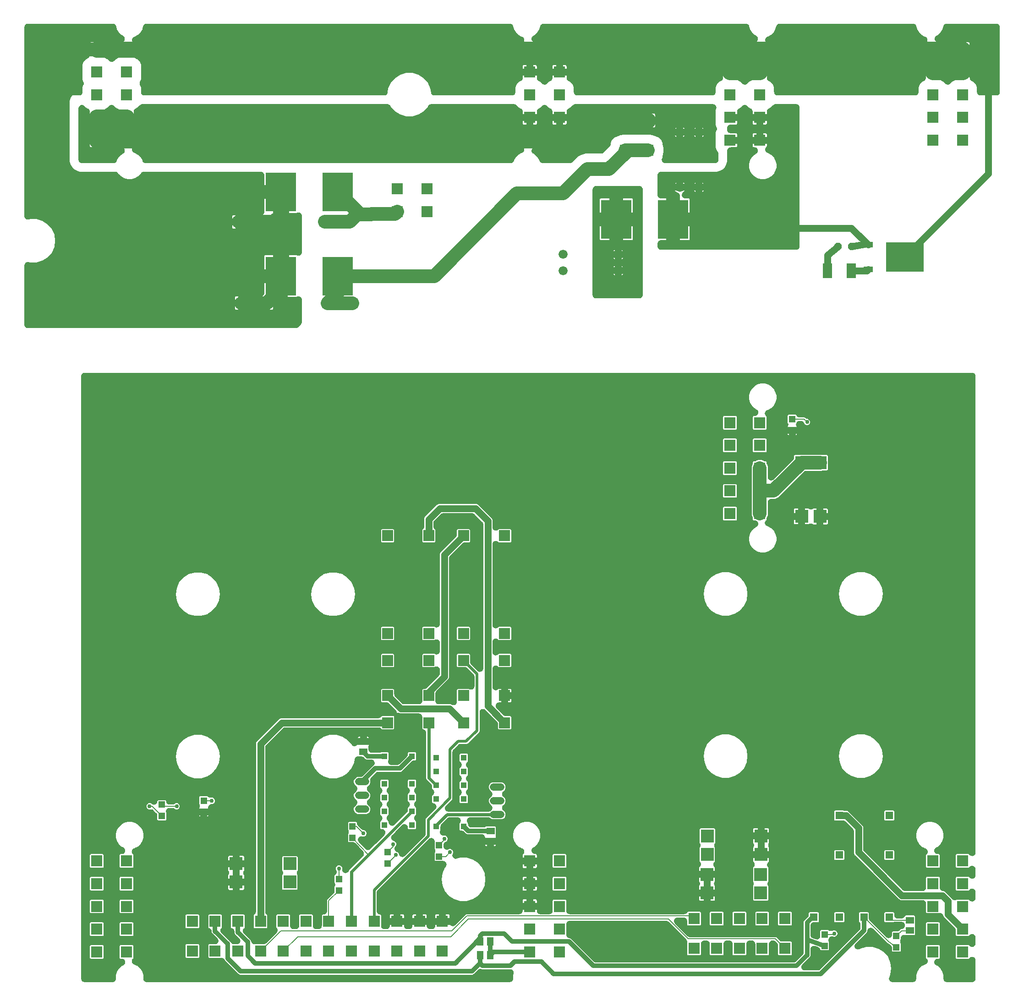
<source format=gbl>
G04 EAGLE Gerber RS-274X export*
G75*
%MOMM*%
%FSLAX34Y34*%
%LPD*%
%INTop Copper*%
%IPPOS*%
%AMOC8*
5,1,8,0,0,1.08239X$1,22.5*%
G01*
%ADD10R,2.100000X2.100000*%
%ADD11R,1.200000X1.200000*%
%ADD12R,2.000000X2.000000*%
%ADD13R,1.108000X1.108000*%
%ADD14R,2.400000X2.400000*%
%ADD15R,1.408000X1.408000*%
%ADD16C,1.320800*%
%ADD17R,1.500000X1.300000*%
%ADD18R,5.600000X7.230000*%
%ADD19R,1.950000X1.950000*%
%ADD20C,1.676400*%
%ADD21R,1.300000X1.500000*%
%ADD22R,1.717900X0.973900*%
%ADD23R,7.000900X5.543900*%
%ADD24R,1.800000X2.700000*%
%ADD25P,1.429621X8X22.500000*%
%ADD26C,0.200000*%
%ADD27C,0.756400*%
%ADD28C,1.270000*%
%ADD29C,0.812800*%
%ADD30C,0.609600*%
%ADD31C,3.000000*%
%ADD32C,2.540000*%
%ADD33C,0.508000*%

G36*
X401593Y10161D02*
X401593Y10161D01*
X401596Y10161D01*
X401943Y10181D01*
X402301Y10201D01*
X402304Y10201D01*
X402307Y10201D01*
X402647Y10260D01*
X403004Y10320D01*
X403006Y10321D01*
X403009Y10321D01*
X403354Y10421D01*
X403688Y10517D01*
X403691Y10519D01*
X403694Y10519D01*
X404018Y10654D01*
X404346Y10790D01*
X404349Y10792D01*
X404351Y10793D01*
X404663Y10965D01*
X404970Y11135D01*
X404972Y11137D01*
X404975Y11138D01*
X405272Y11349D01*
X405551Y11547D01*
X405553Y11549D01*
X405555Y11551D01*
X405823Y11791D01*
X406082Y12022D01*
X406084Y12025D01*
X406086Y12026D01*
X406324Y12294D01*
X406556Y12554D01*
X406558Y12556D01*
X406560Y12558D01*
X406758Y12839D01*
X406968Y13135D01*
X406970Y13138D01*
X406971Y13140D01*
X407134Y13436D01*
X407312Y13759D01*
X407313Y13762D01*
X407315Y13764D01*
X407446Y14082D01*
X407584Y14417D01*
X407585Y14420D01*
X407586Y14423D01*
X407681Y14752D01*
X407781Y15102D01*
X407782Y15105D01*
X407782Y15107D01*
X407842Y15461D01*
X407900Y15804D01*
X407900Y15807D01*
X407901Y15810D01*
X407939Y16510D01*
X407939Y22312D01*
X409654Y28712D01*
X412966Y34449D01*
X417651Y39134D01*
X421839Y41551D01*
X421939Y41617D01*
X422044Y41675D01*
X422236Y41812D01*
X422435Y41942D01*
X422527Y42018D01*
X422625Y42088D01*
X422801Y42245D01*
X422983Y42396D01*
X423066Y42483D01*
X423156Y42562D01*
X423313Y42739D01*
X423477Y42909D01*
X423550Y43004D01*
X423630Y43094D01*
X423767Y43287D01*
X423911Y43475D01*
X423973Y43577D01*
X424042Y43675D01*
X424157Y43882D01*
X424279Y44085D01*
X424328Y44194D01*
X424386Y44299D01*
X424477Y44518D01*
X424575Y44733D01*
X424613Y44846D01*
X424659Y44957D01*
X424724Y45185D01*
X424798Y45409D01*
X424822Y45527D01*
X424855Y45642D01*
X424895Y45875D01*
X424943Y46107D01*
X424954Y46226D01*
X424974Y46344D01*
X424987Y46581D01*
X425009Y46816D01*
X425007Y46936D01*
X425013Y47056D01*
X425000Y47292D01*
X424995Y47529D01*
X424980Y47647D01*
X424973Y47767D01*
X424933Y48000D01*
X424902Y48235D01*
X424873Y48351D01*
X424853Y48469D01*
X424787Y48697D01*
X424730Y48926D01*
X424688Y49038D01*
X424655Y49154D01*
X424564Y49372D01*
X424481Y49594D01*
X424427Y49701D01*
X424381Y49811D01*
X424267Y50019D01*
X424160Y50230D01*
X424094Y50330D01*
X424036Y50435D01*
X423899Y50627D01*
X423769Y50825D01*
X423692Y50918D01*
X423623Y51015D01*
X423465Y51191D01*
X423314Y51373D01*
X423228Y51456D01*
X423148Y51546D01*
X422971Y51703D01*
X422800Y51867D01*
X422705Y51940D01*
X422616Y52020D01*
X422423Y52156D01*
X422235Y52300D01*
X422132Y52362D01*
X422034Y52431D01*
X421827Y52545D01*
X421624Y52667D01*
X421515Y52717D01*
X421410Y52775D01*
X421192Y52865D01*
X420976Y52963D01*
X420862Y53001D01*
X420751Y53046D01*
X420524Y53111D01*
X420299Y53185D01*
X420182Y53209D01*
X420067Y53242D01*
X419833Y53282D01*
X419601Y53330D01*
X419482Y53341D01*
X419364Y53361D01*
X419122Y53374D01*
X418892Y53395D01*
X418779Y53393D01*
X418664Y53399D01*
X416582Y53399D01*
X415810Y53719D01*
X415219Y54310D01*
X414899Y55082D01*
X414899Y76918D01*
X415219Y77690D01*
X415810Y78281D01*
X416582Y78601D01*
X438418Y78601D01*
X439190Y78281D01*
X439781Y77690D01*
X440101Y76918D01*
X440101Y55082D01*
X439781Y54310D01*
X438841Y53370D01*
X438681Y53192D01*
X438515Y53019D01*
X438444Y52926D01*
X438366Y52839D01*
X438228Y52644D01*
X438082Y52453D01*
X438022Y52353D01*
X437954Y52258D01*
X437838Y52048D01*
X437715Y51843D01*
X437666Y51737D01*
X437609Y51634D01*
X437518Y51412D01*
X437418Y51195D01*
X437382Y51084D01*
X437337Y50976D01*
X437271Y50746D01*
X437196Y50518D01*
X437172Y50404D01*
X437140Y50291D01*
X437100Y50055D01*
X437051Y49821D01*
X437040Y49704D01*
X437021Y49589D01*
X437007Y49350D01*
X436985Y49111D01*
X436988Y48994D01*
X436981Y48878D01*
X436995Y48638D01*
X436999Y48399D01*
X437015Y48283D01*
X437021Y48166D01*
X437062Y47930D01*
X437093Y47693D01*
X437121Y47579D01*
X437141Y47464D01*
X437208Y47234D01*
X437266Y47001D01*
X437306Y46892D01*
X437339Y46779D01*
X437431Y46558D01*
X437514Y46334D01*
X437567Y46230D01*
X437612Y46121D01*
X437728Y45912D01*
X437836Y45698D01*
X437900Y45600D01*
X437957Y45498D01*
X438095Y45303D01*
X438227Y45103D01*
X438302Y45013D01*
X438370Y44918D01*
X438529Y44739D01*
X438682Y44555D01*
X438767Y44474D01*
X438845Y44387D01*
X439023Y44227D01*
X439196Y44061D01*
X439289Y43990D01*
X439376Y43913D01*
X439572Y43774D01*
X439762Y43629D01*
X439863Y43568D01*
X439958Y43501D01*
X440167Y43385D01*
X440373Y43262D01*
X440479Y43213D01*
X440582Y43157D01*
X440803Y43066D01*
X441021Y42966D01*
X441134Y42929D01*
X441240Y42885D01*
X441459Y42822D01*
X441687Y42747D01*
X442812Y42446D01*
X448549Y39134D01*
X453234Y34449D01*
X456546Y28712D01*
X458261Y22312D01*
X458261Y16510D01*
X458261Y16507D01*
X458261Y16504D01*
X458281Y16157D01*
X458301Y15799D01*
X458301Y15796D01*
X458301Y15793D01*
X458362Y15437D01*
X458420Y15096D01*
X458421Y15094D01*
X458421Y15091D01*
X458524Y14735D01*
X458617Y14412D01*
X458619Y14409D01*
X458619Y14406D01*
X458754Y14082D01*
X458890Y13754D01*
X458892Y13751D01*
X458893Y13749D01*
X459065Y13437D01*
X459235Y13130D01*
X459237Y13128D01*
X459238Y13125D01*
X459449Y12828D01*
X459647Y12549D01*
X459649Y12547D01*
X459651Y12545D01*
X459891Y12277D01*
X460122Y12018D01*
X460125Y12016D01*
X460126Y12014D01*
X460405Y11766D01*
X460654Y11544D01*
X460656Y11542D01*
X460658Y11540D01*
X460939Y11342D01*
X461235Y11132D01*
X461238Y11130D01*
X461240Y11129D01*
X461536Y10966D01*
X461859Y10788D01*
X461862Y10787D01*
X461864Y10785D01*
X462182Y10654D01*
X462517Y10516D01*
X462520Y10515D01*
X462523Y10514D01*
X462852Y10419D01*
X463202Y10319D01*
X463205Y10318D01*
X463207Y10318D01*
X463561Y10258D01*
X463904Y10200D01*
X463907Y10200D01*
X463910Y10199D01*
X464610Y10161D01*
X1135390Y10161D01*
X1135393Y10161D01*
X1135396Y10161D01*
X1135743Y10181D01*
X1136101Y10201D01*
X1136104Y10201D01*
X1136107Y10201D01*
X1136447Y10260D01*
X1136804Y10320D01*
X1136806Y10321D01*
X1136809Y10321D01*
X1137154Y10421D01*
X1137488Y10517D01*
X1137491Y10519D01*
X1137494Y10519D01*
X1137818Y10654D01*
X1138146Y10790D01*
X1138149Y10792D01*
X1138151Y10793D01*
X1138463Y10965D01*
X1138770Y11135D01*
X1138772Y11137D01*
X1138775Y11138D01*
X1139072Y11349D01*
X1139351Y11547D01*
X1139353Y11549D01*
X1139355Y11551D01*
X1139623Y11791D01*
X1139882Y12022D01*
X1139884Y12025D01*
X1139886Y12026D01*
X1140124Y12294D01*
X1140356Y12554D01*
X1140358Y12556D01*
X1140360Y12558D01*
X1140558Y12839D01*
X1140768Y13135D01*
X1140770Y13138D01*
X1140771Y13140D01*
X1140934Y13436D01*
X1141112Y13759D01*
X1141113Y13762D01*
X1141115Y13764D01*
X1141246Y14082D01*
X1141384Y14417D01*
X1141385Y14420D01*
X1141386Y14423D01*
X1141481Y14752D01*
X1141581Y15102D01*
X1141582Y15105D01*
X1141582Y15107D01*
X1141642Y15461D01*
X1141700Y15804D01*
X1141700Y15807D01*
X1141701Y15810D01*
X1141739Y16510D01*
X1141739Y22312D01*
X1142685Y25843D01*
X1142710Y25961D01*
X1142743Y26078D01*
X1142783Y26309D01*
X1142831Y26540D01*
X1142842Y26661D01*
X1142862Y26780D01*
X1142875Y27015D01*
X1142897Y27249D01*
X1142895Y27371D01*
X1142902Y27492D01*
X1142888Y27726D01*
X1142884Y27962D01*
X1142868Y28082D01*
X1142861Y28203D01*
X1142821Y28435D01*
X1142791Y28668D01*
X1142761Y28786D01*
X1142741Y28905D01*
X1142675Y29131D01*
X1142619Y29359D01*
X1142577Y29473D01*
X1142543Y29590D01*
X1142453Y29807D01*
X1142371Y30027D01*
X1142316Y30135D01*
X1142270Y30247D01*
X1142156Y30453D01*
X1142049Y30663D01*
X1141983Y30764D01*
X1141924Y30871D01*
X1141788Y31062D01*
X1141659Y31259D01*
X1141582Y31352D01*
X1141511Y31451D01*
X1141354Y31626D01*
X1141204Y31807D01*
X1141117Y31891D01*
X1141036Y31982D01*
X1140860Y32138D01*
X1140691Y32301D01*
X1140595Y32375D01*
X1140504Y32456D01*
X1140312Y32592D01*
X1140125Y32735D01*
X1140021Y32797D01*
X1139922Y32867D01*
X1139716Y32980D01*
X1139515Y33102D01*
X1139404Y33152D01*
X1139298Y33211D01*
X1139081Y33300D01*
X1138867Y33398D01*
X1138752Y33436D01*
X1138640Y33482D01*
X1138414Y33547D01*
X1138190Y33620D01*
X1138071Y33645D01*
X1137955Y33678D01*
X1137723Y33717D01*
X1137493Y33765D01*
X1137372Y33776D01*
X1137252Y33797D01*
X1137012Y33810D01*
X1136783Y33831D01*
X1136669Y33829D01*
X1136552Y33835D01*
X1083774Y33835D01*
X1083648Y33887D01*
X1083477Y33947D01*
X1083309Y34017D01*
X1083141Y34065D01*
X1082976Y34122D01*
X1082798Y34163D01*
X1082624Y34213D01*
X1082452Y34242D01*
X1082281Y34281D01*
X1082101Y34301D01*
X1081921Y34331D01*
X1081747Y34341D01*
X1081573Y34361D01*
X1081392Y34361D01*
X1081210Y34370D01*
X1081036Y34360D01*
X1080861Y34360D01*
X1080681Y34340D01*
X1080499Y34330D01*
X1080326Y34300D01*
X1080153Y34280D01*
X1079976Y34240D01*
X1079797Y34209D01*
X1079629Y34161D01*
X1079459Y34122D01*
X1079287Y34061D01*
X1079112Y34011D01*
X1078951Y33944D01*
X1078786Y33886D01*
X1078623Y33807D01*
X1078455Y33737D01*
X1078302Y33653D01*
X1078145Y33577D01*
X1077991Y33480D01*
X1077832Y33392D01*
X1077690Y33290D01*
X1077542Y33197D01*
X1077399Y33084D01*
X1077251Y32978D01*
X1077119Y32860D01*
X1076985Y32753D01*
X1076862Y32630D01*
X1076729Y32511D01*
X1071565Y27347D01*
X1068992Y24774D01*
X1066726Y23835D01*
X636870Y23835D01*
X634604Y24774D01*
X631977Y27401D01*
X609210Y50168D01*
X608873Y50980D01*
X608795Y51144D01*
X608725Y51311D01*
X608640Y51464D01*
X608564Y51622D01*
X608468Y51776D01*
X608379Y51935D01*
X608278Y52077D01*
X608185Y52225D01*
X608072Y52367D01*
X607966Y52515D01*
X607850Y52645D01*
X607741Y52782D01*
X607612Y52910D01*
X607491Y53046D01*
X607361Y53162D01*
X607237Y53285D01*
X607095Y53399D01*
X606959Y53520D01*
X606817Y53621D01*
X606680Y53729D01*
X606526Y53826D01*
X606378Y53931D01*
X606225Y54015D01*
X606077Y54108D01*
X605913Y54187D01*
X605754Y54275D01*
X605592Y54341D01*
X605435Y54417D01*
X605263Y54477D01*
X605095Y54546D01*
X604927Y54594D01*
X604762Y54652D01*
X604585Y54692D01*
X604410Y54742D01*
X604238Y54771D01*
X604068Y54810D01*
X603887Y54830D01*
X603707Y54861D01*
X603530Y54870D01*
X603360Y54890D01*
X603186Y54889D01*
X603008Y54899D01*
X580082Y54899D01*
X579310Y55219D01*
X578719Y55810D01*
X578399Y56582D01*
X578399Y78418D01*
X578719Y79190D01*
X579310Y79781D01*
X580082Y80101D01*
X590948Y80101D01*
X590950Y80101D01*
X590951Y80101D01*
X591319Y80122D01*
X591660Y80141D01*
X591661Y80141D01*
X591663Y80141D01*
X592046Y80206D01*
X592362Y80260D01*
X592363Y80260D01*
X592365Y80261D01*
X592730Y80366D01*
X593047Y80457D01*
X593048Y80458D01*
X593049Y80458D01*
X593379Y80595D01*
X593705Y80730D01*
X593706Y80731D01*
X593707Y80731D01*
X594004Y80896D01*
X594328Y81075D01*
X594329Y81076D01*
X594331Y81077D01*
X594610Y81275D01*
X594909Y81487D01*
X594910Y81488D01*
X594911Y81489D01*
X595186Y81736D01*
X595440Y81962D01*
X595441Y81963D01*
X595442Y81964D01*
X595672Y82222D01*
X595914Y82494D01*
X595915Y82495D01*
X595916Y82496D01*
X596105Y82763D01*
X596326Y83075D01*
X596327Y83077D01*
X596328Y83078D01*
X596486Y83365D01*
X596671Y83699D01*
X596671Y83700D01*
X596672Y83701D01*
X596802Y84015D01*
X596943Y84357D01*
X596943Y84359D01*
X596944Y84360D01*
X597031Y84664D01*
X597140Y85042D01*
X597140Y85043D01*
X597140Y85045D01*
X597199Y85396D01*
X597258Y85744D01*
X597258Y85746D01*
X597259Y85747D01*
X597279Y86120D01*
X597298Y86456D01*
X597298Y86457D01*
X597298Y86459D01*
X597277Y86813D01*
X597257Y87167D01*
X597257Y87168D01*
X597257Y87170D01*
X597196Y87524D01*
X597137Y87869D01*
X597137Y87870D01*
X597136Y87872D01*
X597041Y88202D01*
X596939Y88554D01*
X596938Y88555D01*
X596938Y88556D01*
X596811Y88862D01*
X596666Y89211D01*
X596665Y89213D01*
X596664Y89214D01*
X596501Y89509D01*
X596320Y89835D01*
X596320Y89836D01*
X596319Y89837D01*
X596111Y90129D01*
X595907Y90415D01*
X595906Y90416D01*
X595906Y90417D01*
X595438Y90940D01*
X585774Y100604D01*
X584835Y102870D01*
X584835Y103688D01*
X584825Y103870D01*
X584825Y104051D01*
X584805Y104225D01*
X584795Y104399D01*
X584765Y104578D01*
X584744Y104759D01*
X584705Y104930D01*
X584676Y105102D01*
X584626Y105276D01*
X584585Y105454D01*
X584527Y105619D01*
X584479Y105786D01*
X584409Y105954D01*
X584349Y106126D01*
X584273Y106283D01*
X584206Y106444D01*
X584118Y106604D01*
X584039Y106767D01*
X583946Y106915D01*
X583861Y107068D01*
X583756Y107216D01*
X583659Y107370D01*
X583549Y107506D01*
X583449Y107649D01*
X583328Y107784D01*
X583214Y107926D01*
X583090Y108050D01*
X582974Y108180D01*
X582838Y108301D01*
X582709Y108429D01*
X582572Y108538D01*
X582442Y108654D01*
X582294Y108759D01*
X582151Y108872D01*
X582004Y108965D01*
X581861Y109066D01*
X581702Y109154D01*
X581548Y109250D01*
X581388Y109327D01*
X581237Y109410D01*
X581077Y109477D01*
X580916Y109554D01*
X579310Y110219D01*
X578719Y110810D01*
X578399Y111582D01*
X578399Y133418D01*
X578719Y134190D01*
X579310Y134781D01*
X580082Y135101D01*
X601918Y135101D01*
X602690Y134781D01*
X603281Y134190D01*
X603601Y133418D01*
X603601Y111582D01*
X603281Y110810D01*
X602632Y110161D01*
X602630Y110159D01*
X602628Y110157D01*
X602378Y109877D01*
X602157Y109630D01*
X602156Y109628D01*
X602154Y109625D01*
X601947Y109334D01*
X601745Y109049D01*
X601744Y109046D01*
X601742Y109044D01*
X601563Y108719D01*
X601401Y108425D01*
X601400Y108423D01*
X601398Y108420D01*
X601262Y108090D01*
X601128Y107767D01*
X601127Y107764D01*
X601126Y107762D01*
X601028Y107419D01*
X600931Y107082D01*
X600931Y107080D01*
X600930Y107077D01*
X600866Y106700D01*
X600812Y106380D01*
X600812Y106377D01*
X600811Y106374D01*
X600791Y105994D01*
X600772Y105669D01*
X600773Y105666D01*
X600772Y105663D01*
X600793Y105305D01*
X600813Y104957D01*
X600813Y104955D01*
X600813Y104952D01*
X600873Y104602D01*
X600932Y104255D01*
X600933Y104252D01*
X600934Y104250D01*
X601041Y103881D01*
X601130Y103571D01*
X601131Y103568D01*
X601132Y103565D01*
X601270Y103233D01*
X601403Y102913D01*
X601405Y102910D01*
X601406Y102908D01*
X601579Y102595D01*
X601748Y102289D01*
X601750Y102287D01*
X601751Y102285D01*
X601956Y101997D01*
X602161Y101709D01*
X602163Y101707D01*
X602165Y101704D01*
X602632Y101182D01*
X619662Y84152D01*
X619717Y84020D01*
X619796Y83857D01*
X619865Y83689D01*
X619950Y83536D01*
X620026Y83378D01*
X620122Y83225D01*
X620211Y83065D01*
X620312Y82923D01*
X620405Y82775D01*
X620518Y82633D01*
X620624Y82485D01*
X620740Y82355D01*
X620849Y82218D01*
X620978Y82090D01*
X621099Y81954D01*
X621230Y81838D01*
X621353Y81715D01*
X621495Y81601D01*
X621631Y81480D01*
X621774Y81379D01*
X621910Y81271D01*
X622064Y81174D01*
X622213Y81069D01*
X622365Y80985D01*
X622513Y80892D01*
X622677Y80813D01*
X622837Y80725D01*
X622998Y80659D01*
X623155Y80583D01*
X623327Y80523D01*
X623495Y80454D01*
X623663Y80406D01*
X623828Y80348D01*
X624006Y80308D01*
X624180Y80258D01*
X624352Y80229D01*
X624523Y80190D01*
X624704Y80170D01*
X624883Y80139D01*
X625060Y80130D01*
X625231Y80110D01*
X625404Y80111D01*
X625583Y80101D01*
X631353Y80101D01*
X631354Y80101D01*
X631355Y80101D01*
X631723Y80122D01*
X632064Y80141D01*
X632065Y80141D01*
X632067Y80141D01*
X632450Y80206D01*
X632766Y80260D01*
X632767Y80260D01*
X632769Y80261D01*
X633144Y80369D01*
X633451Y80457D01*
X633452Y80458D01*
X633453Y80458D01*
X633787Y80597D01*
X634109Y80730D01*
X634110Y80731D01*
X634111Y80731D01*
X634408Y80896D01*
X634732Y81075D01*
X634733Y81076D01*
X634735Y81077D01*
X635014Y81275D01*
X635313Y81487D01*
X635314Y81488D01*
X635315Y81489D01*
X635591Y81736D01*
X635844Y81962D01*
X635845Y81963D01*
X635846Y81964D01*
X636073Y82218D01*
X636319Y82494D01*
X636320Y82495D01*
X636320Y82496D01*
X636509Y82763D01*
X636731Y83075D01*
X636731Y83076D01*
X636732Y83078D01*
X636902Y83386D01*
X637075Y83699D01*
X637075Y83700D01*
X637076Y83701D01*
X637206Y84015D01*
X637347Y84357D01*
X637347Y84359D01*
X637348Y84360D01*
X637435Y84664D01*
X637544Y85042D01*
X637544Y85043D01*
X637544Y85045D01*
X637604Y85396D01*
X637662Y85744D01*
X637663Y85746D01*
X637663Y85747D01*
X637683Y86120D01*
X637702Y86456D01*
X637702Y86457D01*
X637702Y86459D01*
X637681Y86813D01*
X637661Y87167D01*
X637661Y87168D01*
X637661Y87170D01*
X637595Y87553D01*
X637541Y87869D01*
X637541Y87870D01*
X637541Y87872D01*
X637445Y88202D01*
X637343Y88554D01*
X637343Y88555D01*
X637342Y88556D01*
X637210Y88874D01*
X637070Y89211D01*
X637069Y89213D01*
X637069Y89214D01*
X636892Y89532D01*
X636725Y89835D01*
X636724Y89836D01*
X636723Y89837D01*
X636515Y90129D01*
X636312Y90415D01*
X636311Y90416D01*
X636310Y90417D01*
X635842Y90940D01*
X630401Y96381D01*
X627774Y99008D01*
X626835Y101274D01*
X626835Y103688D01*
X626825Y103870D01*
X626825Y104051D01*
X626805Y104225D01*
X626795Y104399D01*
X626765Y104578D01*
X626744Y104759D01*
X626705Y104930D01*
X626676Y105102D01*
X626626Y105276D01*
X626585Y105454D01*
X626527Y105619D01*
X626479Y105786D01*
X626409Y105954D01*
X626349Y106126D01*
X626273Y106283D01*
X626206Y106444D01*
X626118Y106604D01*
X626039Y106767D01*
X625946Y106915D01*
X625861Y107068D01*
X625756Y107216D01*
X625659Y107370D01*
X625549Y107506D01*
X625449Y107649D01*
X625328Y107784D01*
X625214Y107926D01*
X625090Y108050D01*
X624974Y108180D01*
X624838Y108301D01*
X624709Y108429D01*
X624572Y108538D01*
X624442Y108654D01*
X624294Y108759D01*
X624151Y108872D01*
X624004Y108965D01*
X623861Y109066D01*
X623702Y109154D01*
X623548Y109250D01*
X623388Y109327D01*
X623237Y109410D01*
X623077Y109477D01*
X622916Y109554D01*
X621310Y110219D01*
X620719Y110810D01*
X620399Y111582D01*
X620399Y133418D01*
X620719Y134190D01*
X621310Y134781D01*
X622082Y135101D01*
X643918Y135101D01*
X644690Y134781D01*
X645281Y134190D01*
X645601Y133418D01*
X645601Y111582D01*
X645281Y110810D01*
X643834Y109363D01*
X643832Y109361D01*
X643830Y109359D01*
X643583Y109082D01*
X643359Y108832D01*
X643358Y108830D01*
X643356Y108828D01*
X643138Y108520D01*
X642947Y108251D01*
X642946Y108249D01*
X642944Y108246D01*
X642769Y107928D01*
X642603Y107627D01*
X642602Y107625D01*
X642600Y107622D01*
X642455Y107271D01*
X642330Y106969D01*
X642330Y106967D01*
X642328Y106964D01*
X642224Y106599D01*
X642133Y106285D01*
X642133Y106282D01*
X642132Y106279D01*
X642070Y105910D01*
X642014Y105582D01*
X642014Y105579D01*
X642014Y105576D01*
X641992Y105190D01*
X641975Y104871D01*
X641975Y104868D01*
X641975Y104865D01*
X641996Y104499D01*
X642015Y104160D01*
X642015Y104157D01*
X642015Y104154D01*
X642075Y103805D01*
X642135Y103457D01*
X642135Y103455D01*
X642136Y103452D01*
X642237Y103103D01*
X642332Y102773D01*
X642333Y102770D01*
X642334Y102767D01*
X642473Y102433D01*
X642605Y102115D01*
X642607Y102112D01*
X642608Y102110D01*
X642790Y101782D01*
X642950Y101492D01*
X642952Y101489D01*
X642953Y101487D01*
X643169Y101184D01*
X643363Y100911D01*
X643365Y100909D01*
X643367Y100906D01*
X643834Y100384D01*
X643838Y100380D01*
X656662Y87556D01*
X657884Y84606D01*
X657957Y84352D01*
X657959Y84349D01*
X657959Y84346D01*
X658098Y84012D01*
X658230Y83694D01*
X658232Y83691D01*
X658233Y83689D01*
X658409Y83371D01*
X658575Y83070D01*
X658577Y83068D01*
X658578Y83065D01*
X658793Y82763D01*
X658987Y82489D01*
X658989Y82487D01*
X658991Y82485D01*
X659246Y82201D01*
X659462Y81958D01*
X659465Y81956D01*
X659466Y81954D01*
X659738Y81713D01*
X659994Y81484D01*
X659996Y81482D01*
X659998Y81480D01*
X660286Y81277D01*
X660575Y81072D01*
X660578Y81070D01*
X660580Y81069D01*
X660881Y80903D01*
X661199Y80728D01*
X661202Y80727D01*
X661204Y80725D01*
X661522Y80594D01*
X661857Y80456D01*
X661860Y80455D01*
X661863Y80454D01*
X662193Y80359D01*
X662542Y80259D01*
X662545Y80258D01*
X662547Y80258D01*
X662901Y80198D01*
X663244Y80140D01*
X663247Y80140D01*
X663250Y80139D01*
X663950Y80101D01*
X680586Y80101D01*
X680590Y80101D01*
X680594Y80101D01*
X680948Y80121D01*
X681297Y80141D01*
X681301Y80141D01*
X681306Y80142D01*
X681656Y80202D01*
X681999Y80260D01*
X682003Y80261D01*
X682008Y80262D01*
X682360Y80364D01*
X682684Y80457D01*
X682688Y80459D01*
X682692Y80460D01*
X683018Y80596D01*
X683342Y80730D01*
X683346Y80732D01*
X683350Y80734D01*
X683648Y80900D01*
X683965Y81075D01*
X683969Y81077D01*
X683973Y81080D01*
X684271Y81292D01*
X684546Y81487D01*
X684549Y81490D01*
X684553Y81493D01*
X685075Y81960D01*
X704832Y101717D01*
X704834Y101720D01*
X704836Y101722D01*
X705073Y101987D01*
X705307Y102249D01*
X705309Y102251D01*
X705311Y102253D01*
X705513Y102539D01*
X705719Y102830D01*
X705721Y102832D01*
X705722Y102835D01*
X705893Y103144D01*
X706064Y103453D01*
X706065Y103456D01*
X706066Y103458D01*
X706208Y103801D01*
X706336Y104112D01*
X706337Y104114D01*
X706338Y104117D01*
X706434Y104449D01*
X706533Y104796D01*
X706534Y104799D01*
X706535Y104802D01*
X706595Y105161D01*
X706652Y105499D01*
X706653Y105501D01*
X706653Y105504D01*
X706673Y105871D01*
X706692Y106210D01*
X706692Y106213D01*
X706692Y106216D01*
X706672Y106561D01*
X706652Y106921D01*
X706651Y106924D01*
X706651Y106927D01*
X706595Y107253D01*
X706532Y107624D01*
X706531Y107626D01*
X706531Y107629D01*
X706430Y107976D01*
X706334Y108308D01*
X706333Y108310D01*
X706333Y108313D01*
X706201Y108630D01*
X706061Y108966D01*
X706060Y108969D01*
X706059Y108971D01*
X705896Y109265D01*
X705716Y109589D01*
X705715Y109592D01*
X705713Y109594D01*
X705515Y109872D01*
X705304Y110170D01*
X705302Y110172D01*
X705300Y110174D01*
X704832Y110697D01*
X704719Y110810D01*
X704399Y111582D01*
X704399Y133418D01*
X704719Y134190D01*
X705310Y134781D01*
X706082Y135101D01*
X727918Y135101D01*
X728690Y134781D01*
X729281Y134190D01*
X729601Y133418D01*
X729601Y114336D01*
X729601Y114334D01*
X729601Y114331D01*
X729621Y113975D01*
X729641Y113625D01*
X729641Y113622D01*
X729641Y113619D01*
X729701Y113268D01*
X729760Y112923D01*
X729761Y112920D01*
X729761Y112917D01*
X729864Y112562D01*
X729957Y112238D01*
X729959Y112236D01*
X729959Y112233D01*
X730095Y111906D01*
X730230Y111580D01*
X730232Y111577D01*
X730233Y111575D01*
X730414Y111247D01*
X730575Y110957D01*
X730577Y110954D01*
X730578Y110952D01*
X730795Y110647D01*
X730987Y110376D01*
X730989Y110374D01*
X730991Y110371D01*
X731245Y110088D01*
X731462Y109845D01*
X731465Y109843D01*
X731466Y109841D01*
X731740Y109597D01*
X731994Y109370D01*
X731996Y109369D01*
X731998Y109367D01*
X732286Y109163D01*
X732575Y108958D01*
X732578Y108957D01*
X732580Y108955D01*
X732880Y108790D01*
X733199Y108614D01*
X733202Y108613D01*
X733204Y108612D01*
X733522Y108480D01*
X733857Y108342D01*
X733860Y108341D01*
X733863Y108340D01*
X734192Y108246D01*
X734542Y108145D01*
X734545Y108145D01*
X734547Y108144D01*
X734901Y108084D01*
X735244Y108026D01*
X735247Y108026D01*
X735250Y108026D01*
X735950Y107987D01*
X740050Y107987D01*
X740053Y107987D01*
X740056Y107987D01*
X740403Y108007D01*
X740761Y108027D01*
X740764Y108028D01*
X740767Y108028D01*
X741107Y108086D01*
X741464Y108146D01*
X741466Y108147D01*
X741469Y108148D01*
X741809Y108246D01*
X742148Y108344D01*
X742151Y108345D01*
X742154Y108346D01*
X742478Y108480D01*
X742806Y108617D01*
X742809Y108618D01*
X742811Y108619D01*
X743120Y108790D01*
X743430Y108961D01*
X743432Y108963D01*
X743435Y108964D01*
X743726Y109171D01*
X744011Y109374D01*
X744013Y109376D01*
X744015Y109377D01*
X744283Y109617D01*
X744542Y109849D01*
X744544Y109851D01*
X744546Y109853D01*
X744780Y110115D01*
X745016Y110380D01*
X745018Y110383D01*
X745020Y110385D01*
X745213Y110658D01*
X745428Y110961D01*
X745430Y110964D01*
X745431Y110966D01*
X745592Y111258D01*
X745772Y111585D01*
X745773Y111588D01*
X745775Y111590D01*
X745906Y111908D01*
X746044Y112244D01*
X746045Y112246D01*
X746046Y112249D01*
X746138Y112568D01*
X746241Y112928D01*
X746242Y112931D01*
X746242Y112934D01*
X746301Y113283D01*
X746360Y113631D01*
X746360Y113633D01*
X746361Y113636D01*
X746399Y114336D01*
X746399Y133418D01*
X746719Y134190D01*
X747310Y134781D01*
X748082Y135101D01*
X769918Y135101D01*
X770690Y134781D01*
X771281Y134190D01*
X771601Y133418D01*
X771601Y114336D01*
X771601Y114334D01*
X771601Y114331D01*
X771621Y113975D01*
X771641Y113625D01*
X771641Y113622D01*
X771641Y113619D01*
X771701Y113268D01*
X771760Y112923D01*
X771761Y112920D01*
X771761Y112917D01*
X771864Y112562D01*
X771957Y112238D01*
X771959Y112236D01*
X771959Y112233D01*
X772095Y111906D01*
X772230Y111580D01*
X772232Y111577D01*
X772233Y111575D01*
X772414Y111247D01*
X772575Y110957D01*
X772577Y110954D01*
X772578Y110952D01*
X772795Y110647D01*
X772987Y110376D01*
X772989Y110374D01*
X772991Y110371D01*
X773245Y110088D01*
X773462Y109845D01*
X773465Y109843D01*
X773466Y109841D01*
X773740Y109597D01*
X773994Y109370D01*
X773996Y109369D01*
X773998Y109367D01*
X774286Y109163D01*
X774575Y108958D01*
X774578Y108957D01*
X774580Y108955D01*
X774880Y108790D01*
X775199Y108614D01*
X775202Y108613D01*
X775204Y108612D01*
X775522Y108480D01*
X775857Y108342D01*
X775860Y108341D01*
X775863Y108340D01*
X776192Y108246D01*
X776542Y108145D01*
X776545Y108145D01*
X776547Y108144D01*
X776901Y108084D01*
X777244Y108026D01*
X777247Y108026D01*
X777250Y108026D01*
X777950Y107987D01*
X782050Y107987D01*
X782053Y107987D01*
X782056Y107987D01*
X782403Y108007D01*
X782761Y108027D01*
X782764Y108028D01*
X782767Y108028D01*
X783107Y108086D01*
X783464Y108146D01*
X783466Y108147D01*
X783469Y108148D01*
X783809Y108246D01*
X784148Y108344D01*
X784151Y108345D01*
X784154Y108346D01*
X784478Y108480D01*
X784806Y108617D01*
X784809Y108618D01*
X784811Y108619D01*
X785120Y108790D01*
X785430Y108961D01*
X785432Y108963D01*
X785435Y108964D01*
X785726Y109171D01*
X786011Y109374D01*
X786013Y109376D01*
X786015Y109377D01*
X786283Y109617D01*
X786542Y109849D01*
X786544Y109851D01*
X786546Y109853D01*
X786780Y110115D01*
X787016Y110380D01*
X787018Y110383D01*
X787020Y110385D01*
X787213Y110658D01*
X787428Y110961D01*
X787430Y110964D01*
X787431Y110966D01*
X787592Y111258D01*
X787772Y111585D01*
X787773Y111588D01*
X787775Y111590D01*
X787906Y111908D01*
X788044Y112244D01*
X788045Y112246D01*
X788046Y112249D01*
X788138Y112568D01*
X788241Y112928D01*
X788242Y112931D01*
X788242Y112934D01*
X788301Y113283D01*
X788360Y113631D01*
X788360Y113633D01*
X788361Y113636D01*
X788399Y114336D01*
X788399Y133418D01*
X788719Y134190D01*
X789310Y134781D01*
X790082Y135101D01*
X791550Y135101D01*
X791553Y135101D01*
X791556Y135101D01*
X791903Y135121D01*
X792261Y135141D01*
X792264Y135141D01*
X792267Y135141D01*
X792607Y135200D01*
X792964Y135260D01*
X792966Y135261D01*
X792969Y135261D01*
X793314Y135361D01*
X793648Y135457D01*
X793651Y135459D01*
X793654Y135459D01*
X793978Y135594D01*
X794306Y135730D01*
X794309Y135732D01*
X794311Y135733D01*
X794623Y135905D01*
X794930Y136075D01*
X794932Y136077D01*
X794935Y136078D01*
X795230Y136288D01*
X795511Y136487D01*
X795513Y136489D01*
X795515Y136491D01*
X795783Y136731D01*
X796042Y136962D01*
X796044Y136965D01*
X796046Y136966D01*
X796284Y137234D01*
X796516Y137494D01*
X796518Y137496D01*
X796520Y137498D01*
X796712Y137770D01*
X796928Y138075D01*
X796930Y138078D01*
X796931Y138080D01*
X797091Y138371D01*
X797272Y138699D01*
X797273Y138702D01*
X797275Y138704D01*
X797402Y139014D01*
X797544Y139357D01*
X797545Y139360D01*
X797546Y139363D01*
X797638Y139684D01*
X797741Y140042D01*
X797742Y140045D01*
X797742Y140047D01*
X797801Y140398D01*
X797860Y140744D01*
X797860Y140747D01*
X797861Y140750D01*
X797899Y141450D01*
X797899Y161117D01*
X798371Y162256D01*
X800519Y164404D01*
X800520Y164405D01*
X810040Y173925D01*
X810042Y173928D01*
X810046Y173931D01*
X810286Y174200D01*
X810514Y174456D01*
X810517Y174459D01*
X810520Y174463D01*
X810721Y174747D01*
X810927Y175037D01*
X810929Y175041D01*
X810931Y175044D01*
X811099Y175350D01*
X811271Y175661D01*
X811273Y175665D01*
X811275Y175668D01*
X811399Y175969D01*
X811544Y176319D01*
X811545Y176323D01*
X811546Y176327D01*
X811640Y176654D01*
X811741Y177003D01*
X811741Y177008D01*
X811742Y177012D01*
X811801Y177359D01*
X811860Y177706D01*
X811860Y177710D01*
X811861Y177714D01*
X811899Y178414D01*
X811899Y185918D01*
X812584Y187570D01*
X812585Y187574D01*
X812587Y187578D01*
X812699Y187901D01*
X812819Y188243D01*
X812820Y188247D01*
X812821Y188251D01*
X812897Y188583D01*
X812977Y188937D01*
X812978Y188942D01*
X812979Y188946D01*
X813017Y189291D01*
X813057Y189645D01*
X813057Y189650D01*
X813058Y189654D01*
X813057Y190005D01*
X813057Y190358D01*
X813056Y190362D01*
X813056Y190366D01*
X813015Y190729D01*
X812977Y191066D01*
X812976Y191070D01*
X812976Y191074D01*
X812897Y191417D01*
X812818Y191760D01*
X812817Y191764D01*
X812816Y191768D01*
X812584Y192430D01*
X811899Y194082D01*
X811899Y206918D01*
X812219Y207690D01*
X813236Y208707D01*
X813308Y208764D01*
X813591Y208990D01*
X813593Y208993D01*
X813596Y208995D01*
X813848Y209247D01*
X814095Y209494D01*
X814097Y209497D01*
X814099Y209499D01*
X814308Y209761D01*
X814539Y210051D01*
X814541Y210054D01*
X814542Y210056D01*
X814723Y210345D01*
X814918Y210655D01*
X814919Y210658D01*
X814921Y210660D01*
X815068Y210966D01*
X815227Y211297D01*
X815228Y211299D01*
X815229Y211302D01*
X815346Y211638D01*
X815462Y211969D01*
X815462Y211972D01*
X815463Y211975D01*
X815541Y212316D01*
X815620Y212664D01*
X815620Y212667D01*
X815621Y212670D01*
X815659Y213014D01*
X815699Y213372D01*
X815699Y213375D01*
X815700Y213378D01*
X815699Y213726D01*
X815699Y214084D01*
X815698Y214087D01*
X815698Y214090D01*
X815658Y214446D01*
X815619Y214792D01*
X815618Y214795D01*
X815618Y214798D01*
X815538Y215143D01*
X815460Y215487D01*
X815458Y215489D01*
X815458Y215492D01*
X815226Y216154D01*
X814117Y218830D01*
X814117Y221170D01*
X815013Y223332D01*
X816668Y224987D01*
X818830Y225883D01*
X821170Y225883D01*
X823332Y224987D01*
X824987Y223332D01*
X825883Y221170D01*
X825883Y217949D01*
X825893Y217771D01*
X825893Y217592D01*
X825913Y217415D01*
X825923Y217238D01*
X825953Y217062D01*
X825973Y216884D01*
X826012Y216711D01*
X826042Y216536D01*
X826092Y216364D01*
X826132Y216189D01*
X826190Y216022D01*
X826239Y215851D01*
X826308Y215686D01*
X826367Y215517D01*
X826444Y215357D01*
X826512Y215193D01*
X826599Y215036D01*
X826677Y214875D01*
X826771Y214725D01*
X826857Y214570D01*
X826960Y214424D01*
X827056Y214272D01*
X827167Y214133D01*
X827269Y213989D01*
X827388Y213856D01*
X827500Y213715D01*
X827626Y213590D01*
X827744Y213458D01*
X827878Y213338D01*
X828005Y213212D01*
X828143Y213102D01*
X828276Y212983D01*
X828422Y212880D01*
X828562Y212768D01*
X828712Y212674D01*
X828857Y212571D01*
X829014Y212485D01*
X829165Y212390D01*
X829325Y212313D01*
X829481Y212227D01*
X829646Y212159D01*
X829808Y212081D01*
X829975Y212023D01*
X830139Y211955D01*
X830311Y211905D01*
X830480Y211847D01*
X830653Y211807D01*
X830824Y211758D01*
X831001Y211728D01*
X831175Y211689D01*
X831351Y211669D01*
X831526Y211639D01*
X831705Y211630D01*
X831883Y211610D01*
X832061Y211610D01*
X832238Y211600D01*
X832416Y211610D01*
X832595Y211610D01*
X832772Y211631D01*
X832949Y211641D01*
X833125Y211671D01*
X833303Y211691D01*
X833476Y211731D01*
X833651Y211761D01*
X833823Y211810D01*
X833998Y211851D01*
X834165Y211909D01*
X834336Y211959D01*
X834501Y212027D01*
X834670Y212087D01*
X834829Y212164D01*
X834993Y212232D01*
X835150Y212319D01*
X835311Y212397D01*
X835461Y212491D01*
X835617Y212577D01*
X835763Y212681D01*
X835914Y212777D01*
X836052Y212887D01*
X836197Y212990D01*
X836330Y213110D01*
X836470Y213222D01*
X836595Y213347D01*
X836728Y213466D01*
X836847Y213599D01*
X836973Y213726D01*
X837084Y213865D01*
X837202Y213998D01*
X837305Y214144D01*
X837416Y214284D01*
X837511Y214435D01*
X837613Y214579D01*
X837699Y214736D01*
X837794Y214888D01*
X837872Y215050D01*
X837957Y215203D01*
X838022Y215361D01*
X838098Y215520D01*
X838635Y216817D01*
X864413Y242594D01*
X864576Y242777D01*
X864745Y242953D01*
X864813Y243042D01*
X864888Y243126D01*
X865029Y243325D01*
X865178Y243519D01*
X865235Y243615D01*
X865300Y243707D01*
X865418Y243921D01*
X865544Y244130D01*
X865590Y244232D01*
X865644Y244330D01*
X865738Y244556D01*
X865839Y244779D01*
X865874Y244885D01*
X865917Y244988D01*
X865984Y245223D01*
X866060Y245456D01*
X866083Y245566D01*
X866114Y245673D01*
X866155Y245914D01*
X866204Y246154D01*
X866214Y246265D01*
X866233Y246375D01*
X866247Y246620D01*
X866269Y246863D01*
X866266Y246975D01*
X866273Y247087D01*
X866259Y247331D01*
X866253Y247576D01*
X866239Y247686D01*
X866232Y247798D01*
X866191Y248040D01*
X866159Y248282D01*
X866131Y248390D01*
X866113Y248500D01*
X866045Y248736D01*
X865985Y248973D01*
X865946Y249077D01*
X865915Y249185D01*
X865821Y249411D01*
X865735Y249640D01*
X865685Y249739D01*
X865642Y249843D01*
X865523Y250057D01*
X865412Y250275D01*
X865351Y250368D01*
X865297Y250466D01*
X865155Y250665D01*
X865020Y250870D01*
X864948Y250957D01*
X864884Y251047D01*
X864729Y251220D01*
X864572Y251408D01*
X850184Y266875D01*
X850099Y266957D01*
X850019Y267046D01*
X849842Y267204D01*
X849671Y267368D01*
X849576Y267440D01*
X849487Y267520D01*
X849293Y267657D01*
X849105Y267801D01*
X849003Y267862D01*
X848906Y267931D01*
X848698Y268046D01*
X848494Y268168D01*
X848386Y268217D01*
X848282Y268275D01*
X848062Y268365D01*
X847846Y268464D01*
X847733Y268501D01*
X847623Y268546D01*
X847395Y268612D01*
X847169Y268686D01*
X847052Y268710D01*
X846938Y268742D01*
X846704Y268782D01*
X846471Y268830D01*
X846353Y268841D01*
X846236Y268861D01*
X845992Y268874D01*
X845762Y268895D01*
X845650Y268893D01*
X845536Y268899D01*
X838582Y268899D01*
X837810Y269219D01*
X837219Y269810D01*
X836899Y270582D01*
X836899Y283418D01*
X837584Y285070D01*
X837585Y285074D01*
X837587Y285078D01*
X837701Y285405D01*
X837819Y285743D01*
X837820Y285747D01*
X837821Y285751D01*
X837899Y286093D01*
X837977Y286437D01*
X837978Y286441D01*
X837979Y286446D01*
X838017Y286790D01*
X838057Y287145D01*
X838057Y287150D01*
X838058Y287154D01*
X838057Y287512D01*
X838057Y287858D01*
X838056Y287862D01*
X838056Y287866D01*
X838016Y288219D01*
X837977Y288566D01*
X837976Y288570D01*
X837976Y288574D01*
X837899Y288906D01*
X837818Y289260D01*
X837817Y289264D01*
X837816Y289268D01*
X837584Y289930D01*
X837583Y289932D01*
X837582Y289933D01*
X836899Y291582D01*
X836899Y304418D01*
X837219Y305190D01*
X837810Y305781D01*
X838582Y306101D01*
X851418Y306101D01*
X852190Y305781D01*
X852781Y305190D01*
X853101Y304418D01*
X853101Y303914D01*
X853101Y303910D01*
X853101Y303906D01*
X853121Y303551D01*
X853141Y303203D01*
X853141Y303199D01*
X853142Y303194D01*
X853202Y302845D01*
X853260Y302501D01*
X853261Y302497D01*
X853262Y302492D01*
X853364Y302140D01*
X853457Y301816D01*
X853459Y301812D01*
X853460Y301808D01*
X853598Y301477D01*
X853730Y301158D01*
X853732Y301154D01*
X853734Y301150D01*
X853911Y300831D01*
X854075Y300535D01*
X854077Y300531D01*
X854080Y300527D01*
X854298Y300220D01*
X854487Y299954D01*
X854490Y299951D01*
X854493Y299947D01*
X854961Y299425D01*
X855522Y298863D01*
X861643Y292742D01*
X861646Y292740D01*
X861649Y292736D01*
X861914Y292500D01*
X862174Y292268D01*
X862177Y292265D01*
X862181Y292262D01*
X862465Y292061D01*
X862755Y291855D01*
X862759Y291853D01*
X862762Y291851D01*
X863077Y291677D01*
X863379Y291511D01*
X863382Y291509D01*
X863386Y291507D01*
X863711Y291373D01*
X864037Y291238D01*
X864041Y291237D01*
X864045Y291236D01*
X864383Y291139D01*
X864721Y291041D01*
X864726Y291041D01*
X864730Y291040D01*
X865086Y290980D01*
X865424Y290922D01*
X865428Y290922D01*
X865432Y290921D01*
X866132Y290883D01*
X866170Y290883D01*
X868332Y289987D01*
X869987Y288332D01*
X870883Y286170D01*
X870883Y283830D01*
X869987Y281668D01*
X868332Y280013D01*
X866170Y279117D01*
X863830Y279117D01*
X863820Y279121D01*
X863759Y279143D01*
X863701Y279169D01*
X863423Y279260D01*
X863148Y279357D01*
X863085Y279371D01*
X863024Y279391D01*
X862738Y279450D01*
X862453Y279515D01*
X862389Y279522D01*
X862326Y279535D01*
X862036Y279562D01*
X861745Y279595D01*
X861681Y279595D01*
X861617Y279601D01*
X861324Y279595D01*
X861033Y279595D01*
X860969Y279587D01*
X860904Y279586D01*
X860615Y279547D01*
X860325Y279515D01*
X860262Y279500D01*
X860198Y279492D01*
X859915Y279421D01*
X859630Y279356D01*
X859569Y279335D01*
X859507Y279319D01*
X859233Y279217D01*
X858958Y279120D01*
X858900Y279092D01*
X858840Y279070D01*
X858578Y278937D01*
X858316Y278811D01*
X858262Y278777D01*
X858204Y278747D01*
X857960Y278587D01*
X857713Y278432D01*
X857663Y278391D01*
X857609Y278356D01*
X857384Y278169D01*
X857156Y277987D01*
X857111Y277941D01*
X857061Y277900D01*
X856860Y277690D01*
X856653Y277483D01*
X856613Y277432D01*
X856568Y277386D01*
X856392Y277155D01*
X856209Y276926D01*
X856175Y276871D01*
X856136Y276820D01*
X855986Y276570D01*
X855831Y276322D01*
X855803Y276264D01*
X855770Y276209D01*
X855649Y275944D01*
X855522Y275680D01*
X855501Y275619D01*
X855474Y275561D01*
X855384Y275283D01*
X855287Y275007D01*
X855273Y274945D01*
X855253Y274883D01*
X855194Y274597D01*
X855130Y274313D01*
X855122Y274249D01*
X855109Y274186D01*
X855083Y273895D01*
X855051Y273605D01*
X855051Y273540D01*
X855045Y273476D01*
X855051Y273185D01*
X855051Y272892D01*
X855059Y272828D01*
X855060Y272764D01*
X855099Y272475D01*
X855132Y272184D01*
X855146Y272121D01*
X855155Y272058D01*
X855226Y271775D01*
X855291Y271490D01*
X855313Y271429D01*
X855328Y271367D01*
X855431Y271093D01*
X855528Y270818D01*
X855556Y270760D01*
X855578Y270700D01*
X855710Y270440D01*
X855838Y270176D01*
X855872Y270122D01*
X855901Y270065D01*
X856062Y269821D01*
X856217Y269574D01*
X856258Y269524D01*
X856293Y269470D01*
X856489Y269235D01*
X856662Y269017D01*
X856704Y268976D01*
X856741Y268931D01*
X868648Y256132D01*
X868732Y256051D01*
X868811Y255963D01*
X868989Y255804D01*
X869161Y255639D01*
X869255Y255567D01*
X869342Y255489D01*
X869537Y255351D01*
X869727Y255206D01*
X869828Y255145D01*
X869924Y255077D01*
X870133Y254962D01*
X870338Y254839D01*
X870445Y254790D01*
X870548Y254733D01*
X870769Y254642D01*
X870986Y254543D01*
X871098Y254506D01*
X871206Y254462D01*
X871436Y254396D01*
X871663Y254321D01*
X871778Y254297D01*
X871891Y254265D01*
X872127Y254225D01*
X872361Y254177D01*
X872477Y254166D01*
X872594Y254147D01*
X872832Y254134D01*
X873070Y254112D01*
X873187Y254114D01*
X873305Y254108D01*
X873543Y254121D01*
X873782Y254126D01*
X873899Y254142D01*
X874016Y254149D01*
X874252Y254189D01*
X874488Y254221D01*
X874602Y254249D01*
X874718Y254269D01*
X874948Y254335D01*
X875180Y254393D01*
X875289Y254434D01*
X875403Y254467D01*
X875623Y254559D01*
X875847Y254642D01*
X875952Y254696D01*
X876060Y254741D01*
X876269Y254857D01*
X876482Y254965D01*
X876581Y255030D01*
X876683Y255086D01*
X876878Y255225D01*
X877077Y255356D01*
X877168Y255432D01*
X877264Y255500D01*
X877446Y255663D01*
X877625Y255812D01*
X877702Y255892D01*
X877786Y255967D01*
X881462Y259643D01*
X887811Y265992D01*
X887811Y265993D01*
X903839Y282020D01*
X903840Y282021D01*
X903841Y282022D01*
X904089Y282300D01*
X904314Y282552D01*
X904314Y282553D01*
X904316Y282554D01*
X904527Y282852D01*
X904726Y283133D01*
X904727Y283134D01*
X904727Y283135D01*
X904908Y283462D01*
X905070Y283756D01*
X905071Y283758D01*
X905072Y283759D01*
X905199Y284067D01*
X905343Y284415D01*
X905343Y284416D01*
X905344Y284417D01*
X905440Y284752D01*
X905540Y285099D01*
X905540Y285100D01*
X905541Y285102D01*
X905602Y285466D01*
X905659Y285802D01*
X905659Y285803D01*
X905659Y285804D01*
X905678Y286150D01*
X905699Y286513D01*
X905699Y286514D01*
X905699Y286516D01*
X905681Y286828D01*
X905658Y287224D01*
X905658Y287226D01*
X905658Y287227D01*
X905606Y287533D01*
X905539Y287926D01*
X905538Y287928D01*
X905538Y287929D01*
X905443Y288259D01*
X905341Y288611D01*
X905341Y288612D01*
X905340Y288614D01*
X905206Y288937D01*
X905068Y289269D01*
X905067Y289270D01*
X905067Y289271D01*
X904913Y289548D01*
X904723Y289892D01*
X904722Y289893D01*
X904721Y289895D01*
X904538Y290152D01*
X904310Y290473D01*
X904309Y290474D01*
X904308Y290475D01*
X904075Y290735D01*
X903835Y291004D01*
X903834Y291005D01*
X903833Y291006D01*
X903566Y291243D01*
X903303Y291478D01*
X903302Y291479D01*
X903301Y291480D01*
X902993Y291698D01*
X902722Y291890D01*
X902721Y291890D01*
X902719Y291891D01*
X902426Y292053D01*
X902098Y292234D01*
X902097Y292234D01*
X902095Y292235D01*
X901816Y292350D01*
X901440Y292505D01*
X901438Y292506D01*
X901437Y292506D01*
X901110Y292600D01*
X900755Y292702D01*
X900753Y292702D01*
X900752Y292702D01*
X900413Y292759D01*
X900052Y292820D01*
X900051Y292820D01*
X900049Y292821D01*
X899349Y292859D01*
X898242Y292859D01*
X897470Y293179D01*
X896879Y293770D01*
X896559Y294542D01*
X896559Y306458D01*
X896879Y307230D01*
X898359Y308710D01*
X898361Y308712D01*
X898364Y308714D01*
X898594Y308973D01*
X898834Y309242D01*
X898836Y309244D01*
X898838Y309246D01*
X899045Y309539D01*
X899246Y309823D01*
X899248Y309825D01*
X899249Y309828D01*
X899419Y310136D01*
X899591Y310446D01*
X899592Y310449D01*
X899593Y310451D01*
X899731Y310785D01*
X899863Y311104D01*
X899864Y311107D01*
X899865Y311110D01*
X899965Y311458D01*
X900060Y311789D01*
X900061Y311792D01*
X900062Y311795D01*
X900119Y312135D01*
X900180Y312491D01*
X900180Y312494D01*
X900180Y312497D01*
X900200Y312861D01*
X900219Y313203D01*
X900219Y313206D01*
X900219Y313209D01*
X900199Y313562D01*
X900179Y313914D01*
X900178Y313917D01*
X900178Y313920D01*
X900123Y314243D01*
X900059Y314616D01*
X900058Y314619D01*
X900058Y314622D01*
X899959Y314965D01*
X899862Y315301D01*
X899860Y315303D01*
X899860Y315306D01*
X899722Y315637D01*
X899588Y315959D01*
X899587Y315961D01*
X899586Y315964D01*
X899415Y316273D01*
X899243Y316582D01*
X899242Y316584D01*
X899240Y316587D01*
X899036Y316874D01*
X898831Y317163D01*
X898829Y317165D01*
X898827Y317167D01*
X898360Y317690D01*
X898356Y317693D01*
X898356Y317694D01*
X898355Y317694D01*
X896879Y319170D01*
X896559Y319942D01*
X896559Y331858D01*
X896879Y332630D01*
X898359Y334110D01*
X898361Y334112D01*
X898364Y334114D01*
X898598Y334377D01*
X898834Y334642D01*
X898836Y334644D01*
X898838Y334646D01*
X899045Y334939D01*
X899246Y335223D01*
X899248Y335225D01*
X899249Y335228D01*
X899422Y335541D01*
X899591Y335846D01*
X899592Y335849D01*
X899593Y335851D01*
X899727Y336175D01*
X899863Y336504D01*
X899864Y336507D01*
X899865Y336510D01*
X899961Y336845D01*
X900060Y337189D01*
X900061Y337192D01*
X900062Y337195D01*
X900121Y337547D01*
X900180Y337891D01*
X900180Y337894D01*
X900180Y337897D01*
X900200Y338254D01*
X900219Y338603D01*
X900219Y338606D01*
X900219Y338609D01*
X900199Y338960D01*
X900179Y339314D01*
X900178Y339317D01*
X900178Y339320D01*
X900119Y339666D01*
X900059Y340016D01*
X900058Y340019D01*
X900058Y340022D01*
X899960Y340360D01*
X899862Y340701D01*
X899860Y340703D01*
X899860Y340706D01*
X899722Y341037D01*
X899588Y341359D01*
X899587Y341361D01*
X899586Y341364D01*
X899416Y341670D01*
X899243Y341982D01*
X899242Y341984D01*
X899240Y341987D01*
X899039Y342269D01*
X898831Y342563D01*
X898829Y342565D01*
X898827Y342567D01*
X898360Y343090D01*
X898356Y343093D01*
X898356Y343094D01*
X898355Y343094D01*
X896879Y344570D01*
X896559Y345342D01*
X896559Y357258D01*
X896879Y358030D01*
X898359Y359510D01*
X898361Y359512D01*
X898364Y359514D01*
X898598Y359777D01*
X898834Y360042D01*
X898836Y360044D01*
X898838Y360046D01*
X899039Y360330D01*
X899246Y360623D01*
X899248Y360625D01*
X899249Y360628D01*
X899417Y360932D01*
X899591Y361246D01*
X899592Y361249D01*
X899593Y361251D01*
X899731Y361585D01*
X899863Y361904D01*
X899864Y361907D01*
X899865Y361910D01*
X899965Y362259D01*
X900060Y362589D01*
X900061Y362592D01*
X900062Y362595D01*
X900119Y362935D01*
X900180Y363291D01*
X900180Y363294D01*
X900180Y363297D01*
X900200Y363661D01*
X900219Y364003D01*
X900219Y364006D01*
X900219Y364009D01*
X900199Y364362D01*
X900179Y364714D01*
X900178Y364717D01*
X900178Y364720D01*
X900119Y365066D01*
X900059Y365416D01*
X900058Y365419D01*
X900058Y365422D01*
X899961Y365757D01*
X899862Y366101D01*
X899860Y366103D01*
X899860Y366106D01*
X899722Y366437D01*
X899588Y366759D01*
X899587Y366761D01*
X899586Y366764D01*
X899413Y367076D01*
X899243Y367382D01*
X899242Y367384D01*
X899240Y367387D01*
X899032Y367680D01*
X898831Y367963D01*
X898829Y367965D01*
X898827Y367967D01*
X898360Y368490D01*
X898356Y368493D01*
X898356Y368494D01*
X898355Y368494D01*
X896879Y369970D01*
X896559Y370742D01*
X896559Y382658D01*
X896879Y383430D01*
X897470Y384021D01*
X898242Y384341D01*
X910158Y384341D01*
X910930Y384021D01*
X911521Y383430D01*
X911841Y382658D01*
X911841Y370742D01*
X911521Y369970D01*
X910040Y368490D01*
X910039Y368487D01*
X910036Y368486D01*
X909801Y368222D01*
X909566Y367958D01*
X909564Y367956D01*
X909562Y367954D01*
X909363Y367673D01*
X909154Y367377D01*
X909152Y367375D01*
X909151Y367372D01*
X908972Y367049D01*
X908809Y366754D01*
X908808Y366751D01*
X908807Y366749D01*
X908673Y366424D01*
X908537Y366095D01*
X908536Y366092D01*
X908535Y366090D01*
X908440Y365759D01*
X908340Y365411D01*
X908339Y365408D01*
X908338Y365405D01*
X908278Y365049D01*
X908220Y364708D01*
X908220Y364706D01*
X908220Y364703D01*
X908200Y364339D01*
X908181Y363997D01*
X908181Y363994D01*
X908181Y363991D01*
X908202Y363631D01*
X908221Y363286D01*
X908222Y363283D01*
X908222Y363280D01*
X908285Y362914D01*
X908341Y362584D01*
X908342Y362581D01*
X908342Y362578D01*
X908441Y362237D01*
X908538Y361899D01*
X908540Y361896D01*
X908540Y361894D01*
X908680Y361559D01*
X908812Y361241D01*
X908813Y361239D01*
X908814Y361236D01*
X908987Y360924D01*
X909157Y360618D01*
X909158Y360615D01*
X909160Y360613D01*
X909361Y360330D01*
X909569Y360037D01*
X909571Y360035D01*
X909573Y360033D01*
X910041Y359510D01*
X911521Y358030D01*
X911841Y357258D01*
X911841Y345342D01*
X911521Y344570D01*
X910040Y343090D01*
X910039Y343087D01*
X910036Y343086D01*
X909801Y342822D01*
X909566Y342558D01*
X909564Y342556D01*
X909562Y342554D01*
X909361Y342269D01*
X909154Y341977D01*
X909152Y341975D01*
X909151Y341972D01*
X908972Y341649D01*
X908809Y341354D01*
X908808Y341351D01*
X908807Y341349D01*
X908669Y341016D01*
X908537Y340695D01*
X908536Y340692D01*
X908535Y340690D01*
X908440Y340360D01*
X908340Y340011D01*
X908339Y340008D01*
X908338Y340005D01*
X908278Y339649D01*
X908220Y339308D01*
X908220Y339306D01*
X908220Y339303D01*
X908200Y338934D01*
X908181Y338597D01*
X908181Y338594D01*
X908181Y338591D01*
X908201Y338233D01*
X908221Y337886D01*
X908222Y337883D01*
X908222Y337880D01*
X908283Y337522D01*
X908341Y337184D01*
X908342Y337181D01*
X908342Y337178D01*
X908441Y336837D01*
X908538Y336499D01*
X908540Y336496D01*
X908540Y336494D01*
X908682Y336153D01*
X908812Y335841D01*
X908813Y335839D01*
X908814Y335836D01*
X908988Y335523D01*
X909157Y335218D01*
X909158Y335215D01*
X909160Y335213D01*
X909360Y334932D01*
X909569Y334637D01*
X909571Y334635D01*
X909573Y334633D01*
X910041Y334110D01*
X911521Y332630D01*
X911841Y331858D01*
X911841Y319942D01*
X911521Y319170D01*
X910040Y317690D01*
X910039Y317687D01*
X910036Y317686D01*
X909801Y317422D01*
X909566Y317158D01*
X909564Y317156D01*
X909562Y317154D01*
X909363Y316873D01*
X909154Y316577D01*
X909152Y316575D01*
X909151Y316572D01*
X908975Y316255D01*
X908809Y315954D01*
X908808Y315951D01*
X908807Y315949D01*
X908670Y315619D01*
X908537Y315295D01*
X908536Y315292D01*
X908535Y315290D01*
X908435Y314942D01*
X908340Y314611D01*
X908339Y314608D01*
X908338Y314605D01*
X908277Y314243D01*
X908220Y313908D01*
X908220Y313906D01*
X908220Y313903D01*
X908200Y313536D01*
X908181Y313197D01*
X908181Y313194D01*
X908181Y313191D01*
X908202Y312832D01*
X908221Y312486D01*
X908222Y312483D01*
X908222Y312480D01*
X908283Y312122D01*
X908341Y311784D01*
X908342Y311781D01*
X908342Y311778D01*
X908442Y311433D01*
X908538Y311099D01*
X908540Y311096D01*
X908540Y311094D01*
X908680Y310759D01*
X908812Y310441D01*
X908813Y310439D01*
X908814Y310436D01*
X908984Y310129D01*
X909157Y309818D01*
X909158Y309815D01*
X909160Y309813D01*
X909371Y309516D01*
X909569Y309237D01*
X909571Y309235D01*
X909573Y309233D01*
X910041Y308710D01*
X911521Y307230D01*
X911841Y306458D01*
X911841Y305351D01*
X911841Y305349D01*
X911841Y305348D01*
X911862Y304970D01*
X911881Y304639D01*
X911881Y304638D01*
X911881Y304636D01*
X911949Y304235D01*
X912000Y303937D01*
X912000Y303936D01*
X912001Y303934D01*
X912108Y303562D01*
X912197Y303252D01*
X912198Y303251D01*
X912198Y303250D01*
X912338Y302913D01*
X912470Y302594D01*
X912471Y302593D01*
X912471Y302592D01*
X912643Y302281D01*
X912815Y301971D01*
X912816Y301970D01*
X912817Y301968D01*
X913040Y301654D01*
X913227Y301390D01*
X913228Y301389D01*
X913229Y301388D01*
X913509Y301075D01*
X913702Y300859D01*
X913703Y300858D01*
X913704Y300857D01*
X914027Y300569D01*
X914234Y300384D01*
X914235Y300384D01*
X914236Y300383D01*
X914516Y300184D01*
X914815Y299973D01*
X914817Y299972D01*
X914818Y299971D01*
X915130Y299799D01*
X915439Y299628D01*
X915440Y299628D01*
X915441Y299627D01*
X915788Y299484D01*
X916097Y299356D01*
X916099Y299356D01*
X916100Y299355D01*
X916434Y299259D01*
X916782Y299159D01*
X916783Y299159D01*
X916785Y299159D01*
X917157Y299096D01*
X917484Y299041D01*
X917486Y299041D01*
X917487Y299040D01*
X917871Y299019D01*
X918196Y299001D01*
X918197Y299001D01*
X918199Y299001D01*
X918570Y299023D01*
X918907Y299042D01*
X918908Y299042D01*
X918910Y299042D01*
X919287Y299107D01*
X919609Y299162D01*
X919610Y299162D01*
X919612Y299163D01*
X919968Y299266D01*
X920294Y299360D01*
X920295Y299360D01*
X920296Y299361D01*
X920631Y299500D01*
X920951Y299633D01*
X920953Y299634D01*
X920954Y299635D01*
X921250Y299799D01*
X921575Y299979D01*
X921576Y299979D01*
X921577Y299980D01*
X921881Y300196D01*
X922155Y300392D01*
X922156Y300392D01*
X922157Y300393D01*
X922680Y300861D01*
X938605Y316786D01*
X938605Y316787D01*
X944954Y323135D01*
X944954Y323136D01*
X944955Y323136D01*
X945500Y323681D01*
X945502Y323684D01*
X945506Y323687D01*
X945740Y323950D01*
X945974Y324212D01*
X945977Y324216D01*
X945980Y324219D01*
X946181Y324504D01*
X946387Y324793D01*
X946389Y324797D01*
X946391Y324801D01*
X946562Y325111D01*
X946731Y325417D01*
X946733Y325421D01*
X946735Y325425D01*
X946869Y325749D01*
X947004Y326075D01*
X947005Y326079D01*
X947006Y326083D01*
X947100Y326411D01*
X947201Y326760D01*
X947201Y326764D01*
X947202Y326768D01*
X947259Y327103D01*
X947320Y327462D01*
X947320Y327466D01*
X947321Y327471D01*
X947359Y328171D01*
X947359Y331858D01*
X947679Y332630D01*
X949160Y334110D01*
X949161Y334113D01*
X949164Y334114D01*
X949394Y334372D01*
X949634Y334642D01*
X949636Y334644D01*
X949638Y334646D01*
X949837Y334927D01*
X950046Y335223D01*
X950048Y335225D01*
X950049Y335228D01*
X950222Y335541D01*
X950391Y335846D01*
X950392Y335849D01*
X950393Y335851D01*
X950520Y336157D01*
X950663Y336505D01*
X950664Y336508D01*
X950665Y336510D01*
X950756Y336827D01*
X950860Y337189D01*
X950861Y337192D01*
X950862Y337195D01*
X950920Y337541D01*
X950980Y337892D01*
X950980Y337894D01*
X950980Y337897D01*
X951000Y338261D01*
X951019Y338603D01*
X951019Y338606D01*
X951019Y338609D01*
X950999Y338958D01*
X950979Y339314D01*
X950978Y339317D01*
X950978Y339320D01*
X950919Y339666D01*
X950859Y340016D01*
X950858Y340019D01*
X950858Y340022D01*
X950759Y340363D01*
X950662Y340701D01*
X950660Y340704D01*
X950660Y340706D01*
X950526Y341027D01*
X950388Y341359D01*
X950387Y341361D01*
X950386Y341364D01*
X950225Y341655D01*
X950043Y341982D01*
X950042Y341985D01*
X950040Y341987D01*
X949844Y342262D01*
X949631Y342563D01*
X949629Y342565D01*
X949627Y342567D01*
X949159Y343090D01*
X947679Y344570D01*
X947359Y345342D01*
X947359Y357258D01*
X947679Y358030D01*
X949160Y359510D01*
X949161Y359513D01*
X949164Y359514D01*
X949388Y359766D01*
X949634Y360042D01*
X949636Y360044D01*
X949638Y360046D01*
X949837Y360327D01*
X950046Y360623D01*
X950048Y360625D01*
X950049Y360628D01*
X950217Y360932D01*
X950391Y361246D01*
X950392Y361249D01*
X950393Y361251D01*
X950525Y361570D01*
X950663Y361905D01*
X950664Y361908D01*
X950665Y361910D01*
X950756Y362227D01*
X950860Y362589D01*
X950861Y362592D01*
X950862Y362595D01*
X950921Y362947D01*
X950980Y363292D01*
X950980Y363294D01*
X950980Y363297D01*
X951000Y363661D01*
X951019Y364003D01*
X951019Y364006D01*
X951019Y364009D01*
X950999Y364362D01*
X950979Y364714D01*
X950978Y364717D01*
X950978Y364720D01*
X950919Y365066D01*
X950859Y365416D01*
X950858Y365419D01*
X950858Y365422D01*
X950761Y365757D01*
X950662Y366101D01*
X950660Y366104D01*
X950660Y366106D01*
X950523Y366436D01*
X950388Y366759D01*
X950387Y366761D01*
X950386Y366764D01*
X950225Y367055D01*
X950043Y367382D01*
X950042Y367385D01*
X950040Y367387D01*
X949840Y367668D01*
X949631Y367963D01*
X949629Y367965D01*
X949627Y367967D01*
X949159Y368490D01*
X947679Y369970D01*
X947359Y370742D01*
X947359Y382658D01*
X947679Y383430D01*
X948270Y384021D01*
X949042Y384341D01*
X960958Y384341D01*
X961730Y384021D01*
X962321Y383430D01*
X962641Y382658D01*
X962641Y370742D01*
X962321Y369970D01*
X960841Y368490D01*
X960839Y368488D01*
X960836Y368486D01*
X960594Y368213D01*
X960366Y367958D01*
X960364Y367956D01*
X960362Y367954D01*
X960145Y367647D01*
X959954Y367377D01*
X959952Y367375D01*
X959951Y367372D01*
X959775Y367055D01*
X959609Y366754D01*
X959608Y366751D01*
X959607Y366749D01*
X959469Y366415D01*
X959337Y366096D01*
X959336Y366093D01*
X959335Y366090D01*
X959230Y365724D01*
X959140Y365411D01*
X959139Y365408D01*
X959138Y365405D01*
X959077Y365044D01*
X959020Y364709D01*
X959020Y364706D01*
X959020Y364703D01*
X958999Y364332D01*
X958981Y363997D01*
X958981Y363994D01*
X958981Y363991D01*
X959002Y363630D01*
X959021Y363286D01*
X959022Y363283D01*
X959022Y363280D01*
X959083Y362922D01*
X959141Y362584D01*
X959142Y362581D01*
X959142Y362578D01*
X959242Y362233D01*
X959338Y361899D01*
X959340Y361897D01*
X959340Y361894D01*
X959480Y361559D01*
X959612Y361241D01*
X959613Y361239D01*
X959614Y361236D01*
X959794Y360912D01*
X959957Y360618D01*
X959958Y360616D01*
X959960Y360613D01*
X960168Y360320D01*
X960369Y360037D01*
X960371Y360035D01*
X960373Y360033D01*
X960840Y359510D01*
X960844Y359507D01*
X960844Y359506D01*
X960845Y359506D01*
X962321Y358030D01*
X962641Y357258D01*
X962641Y345342D01*
X962321Y344570D01*
X960841Y343090D01*
X960839Y343088D01*
X960836Y343086D01*
X960592Y342811D01*
X960366Y342558D01*
X960364Y342556D01*
X960362Y342554D01*
X960155Y342261D01*
X959954Y341977D01*
X959952Y341975D01*
X959951Y341972D01*
X959775Y341655D01*
X959609Y341354D01*
X959608Y341351D01*
X959607Y341349D01*
X959469Y341015D01*
X959337Y340696D01*
X959336Y340693D01*
X959335Y340690D01*
X959233Y340336D01*
X959140Y340011D01*
X959139Y340008D01*
X959138Y340005D01*
X959077Y339644D01*
X959020Y339309D01*
X959020Y339306D01*
X959020Y339303D01*
X959000Y338934D01*
X958981Y338597D01*
X958981Y338594D01*
X958981Y338591D01*
X959002Y338229D01*
X959021Y337886D01*
X959022Y337883D01*
X959022Y337880D01*
X959085Y337514D01*
X959141Y337184D01*
X959142Y337181D01*
X959142Y337178D01*
X959242Y336833D01*
X959338Y336499D01*
X959340Y336497D01*
X959340Y336494D01*
X959478Y336163D01*
X959612Y335841D01*
X959613Y335839D01*
X959614Y335836D01*
X959794Y335511D01*
X959957Y335218D01*
X959958Y335216D01*
X959960Y335213D01*
X960168Y334920D01*
X960369Y334637D01*
X960371Y334635D01*
X960373Y334633D01*
X960840Y334110D01*
X960844Y334107D01*
X960844Y334106D01*
X960845Y334106D01*
X962321Y332630D01*
X962641Y331858D01*
X962641Y319942D01*
X962321Y319170D01*
X960841Y317690D01*
X960839Y317688D01*
X960836Y317686D01*
X960595Y317415D01*
X960366Y317158D01*
X960364Y317156D01*
X960362Y317154D01*
X960145Y316847D01*
X959954Y316577D01*
X959952Y316575D01*
X959951Y316572D01*
X959775Y316255D01*
X959609Y315954D01*
X959608Y315951D01*
X959607Y315949D01*
X959464Y315603D01*
X959337Y315296D01*
X959336Y315293D01*
X959335Y315290D01*
X959232Y314930D01*
X959140Y314611D01*
X959139Y314608D01*
X959138Y314605D01*
X959074Y314227D01*
X959020Y313909D01*
X959020Y313906D01*
X959020Y313903D01*
X958999Y313524D01*
X958981Y313197D01*
X958981Y313194D01*
X958981Y313191D01*
X959002Y312824D01*
X959021Y312486D01*
X959022Y312483D01*
X959022Y312480D01*
X959083Y312122D01*
X959141Y311784D01*
X959142Y311781D01*
X959142Y311778D01*
X959242Y311433D01*
X959338Y311099D01*
X959340Y311097D01*
X959340Y311094D01*
X959480Y310759D01*
X959612Y310441D01*
X959613Y310439D01*
X959614Y310436D01*
X959789Y310120D01*
X959957Y309818D01*
X959958Y309816D01*
X959960Y309813D01*
X960173Y309513D01*
X960369Y309237D01*
X960371Y309235D01*
X960373Y309233D01*
X960840Y308710D01*
X960844Y308707D01*
X960844Y308706D01*
X960845Y308706D01*
X962321Y307230D01*
X962641Y306458D01*
X962641Y294542D01*
X962321Y293770D01*
X961730Y293179D01*
X960958Y292859D01*
X949042Y292859D01*
X948270Y293179D01*
X947679Y293770D01*
X947359Y294542D01*
X947359Y295649D01*
X947359Y295651D01*
X947359Y295652D01*
X947340Y295997D01*
X947319Y296361D01*
X947319Y296362D01*
X947319Y296364D01*
X947257Y296729D01*
X947200Y297063D01*
X947200Y297064D01*
X947199Y297066D01*
X947099Y297412D01*
X947003Y297748D01*
X947002Y297749D01*
X947002Y297750D01*
X946874Y298058D01*
X946730Y298406D01*
X946729Y298407D01*
X946729Y298408D01*
X946571Y298692D01*
X946385Y299029D01*
X946384Y299030D01*
X946383Y299032D01*
X946168Y299334D01*
X945973Y299610D01*
X945972Y299611D01*
X945971Y299612D01*
X945724Y299888D01*
X945498Y300141D01*
X945497Y300142D01*
X945496Y300143D01*
X945215Y300393D01*
X944966Y300616D01*
X944965Y300616D01*
X944964Y300617D01*
X944691Y300810D01*
X944385Y301027D01*
X944383Y301028D01*
X944382Y301029D01*
X944095Y301187D01*
X943761Y301372D01*
X943760Y301372D01*
X943759Y301373D01*
X943437Y301506D01*
X943103Y301644D01*
X943101Y301644D01*
X943100Y301645D01*
X942784Y301736D01*
X942418Y301841D01*
X942417Y301841D01*
X942415Y301841D01*
X942043Y301904D01*
X941716Y301959D01*
X941714Y301959D01*
X941713Y301960D01*
X941329Y301981D01*
X941004Y301999D01*
X941003Y301999D01*
X941001Y301999D01*
X940630Y301977D01*
X940293Y301958D01*
X940292Y301958D01*
X940290Y301958D01*
X939913Y301893D01*
X939591Y301838D01*
X939590Y301838D01*
X939588Y301837D01*
X939217Y301730D01*
X938906Y301640D01*
X938905Y301640D01*
X938904Y301639D01*
X938561Y301497D01*
X938249Y301367D01*
X938247Y301366D01*
X938246Y301365D01*
X937926Y301188D01*
X937625Y301021D01*
X937624Y301021D01*
X937623Y301020D01*
X937313Y300799D01*
X937045Y300608D01*
X937044Y300608D01*
X937043Y300607D01*
X936520Y300139D01*
X924047Y287666D01*
X918056Y281675D01*
X917936Y281540D01*
X917809Y281413D01*
X917699Y281275D01*
X917582Y281144D01*
X917477Y280996D01*
X917365Y280855D01*
X917271Y280706D01*
X917169Y280563D01*
X917082Y280404D01*
X916986Y280252D01*
X916910Y280093D01*
X916825Y279939D01*
X916756Y279772D01*
X916678Y279610D01*
X916620Y279443D01*
X916552Y279281D01*
X916502Y279107D01*
X916443Y278937D01*
X916404Y278765D01*
X916355Y278596D01*
X916325Y278418D01*
X916285Y278242D01*
X916266Y278067D01*
X916236Y277894D01*
X916226Y277714D01*
X916206Y277534D01*
X916206Y277358D01*
X916197Y277182D01*
X916207Y277002D01*
X916207Y276822D01*
X916227Y276647D01*
X916237Y276471D01*
X916267Y276293D01*
X916288Y276114D01*
X916327Y275942D01*
X916357Y275769D01*
X916407Y275596D01*
X916447Y275420D01*
X916505Y275253D01*
X916554Y275084D01*
X916623Y274918D01*
X916683Y274748D01*
X916760Y274589D01*
X916827Y274426D01*
X916915Y274269D01*
X916993Y274106D01*
X917087Y273957D01*
X917172Y273803D01*
X917277Y273656D01*
X917373Y273503D01*
X917483Y273366D01*
X917585Y273222D01*
X917706Y273088D01*
X917818Y272947D01*
X917943Y272823D01*
X918060Y272692D01*
X918195Y272571D01*
X918323Y272444D01*
X918460Y272335D01*
X918592Y272217D01*
X918739Y272113D01*
X918880Y272001D01*
X919030Y271907D01*
X919173Y271806D01*
X919331Y271719D01*
X919484Y271623D01*
X919646Y271545D01*
X919797Y271462D01*
X919956Y271396D01*
X920116Y271319D01*
X923332Y269987D01*
X924987Y268332D01*
X925883Y266170D01*
X925883Y263830D01*
X924987Y261668D01*
X924427Y261107D01*
X924306Y260973D01*
X924179Y260845D01*
X924069Y260707D01*
X923952Y260576D01*
X923848Y260429D01*
X923735Y260288D01*
X923642Y260139D01*
X923540Y259995D01*
X923452Y259837D01*
X923357Y259684D01*
X923280Y259525D01*
X923195Y259371D01*
X923126Y259205D01*
X923048Y259042D01*
X922990Y258876D01*
X922923Y258713D01*
X922873Y258539D01*
X922813Y258369D01*
X922774Y258198D01*
X922726Y258029D01*
X922696Y257851D01*
X922656Y257675D01*
X922636Y257500D01*
X922607Y257326D01*
X922597Y257146D01*
X922577Y256967D01*
X922577Y256790D01*
X922567Y256615D01*
X922577Y256435D01*
X922577Y256254D01*
X922597Y256079D01*
X922607Y255904D01*
X922638Y255726D01*
X922658Y255546D01*
X922697Y255375D01*
X922727Y255201D01*
X922777Y255028D01*
X922817Y254852D01*
X922876Y254686D01*
X922925Y254517D01*
X922994Y254350D01*
X923054Y254180D01*
X923130Y254022D01*
X923198Y253859D01*
X923285Y253701D01*
X923364Y253539D01*
X923457Y253390D01*
X923543Y253236D01*
X923647Y253088D01*
X923743Y252936D01*
X923853Y252798D01*
X923955Y252655D01*
X924076Y252520D01*
X924188Y252380D01*
X924313Y252255D01*
X924431Y252124D01*
X924565Y252004D01*
X924693Y251877D01*
X924831Y251767D01*
X924962Y251650D01*
X925109Y251546D01*
X925251Y251433D01*
X925400Y251340D01*
X925544Y251238D01*
X925702Y251151D01*
X925855Y251055D01*
X926016Y250978D01*
X926168Y250894D01*
X926327Y250829D01*
X926486Y250752D01*
X928332Y249987D01*
X929987Y248332D01*
X931266Y245245D01*
X931344Y245082D01*
X931414Y244915D01*
X931499Y244761D01*
X931575Y244603D01*
X931671Y244450D01*
X931759Y244292D01*
X931861Y244149D01*
X931954Y243999D01*
X932067Y243858D01*
X932171Y243711D01*
X932289Y243580D01*
X932399Y243443D01*
X932526Y243315D01*
X932647Y243181D01*
X932778Y243063D01*
X932902Y242939D01*
X933043Y242827D01*
X933178Y242706D01*
X933322Y242605D01*
X933460Y242495D01*
X933612Y242399D01*
X933760Y242295D01*
X933914Y242210D01*
X934063Y242116D01*
X934225Y242038D01*
X934383Y241951D01*
X934547Y241883D01*
X934705Y241807D01*
X934875Y241748D01*
X935042Y241679D01*
X935211Y241630D01*
X935378Y241572D01*
X935553Y241532D01*
X935727Y241482D01*
X935901Y241453D01*
X936072Y241414D01*
X936251Y241394D01*
X936429Y241364D01*
X936605Y241354D01*
X936780Y241335D01*
X936961Y241335D01*
X937141Y241325D01*
X937317Y241335D01*
X937493Y241335D01*
X937672Y241356D01*
X937852Y241366D01*
X938025Y241396D01*
X938200Y241416D01*
X938376Y241456D01*
X938554Y241486D01*
X938723Y241535D01*
X938895Y241575D01*
X939065Y241634D01*
X939238Y241685D01*
X939401Y241752D01*
X939567Y241811D01*
X939730Y241889D01*
X939896Y241958D01*
X940050Y242044D01*
X940209Y242120D01*
X940361Y242216D01*
X940519Y242304D01*
X940663Y242406D01*
X940812Y242500D01*
X940952Y242612D01*
X941099Y242717D01*
X941233Y242837D01*
X941368Y242945D01*
X941489Y243066D01*
X941622Y243185D01*
X978500Y280063D01*
X978502Y280066D01*
X978506Y280069D01*
X978739Y280330D01*
X978974Y280594D01*
X978977Y280597D01*
X978980Y280601D01*
X979177Y280880D01*
X979387Y281175D01*
X979389Y281179D01*
X979391Y281182D01*
X979559Y281487D01*
X979731Y281798D01*
X979733Y281802D01*
X979735Y281806D01*
X979869Y282131D01*
X980004Y282457D01*
X980005Y282461D01*
X980006Y282465D01*
X980099Y282790D01*
X980201Y283141D01*
X980201Y283145D01*
X980202Y283150D01*
X980262Y283506D01*
X980320Y283844D01*
X980320Y283848D01*
X980321Y283852D01*
X980359Y284552D01*
X980359Y310923D01*
X981066Y312629D01*
X985223Y316786D01*
X985224Y316787D01*
X998257Y329820D01*
X998258Y329821D01*
X998259Y329822D01*
X998498Y330090D01*
X998732Y330352D01*
X998733Y330353D01*
X998734Y330354D01*
X998956Y330667D01*
X999144Y330933D01*
X999145Y330934D01*
X999146Y330935D01*
X999304Y331221D01*
X999489Y331556D01*
X999489Y331558D01*
X999490Y331559D01*
X999617Y331867D01*
X999761Y332215D01*
X999762Y332216D01*
X999762Y332217D01*
X999859Y332553D01*
X999958Y332899D01*
X999959Y332900D01*
X999959Y332902D01*
X1000020Y333263D01*
X1000077Y333602D01*
X1000078Y333603D01*
X1000078Y333604D01*
X1000096Y333934D01*
X1000117Y334313D01*
X1000117Y334314D01*
X1000117Y334316D01*
X1000099Y334637D01*
X1000077Y335024D01*
X1000077Y335026D01*
X1000076Y335027D01*
X1000024Y335336D01*
X999957Y335726D01*
X999957Y335728D01*
X999956Y335729D01*
X999863Y336051D01*
X999759Y336411D01*
X999759Y336412D01*
X999759Y336414D01*
X999625Y336734D01*
X999486Y337069D01*
X999486Y337070D01*
X999485Y337071D01*
X999322Y337366D01*
X999141Y337692D01*
X999140Y337693D01*
X999140Y337695D01*
X998976Y337925D01*
X998729Y338273D01*
X998727Y338274D01*
X998727Y338275D01*
X998519Y338507D01*
X998253Y338804D01*
X998252Y338805D01*
X998251Y338806D01*
X997976Y339051D01*
X997722Y339278D01*
X997721Y339279D01*
X997720Y339280D01*
X997411Y339498D01*
X997140Y339690D01*
X997139Y339690D01*
X997138Y339691D01*
X996826Y339863D01*
X996516Y340033D01*
X996515Y340034D01*
X996514Y340035D01*
X996190Y340168D01*
X995858Y340305D01*
X995856Y340306D01*
X995855Y340306D01*
X995537Y340397D01*
X995173Y340502D01*
X995172Y340502D01*
X995170Y340502D01*
X994831Y340559D01*
X994471Y340620D01*
X994469Y340620D01*
X994468Y340621D01*
X994084Y340642D01*
X993270Y340979D01*
X992679Y341570D01*
X992359Y342342D01*
X992359Y354258D01*
X992679Y355030D01*
X994159Y356510D01*
X994161Y356512D01*
X994164Y356514D01*
X994396Y356775D01*
X994634Y357042D01*
X994636Y357044D01*
X994638Y357046D01*
X994844Y357337D01*
X995046Y357623D01*
X995048Y357625D01*
X995049Y357628D01*
X995220Y357938D01*
X995391Y358246D01*
X995392Y358249D01*
X995393Y358251D01*
X995531Y358585D01*
X995663Y358904D01*
X995664Y358907D01*
X995665Y358910D01*
X995765Y359259D01*
X995860Y359589D01*
X995861Y359592D01*
X995862Y359595D01*
X995919Y359934D01*
X995980Y360291D01*
X995980Y360294D01*
X995980Y360297D01*
X996000Y360656D01*
X996019Y361003D01*
X996019Y361006D01*
X996019Y361009D01*
X995999Y361358D01*
X995979Y361714D01*
X995978Y361717D01*
X995978Y361720D01*
X995918Y362069D01*
X995859Y362416D01*
X995858Y362419D01*
X995858Y362422D01*
X995762Y362754D01*
X995662Y363101D01*
X995660Y363103D01*
X995660Y363106D01*
X995527Y363424D01*
X995388Y363759D01*
X995387Y363761D01*
X995386Y363764D01*
X995222Y364059D01*
X995043Y364382D01*
X995042Y364384D01*
X995040Y364387D01*
X994832Y364680D01*
X994631Y364963D01*
X994629Y364965D01*
X994627Y364967D01*
X994160Y365490D01*
X994156Y365493D01*
X994156Y365494D01*
X994155Y365494D01*
X992679Y366970D01*
X992359Y367742D01*
X992359Y371429D01*
X992359Y371434D01*
X992359Y371438D01*
X992339Y371792D01*
X992319Y372141D01*
X992319Y372145D01*
X992318Y372149D01*
X992258Y372502D01*
X992200Y372843D01*
X992199Y372847D01*
X992198Y372851D01*
X992099Y373193D01*
X992003Y373528D01*
X992001Y373532D01*
X992000Y373536D01*
X991868Y373852D01*
X991730Y374186D01*
X991728Y374190D01*
X991726Y374193D01*
X991560Y374492D01*
X991385Y374809D01*
X991383Y374813D01*
X991380Y374816D01*
X991173Y375107D01*
X990973Y375390D01*
X990970Y375393D01*
X990967Y375397D01*
X990500Y375919D01*
X981635Y384783D01*
X980851Y386676D01*
X980851Y471050D01*
X980851Y471053D01*
X980851Y471056D01*
X980832Y471399D01*
X980811Y471761D01*
X980811Y471764D01*
X980811Y471767D01*
X980754Y472097D01*
X980692Y472464D01*
X980691Y472466D01*
X980691Y472469D01*
X980596Y472795D01*
X980495Y473148D01*
X980493Y473151D01*
X980493Y473154D01*
X980358Y473477D01*
X980222Y473806D01*
X980220Y473809D01*
X980219Y473811D01*
X980049Y474119D01*
X979877Y474430D01*
X979875Y474432D01*
X979874Y474435D01*
X979665Y474729D01*
X979465Y475011D01*
X979463Y475013D01*
X979461Y475015D01*
X979224Y475280D01*
X978990Y475542D01*
X978987Y475544D01*
X978986Y475546D01*
X978727Y475776D01*
X978458Y476016D01*
X978456Y476018D01*
X978454Y476020D01*
X978177Y476215D01*
X977877Y476428D01*
X977874Y476430D01*
X977872Y476431D01*
X977579Y476593D01*
X977253Y476772D01*
X977250Y476773D01*
X977248Y476775D01*
X976930Y476906D01*
X976595Y477044D01*
X976592Y477045D01*
X976589Y477046D01*
X976260Y477141D01*
X976085Y477191D01*
X974810Y477719D01*
X974219Y478310D01*
X973899Y479082D01*
X973899Y500200D01*
X973899Y500203D01*
X973899Y500206D01*
X973879Y500553D01*
X973859Y500911D01*
X973859Y500914D01*
X973859Y500917D01*
X973800Y501257D01*
X973740Y501614D01*
X973739Y501616D01*
X973739Y501619D01*
X973641Y501958D01*
X973543Y502298D01*
X973541Y502301D01*
X973541Y502304D01*
X973416Y502604D01*
X973270Y502956D01*
X973268Y502959D01*
X973267Y502961D01*
X973097Y503268D01*
X972925Y503580D01*
X972923Y503582D01*
X972922Y503585D01*
X972711Y503882D01*
X972513Y504161D01*
X972511Y504163D01*
X972509Y504165D01*
X972273Y504428D01*
X972038Y504692D01*
X972035Y504694D01*
X972034Y504696D01*
X971766Y504934D01*
X971506Y505166D01*
X971504Y505168D01*
X971502Y505170D01*
X971229Y505362D01*
X970925Y505578D01*
X970922Y505580D01*
X970920Y505581D01*
X970624Y505744D01*
X970301Y505922D01*
X970298Y505923D01*
X970296Y505925D01*
X969978Y506056D01*
X969643Y506194D01*
X969640Y506195D01*
X969637Y506196D01*
X969308Y506291D01*
X968958Y506391D01*
X968955Y506392D01*
X968953Y506392D01*
X968599Y506452D01*
X968256Y506510D01*
X968253Y506510D01*
X968250Y506511D01*
X967550Y506549D01*
X932819Y506549D01*
X930727Y507416D01*
X930725Y507416D01*
X930724Y507417D01*
X930401Y507530D01*
X930054Y507651D01*
X930053Y507652D01*
X930051Y507652D01*
X929708Y507730D01*
X929360Y507810D01*
X929358Y507810D01*
X929357Y507810D01*
X929022Y507848D01*
X928652Y507889D01*
X928650Y507889D01*
X928649Y507889D01*
X928291Y507889D01*
X927939Y507889D01*
X927938Y507889D01*
X927936Y507889D01*
X927595Y507850D01*
X927232Y507809D01*
X927230Y507809D01*
X927229Y507809D01*
X926957Y507747D01*
X926969Y507956D01*
X926969Y507957D01*
X926969Y507959D01*
X926949Y508310D01*
X926928Y508667D01*
X926928Y508668D01*
X926928Y508670D01*
X926865Y509039D01*
X926808Y509369D01*
X926808Y509370D01*
X926808Y509372D01*
X926712Y509702D01*
X926610Y510054D01*
X926610Y510055D01*
X926609Y510056D01*
X926478Y510372D01*
X926337Y510711D01*
X926336Y510713D01*
X926336Y510714D01*
X926168Y511017D01*
X925992Y511335D01*
X925991Y511336D01*
X925990Y511337D01*
X925782Y511629D01*
X925579Y511915D01*
X925578Y511916D01*
X925577Y511917D01*
X925109Y512440D01*
X912009Y525540D01*
X912006Y525542D01*
X912003Y525546D01*
X911740Y525780D01*
X911478Y526014D01*
X911474Y526017D01*
X911471Y526020D01*
X911187Y526221D01*
X910897Y526427D01*
X910893Y526429D01*
X910890Y526431D01*
X910580Y526602D01*
X910273Y526771D01*
X910269Y526773D01*
X910266Y526775D01*
X909941Y526909D01*
X909615Y527044D01*
X909611Y527045D01*
X909607Y527046D01*
X909279Y527140D01*
X908930Y527241D01*
X908926Y527241D01*
X908922Y527242D01*
X908575Y527301D01*
X908228Y527360D01*
X908224Y527360D01*
X908220Y527361D01*
X907520Y527399D01*
X899582Y527399D01*
X898810Y527719D01*
X898219Y528310D01*
X897899Y529082D01*
X897899Y549918D01*
X898219Y550690D01*
X898810Y551281D01*
X899582Y551601D01*
X920418Y551601D01*
X921190Y551281D01*
X921781Y550690D01*
X922101Y549918D01*
X922101Y541980D01*
X922101Y541976D01*
X922101Y541972D01*
X922121Y541619D01*
X922141Y541269D01*
X922141Y541265D01*
X922142Y541261D01*
X922203Y540903D01*
X922260Y540567D01*
X922261Y540563D01*
X922262Y540558D01*
X922364Y540205D01*
X922457Y539882D01*
X922459Y539878D01*
X922460Y539874D01*
X922599Y539542D01*
X922730Y539224D01*
X922732Y539220D01*
X922734Y539216D01*
X922904Y538910D01*
X923075Y538601D01*
X923077Y538597D01*
X923080Y538593D01*
X923292Y538295D01*
X923487Y538020D01*
X923490Y538017D01*
X923493Y538013D01*
X923960Y537491D01*
X936141Y525310D01*
X936144Y525308D01*
X936147Y525304D01*
X936418Y525063D01*
X936672Y524836D01*
X936676Y524833D01*
X936679Y524830D01*
X936963Y524629D01*
X937253Y524423D01*
X937257Y524421D01*
X937260Y524419D01*
X937571Y524248D01*
X937877Y524079D01*
X937881Y524077D01*
X937884Y524075D01*
X938209Y523941D01*
X938535Y523806D01*
X938539Y523805D01*
X938543Y523804D01*
X938882Y523707D01*
X939220Y523609D01*
X939224Y523609D01*
X939228Y523608D01*
X939585Y523548D01*
X939922Y523490D01*
X939926Y523490D01*
X939930Y523489D01*
X940630Y523451D01*
X967550Y523451D01*
X967553Y523451D01*
X967556Y523451D01*
X967903Y523471D01*
X968261Y523491D01*
X968264Y523491D01*
X968267Y523491D01*
X968607Y523550D01*
X968964Y523610D01*
X968966Y523611D01*
X968969Y523611D01*
X969314Y523711D01*
X969648Y523807D01*
X969651Y523809D01*
X969654Y523809D01*
X969978Y523944D01*
X970306Y524080D01*
X970309Y524082D01*
X970311Y524083D01*
X970623Y524255D01*
X970930Y524425D01*
X970932Y524427D01*
X970935Y524428D01*
X971232Y524639D01*
X971511Y524837D01*
X971513Y524839D01*
X971515Y524841D01*
X971774Y525073D01*
X972042Y525312D01*
X972044Y525315D01*
X972046Y525316D01*
X972274Y525573D01*
X972516Y525844D01*
X972518Y525846D01*
X972520Y525848D01*
X972717Y526127D01*
X972928Y526425D01*
X972930Y526428D01*
X972931Y526430D01*
X973091Y526721D01*
X973272Y527049D01*
X973273Y527052D01*
X973275Y527054D01*
X973406Y527372D01*
X973544Y527707D01*
X973545Y527710D01*
X973546Y527713D01*
X973638Y528034D01*
X973741Y528392D01*
X973742Y528395D01*
X973742Y528397D01*
X973800Y528740D01*
X973860Y529094D01*
X973860Y529097D01*
X973861Y529100D01*
X973899Y529800D01*
X973899Y549918D01*
X974219Y550690D01*
X974810Y551281D01*
X975582Y551601D01*
X977020Y551601D01*
X977024Y551601D01*
X977028Y551601D01*
X977381Y551621D01*
X977731Y551641D01*
X977735Y551641D01*
X977739Y551642D01*
X978089Y551702D01*
X978433Y551760D01*
X978437Y551761D01*
X978442Y551762D01*
X978794Y551864D01*
X979118Y551957D01*
X979122Y551959D01*
X979126Y551960D01*
X979452Y552096D01*
X979776Y552230D01*
X979780Y552232D01*
X979784Y552234D01*
X980089Y552403D01*
X980399Y552575D01*
X980403Y552577D01*
X980407Y552580D01*
X980705Y552792D01*
X980980Y552987D01*
X980983Y552990D01*
X980987Y552993D01*
X981509Y553460D01*
X1004690Y576641D01*
X1004692Y576644D01*
X1004696Y576647D01*
X1004930Y576910D01*
X1005164Y577172D01*
X1005167Y577176D01*
X1005170Y577179D01*
X1005371Y577463D01*
X1005577Y577753D01*
X1005579Y577757D01*
X1005581Y577760D01*
X1005752Y578071D01*
X1005921Y578377D01*
X1005923Y578381D01*
X1005925Y578384D01*
X1006059Y578709D01*
X1006194Y579035D01*
X1006195Y579039D01*
X1006196Y579043D01*
X1006293Y579382D01*
X1006391Y579720D01*
X1006391Y579724D01*
X1006392Y579728D01*
X1006452Y580084D01*
X1006510Y580422D01*
X1006510Y580426D01*
X1006511Y580430D01*
X1006549Y581130D01*
X1006549Y587094D01*
X1006539Y587274D01*
X1006539Y587454D01*
X1006519Y587629D01*
X1006509Y587805D01*
X1006479Y587982D01*
X1006459Y588162D01*
X1006419Y588334D01*
X1006390Y588507D01*
X1006340Y588680D01*
X1006300Y588856D01*
X1006241Y589023D01*
X1006193Y589192D01*
X1006124Y589358D01*
X1006064Y589529D01*
X1005987Y589687D01*
X1005920Y589850D01*
X1005832Y590008D01*
X1005754Y590170D01*
X1005660Y590319D01*
X1005575Y590473D01*
X1005471Y590620D01*
X1005374Y590773D01*
X1005264Y590911D01*
X1005163Y591054D01*
X1005043Y591188D01*
X1004930Y591330D01*
X1004805Y591454D01*
X1004688Y591585D01*
X1004553Y591705D01*
X1004425Y591833D01*
X1004288Y591942D01*
X1004156Y592060D01*
X1004009Y592164D01*
X1003868Y592276D01*
X1003719Y592370D01*
X1003575Y592472D01*
X1003417Y592559D01*
X1003264Y592654D01*
X1003106Y592731D01*
X1002951Y592816D01*
X1002784Y592885D01*
X1002622Y592963D01*
X1002455Y593021D01*
X1002293Y593088D01*
X1002119Y593138D01*
X1001949Y593197D01*
X1001777Y593236D01*
X1001608Y593285D01*
X1001430Y593315D01*
X1001254Y593355D01*
X1001079Y593374D01*
X1000906Y593403D01*
X1000726Y593413D01*
X1000546Y593433D01*
X1000370Y593433D01*
X1000194Y593443D01*
X1000014Y593432D01*
X999834Y593432D01*
X999659Y593412D01*
X999483Y593402D01*
X999306Y593372D01*
X999126Y593351D01*
X998954Y593312D01*
X998781Y593282D01*
X998608Y593232D01*
X998432Y593192D01*
X998263Y593132D01*
X998096Y593084D01*
X997938Y593018D01*
X997770Y592959D01*
X996418Y592399D01*
X975582Y592399D01*
X974810Y592719D01*
X974219Y593310D01*
X973899Y594082D01*
X973899Y614918D01*
X974219Y615690D01*
X974810Y616281D01*
X975582Y616601D01*
X996418Y616601D01*
X997770Y616041D01*
X997941Y615981D01*
X998107Y615912D01*
X998276Y615863D01*
X998443Y615805D01*
X998619Y615765D01*
X998792Y615715D01*
X998966Y615686D01*
X999137Y615647D01*
X999316Y615627D01*
X999494Y615597D01*
X999670Y615587D01*
X999845Y615567D01*
X1000025Y615567D01*
X1000206Y615557D01*
X1000382Y615567D01*
X1000558Y615567D01*
X1000737Y615588D01*
X1000917Y615598D01*
X1001090Y615627D01*
X1001266Y615647D01*
X1001442Y615688D01*
X1001619Y615718D01*
X1001788Y615767D01*
X1001960Y615806D01*
X1002130Y615866D01*
X1002304Y615916D01*
X1002466Y615983D01*
X1002632Y616042D01*
X1002795Y616120D01*
X1002961Y616189D01*
X1003116Y616275D01*
X1003274Y616351D01*
X1003427Y616447D01*
X1003585Y616535D01*
X1003728Y616637D01*
X1003877Y616730D01*
X1004018Y616843D01*
X1004165Y616948D01*
X1004296Y617065D01*
X1004434Y617175D01*
X1004561Y617303D01*
X1004696Y617423D01*
X1004813Y617554D01*
X1004937Y617679D01*
X1005050Y617820D01*
X1005170Y617955D01*
X1005271Y618099D01*
X1005381Y618236D01*
X1005477Y618389D01*
X1005581Y618536D01*
X1005666Y618691D01*
X1005760Y618840D01*
X1005838Y619003D01*
X1005925Y619160D01*
X1005992Y619323D01*
X1006068Y619482D01*
X1006128Y619653D01*
X1006196Y619819D01*
X1006245Y619988D01*
X1006303Y620155D01*
X1006343Y620331D01*
X1006392Y620504D01*
X1006422Y620678D01*
X1006461Y620849D01*
X1006481Y621029D01*
X1006511Y621207D01*
X1006520Y621385D01*
X1006540Y621557D01*
X1006539Y621729D01*
X1006549Y621906D01*
X1006549Y637094D01*
X1006539Y637274D01*
X1006539Y637454D01*
X1006519Y637629D01*
X1006509Y637805D01*
X1006479Y637983D01*
X1006459Y638162D01*
X1006419Y638334D01*
X1006390Y638507D01*
X1006340Y638680D01*
X1006300Y638856D01*
X1006241Y639023D01*
X1006193Y639192D01*
X1006124Y639358D01*
X1006064Y639529D01*
X1005987Y639687D01*
X1005920Y639850D01*
X1005832Y640008D01*
X1005754Y640170D01*
X1005660Y640319D01*
X1005575Y640473D01*
X1005471Y640620D01*
X1005374Y640773D01*
X1005264Y640911D01*
X1005163Y641054D01*
X1005043Y641188D01*
X1004930Y641330D01*
X1004805Y641454D01*
X1004688Y641585D01*
X1004553Y641705D01*
X1004425Y641833D01*
X1004288Y641942D01*
X1004156Y642060D01*
X1004009Y642164D01*
X1003868Y642276D01*
X1003719Y642370D01*
X1003575Y642472D01*
X1003417Y642559D01*
X1003264Y642654D01*
X1003106Y642731D01*
X1002951Y642816D01*
X1002784Y642885D01*
X1002622Y642963D01*
X1002455Y643021D01*
X1002293Y643088D01*
X1002119Y643138D01*
X1001949Y643197D01*
X1001777Y643236D01*
X1001608Y643285D01*
X1001430Y643315D01*
X1001254Y643355D01*
X1001079Y643374D01*
X1000906Y643403D01*
X1000726Y643413D01*
X1000546Y643433D01*
X1000370Y643433D01*
X1000194Y643443D01*
X1000014Y643432D01*
X999834Y643432D01*
X999659Y643412D01*
X999483Y643402D01*
X999306Y643372D01*
X999126Y643351D01*
X998954Y643312D01*
X998781Y643282D01*
X998608Y643232D01*
X998432Y643192D01*
X998263Y643132D01*
X998096Y643084D01*
X997938Y643018D01*
X997770Y642959D01*
X996418Y642399D01*
X975582Y642399D01*
X974810Y642719D01*
X974219Y643310D01*
X973899Y644082D01*
X973899Y664918D01*
X974219Y665690D01*
X974810Y666281D01*
X975582Y666601D01*
X996418Y666601D01*
X997770Y666041D01*
X997941Y665981D01*
X998107Y665912D01*
X998276Y665863D01*
X998443Y665805D01*
X998619Y665765D01*
X998792Y665715D01*
X998966Y665686D01*
X999137Y665647D01*
X999316Y665627D01*
X999494Y665597D01*
X999670Y665587D01*
X999845Y665567D01*
X1000025Y665567D01*
X1000206Y665557D01*
X1000382Y665567D01*
X1000558Y665567D01*
X1000737Y665588D01*
X1000917Y665598D01*
X1001090Y665627D01*
X1001266Y665647D01*
X1001442Y665688D01*
X1001619Y665718D01*
X1001788Y665767D01*
X1001960Y665806D01*
X1002130Y665866D01*
X1002304Y665916D01*
X1002466Y665983D01*
X1002632Y666042D01*
X1002795Y666120D01*
X1002961Y666189D01*
X1003116Y666275D01*
X1003274Y666351D01*
X1003427Y666447D01*
X1003585Y666535D01*
X1003728Y666637D01*
X1003877Y666730D01*
X1004018Y666843D01*
X1004165Y666948D01*
X1004296Y667065D01*
X1004434Y667175D01*
X1004561Y667303D01*
X1004696Y667423D01*
X1004813Y667554D01*
X1004937Y667679D01*
X1005050Y667820D01*
X1005170Y667955D01*
X1005271Y668099D01*
X1005381Y668236D01*
X1005477Y668389D01*
X1005581Y668536D01*
X1005666Y668691D01*
X1005760Y668840D01*
X1005838Y669003D01*
X1005925Y669160D01*
X1005992Y669323D01*
X1006068Y669482D01*
X1006128Y669653D01*
X1006196Y669819D01*
X1006245Y669988D01*
X1006303Y670155D01*
X1006343Y670331D01*
X1006392Y670504D01*
X1006422Y670678D01*
X1006461Y670849D01*
X1006481Y671029D01*
X1006511Y671207D01*
X1006520Y671385D01*
X1006540Y671557D01*
X1006539Y671729D01*
X1006549Y671906D01*
X1006549Y801681D01*
X1007836Y804787D01*
X1008727Y805678D01*
X1008728Y805679D01*
X1015077Y812028D01*
X1021426Y818377D01*
X1036040Y832991D01*
X1036042Y832994D01*
X1036046Y832997D01*
X1036286Y833266D01*
X1036514Y833522D01*
X1036517Y833525D01*
X1036520Y833529D01*
X1036726Y833821D01*
X1036927Y834103D01*
X1036929Y834107D01*
X1036931Y834110D01*
X1037099Y834416D01*
X1037271Y834727D01*
X1037273Y834731D01*
X1037275Y834734D01*
X1037405Y835051D01*
X1037544Y835385D01*
X1037545Y835389D01*
X1037546Y835393D01*
X1037640Y835720D01*
X1037741Y836069D01*
X1037741Y836074D01*
X1037742Y836078D01*
X1037802Y836434D01*
X1037860Y836772D01*
X1037860Y836776D01*
X1037861Y836780D01*
X1037899Y837480D01*
X1037899Y845418D01*
X1038219Y846190D01*
X1038810Y846781D01*
X1039582Y847101D01*
X1060418Y847101D01*
X1061190Y846781D01*
X1061781Y846190D01*
X1062101Y845418D01*
X1062101Y824582D01*
X1061781Y823810D01*
X1061190Y823219D01*
X1060418Y822899D01*
X1052480Y822899D01*
X1052476Y822899D01*
X1052472Y822899D01*
X1052118Y822879D01*
X1051769Y822859D01*
X1051765Y822859D01*
X1051761Y822858D01*
X1051410Y822798D01*
X1051067Y822740D01*
X1051063Y822739D01*
X1051058Y822738D01*
X1050706Y822636D01*
X1050382Y822543D01*
X1050378Y822541D01*
X1050374Y822540D01*
X1050048Y822404D01*
X1049724Y822270D01*
X1049720Y822268D01*
X1049716Y822266D01*
X1049409Y822095D01*
X1049101Y821925D01*
X1049097Y821923D01*
X1049093Y821920D01*
X1048795Y821708D01*
X1048520Y821513D01*
X1048517Y821510D01*
X1048513Y821507D01*
X1047991Y821040D01*
X1035256Y808304D01*
X1028907Y801956D01*
X1028906Y801955D01*
X1025310Y798359D01*
X1025308Y798356D01*
X1025304Y798353D01*
X1025070Y798090D01*
X1024836Y797828D01*
X1024833Y797824D01*
X1024830Y797821D01*
X1024629Y797537D01*
X1024423Y797247D01*
X1024421Y797243D01*
X1024419Y797240D01*
X1024248Y796929D01*
X1024079Y796623D01*
X1024077Y796619D01*
X1024075Y796616D01*
X1023941Y796291D01*
X1023806Y795965D01*
X1023805Y795961D01*
X1023804Y795957D01*
X1023705Y795614D01*
X1023609Y795280D01*
X1023609Y795276D01*
X1023608Y795272D01*
X1023549Y794925D01*
X1023490Y794578D01*
X1023490Y794574D01*
X1023489Y794570D01*
X1023451Y793870D01*
X1023451Y573319D01*
X1022164Y570213D01*
X999960Y548009D01*
X999958Y548006D01*
X999954Y548003D01*
X999720Y547740D01*
X999486Y547478D01*
X999483Y547474D01*
X999480Y547471D01*
X999279Y547187D01*
X999073Y546897D01*
X999071Y546893D01*
X999069Y546890D01*
X998898Y546579D01*
X998729Y546273D01*
X998727Y546269D01*
X998725Y546266D01*
X998589Y545934D01*
X998456Y545615D01*
X998455Y545611D01*
X998454Y545607D01*
X998357Y545268D01*
X998259Y544930D01*
X998259Y544926D01*
X998258Y544922D01*
X998198Y544566D01*
X998140Y544228D01*
X998140Y544224D01*
X998139Y544220D01*
X998101Y543520D01*
X998101Y529800D01*
X998101Y529797D01*
X998101Y529794D01*
X998121Y529447D01*
X998141Y529089D01*
X998141Y529086D01*
X998141Y529083D01*
X998202Y528729D01*
X998260Y528386D01*
X998261Y528384D01*
X998261Y528381D01*
X998362Y528034D01*
X998457Y527702D01*
X998459Y527699D01*
X998459Y527696D01*
X998598Y527362D01*
X998730Y527044D01*
X998732Y527041D01*
X998733Y527039D01*
X998909Y526721D01*
X999075Y526420D01*
X999077Y526418D01*
X999078Y526415D01*
X999290Y526118D01*
X999487Y525839D01*
X999489Y525837D01*
X999491Y525835D01*
X999736Y525562D01*
X999962Y525308D01*
X999965Y525306D01*
X999966Y525304D01*
X1000237Y525063D01*
X1000494Y524834D01*
X1000496Y524832D01*
X1000498Y524830D01*
X1000779Y524632D01*
X1001075Y524422D01*
X1001078Y524420D01*
X1001080Y524419D01*
X1001376Y524256D01*
X1001699Y524078D01*
X1001702Y524077D01*
X1001704Y524075D01*
X1002022Y523944D01*
X1002357Y523806D01*
X1002360Y523805D01*
X1002363Y523804D01*
X1002692Y523709D01*
X1003042Y523609D01*
X1003045Y523608D01*
X1003047Y523608D01*
X1003404Y523548D01*
X1003744Y523490D01*
X1003747Y523490D01*
X1003750Y523489D01*
X1004450Y523451D01*
X1026181Y523451D01*
X1029120Y522233D01*
X1029291Y522174D01*
X1029457Y522105D01*
X1029626Y522056D01*
X1029793Y521998D01*
X1029969Y521958D01*
X1030142Y521908D01*
X1030315Y521879D01*
X1030487Y521839D01*
X1030667Y521819D01*
X1030844Y521789D01*
X1031020Y521780D01*
X1031195Y521760D01*
X1031376Y521760D01*
X1031556Y521750D01*
X1031732Y521760D01*
X1031908Y521760D01*
X1032087Y521780D01*
X1032267Y521791D01*
X1032441Y521820D01*
X1032616Y521840D01*
X1032791Y521880D01*
X1032969Y521911D01*
X1033138Y521959D01*
X1033310Y521999D01*
X1033480Y522058D01*
X1033654Y522109D01*
X1033816Y522176D01*
X1033982Y522234D01*
X1034145Y522313D01*
X1034311Y522382D01*
X1034466Y522467D01*
X1034624Y522544D01*
X1034777Y522640D01*
X1034935Y522727D01*
X1035078Y522829D01*
X1035227Y522923D01*
X1035368Y523036D01*
X1035515Y523140D01*
X1035646Y523257D01*
X1035784Y523368D01*
X1035911Y523495D01*
X1036046Y523616D01*
X1036163Y523747D01*
X1036287Y523872D01*
X1036400Y524013D01*
X1036520Y524148D01*
X1036621Y524291D01*
X1036731Y524429D01*
X1036827Y524582D01*
X1036931Y524729D01*
X1037016Y524883D01*
X1037110Y525033D01*
X1037188Y525195D01*
X1037275Y525353D01*
X1037342Y525516D01*
X1037418Y525675D01*
X1037478Y525845D01*
X1037546Y526012D01*
X1037595Y526181D01*
X1037653Y526347D01*
X1037693Y526523D01*
X1037742Y526697D01*
X1037772Y526870D01*
X1037811Y527042D01*
X1037831Y527221D01*
X1037861Y527399D01*
X1037870Y527578D01*
X1037890Y527750D01*
X1037889Y527922D01*
X1037899Y528099D01*
X1037899Y549918D01*
X1038219Y550690D01*
X1038810Y551281D01*
X1039582Y551601D01*
X1060418Y551601D01*
X1061580Y551119D01*
X1061750Y551060D01*
X1061917Y550991D01*
X1062087Y550942D01*
X1062253Y550884D01*
X1062428Y550844D01*
X1062602Y550794D01*
X1062776Y550765D01*
X1062947Y550726D01*
X1063126Y550705D01*
X1063304Y550675D01*
X1063480Y550666D01*
X1063655Y550646D01*
X1063835Y550646D01*
X1064016Y550636D01*
X1064191Y550646D01*
X1064368Y550646D01*
X1064547Y550666D01*
X1064727Y550677D01*
X1064900Y550706D01*
X1065075Y550726D01*
X1065252Y550766D01*
X1065429Y550797D01*
X1065598Y550846D01*
X1065770Y550885D01*
X1065940Y550944D01*
X1066114Y550995D01*
X1066276Y551062D01*
X1066442Y551120D01*
X1066605Y551199D01*
X1066771Y551268D01*
X1066925Y551353D01*
X1067084Y551430D01*
X1067237Y551526D01*
X1067395Y551613D01*
X1067538Y551715D01*
X1067687Y551809D01*
X1067828Y551922D01*
X1067975Y552026D01*
X1068106Y552144D01*
X1068244Y552254D01*
X1068371Y552381D01*
X1068506Y552502D01*
X1068623Y552633D01*
X1068747Y552758D01*
X1068860Y552899D01*
X1068980Y553034D01*
X1069081Y553177D01*
X1069191Y553315D01*
X1069287Y553468D01*
X1069391Y553615D01*
X1069476Y553769D01*
X1069570Y553919D01*
X1069648Y554081D01*
X1069735Y554239D01*
X1069802Y554402D01*
X1069878Y554561D01*
X1069938Y554731D01*
X1070006Y554898D01*
X1070055Y555067D01*
X1070113Y555233D01*
X1070153Y555409D01*
X1070202Y555583D01*
X1070232Y555756D01*
X1070271Y555928D01*
X1070291Y556107D01*
X1070321Y556285D01*
X1070330Y556463D01*
X1070350Y556636D01*
X1070349Y556808D01*
X1070359Y556985D01*
X1070359Y574948D01*
X1070359Y574952D01*
X1070359Y574956D01*
X1070339Y575310D01*
X1070319Y575659D01*
X1070319Y575663D01*
X1070318Y575668D01*
X1070258Y576018D01*
X1070200Y576361D01*
X1070199Y576365D01*
X1070198Y576370D01*
X1070096Y576722D01*
X1070003Y577046D01*
X1070001Y577050D01*
X1070000Y577054D01*
X1069864Y577380D01*
X1069730Y577704D01*
X1069728Y577708D01*
X1069726Y577712D01*
X1069556Y578019D01*
X1069385Y578328D01*
X1069383Y578331D01*
X1069380Y578335D01*
X1069171Y578629D01*
X1068973Y578908D01*
X1068970Y578911D01*
X1068967Y578915D01*
X1068500Y579437D01*
X1057397Y590540D01*
X1057394Y590542D01*
X1057391Y590546D01*
X1057133Y590776D01*
X1056866Y591014D01*
X1056863Y591017D01*
X1056859Y591020D01*
X1056575Y591221D01*
X1056285Y591427D01*
X1056281Y591429D01*
X1056278Y591431D01*
X1055967Y591602D01*
X1055662Y591771D01*
X1055658Y591773D01*
X1055654Y591775D01*
X1055329Y591909D01*
X1055003Y592044D01*
X1054999Y592045D01*
X1054995Y592046D01*
X1054657Y592143D01*
X1054319Y592241D01*
X1054315Y592241D01*
X1054310Y592242D01*
X1053954Y592302D01*
X1053616Y592360D01*
X1053612Y592360D01*
X1053608Y592361D01*
X1052908Y592399D01*
X1039582Y592399D01*
X1038810Y592719D01*
X1038219Y593310D01*
X1037899Y594082D01*
X1037899Y614918D01*
X1038219Y615690D01*
X1038810Y616281D01*
X1039582Y616601D01*
X1060418Y616601D01*
X1061190Y616281D01*
X1061781Y615690D01*
X1062101Y614918D01*
X1062101Y601592D01*
X1062101Y601588D01*
X1062101Y601584D01*
X1062121Y601231D01*
X1062141Y600881D01*
X1062141Y600877D01*
X1062142Y600872D01*
X1062202Y600522D01*
X1062260Y600179D01*
X1062261Y600175D01*
X1062262Y600170D01*
X1062364Y599818D01*
X1062457Y599494D01*
X1062459Y599490D01*
X1062460Y599486D01*
X1062597Y599158D01*
X1062730Y598836D01*
X1062732Y598832D01*
X1062734Y598828D01*
X1062904Y598521D01*
X1063075Y598212D01*
X1063077Y598209D01*
X1063080Y598205D01*
X1063292Y597906D01*
X1063487Y597632D01*
X1063490Y597629D01*
X1063493Y597625D01*
X1063960Y597103D01*
X1075710Y585353D01*
X1075711Y585352D01*
X1075712Y585351D01*
X1075990Y585103D01*
X1076242Y584878D01*
X1076243Y584877D01*
X1076244Y584876D01*
X1076574Y584642D01*
X1076823Y584466D01*
X1076824Y584465D01*
X1076825Y584464D01*
X1077152Y584284D01*
X1077446Y584121D01*
X1077448Y584121D01*
X1077449Y584120D01*
X1077767Y583988D01*
X1078105Y583849D01*
X1078106Y583848D01*
X1078107Y583848D01*
X1078462Y583746D01*
X1078789Y583652D01*
X1078790Y583651D01*
X1078792Y583651D01*
X1079158Y583589D01*
X1079492Y583533D01*
X1079493Y583532D01*
X1079494Y583532D01*
X1079843Y583513D01*
X1080203Y583493D01*
X1080204Y583493D01*
X1080206Y583493D01*
X1080541Y583512D01*
X1080914Y583533D01*
X1080916Y583533D01*
X1080917Y583534D01*
X1081229Y583587D01*
X1081616Y583653D01*
X1081618Y583653D01*
X1081619Y583654D01*
X1081955Y583751D01*
X1082301Y583851D01*
X1082302Y583851D01*
X1082304Y583851D01*
X1082628Y583986D01*
X1082959Y584124D01*
X1082960Y584124D01*
X1082961Y584125D01*
X1083254Y584287D01*
X1083582Y584469D01*
X1083583Y584470D01*
X1083585Y584470D01*
X1083826Y584642D01*
X1084163Y584881D01*
X1084164Y584883D01*
X1084165Y584883D01*
X1084399Y585093D01*
X1084694Y585357D01*
X1084695Y585358D01*
X1084696Y585359D01*
X1084932Y585624D01*
X1085168Y585888D01*
X1085169Y585889D01*
X1085170Y585890D01*
X1085388Y586199D01*
X1085580Y586470D01*
X1085580Y586471D01*
X1085581Y586472D01*
X1085743Y586767D01*
X1085923Y587094D01*
X1085924Y587095D01*
X1085925Y587096D01*
X1086058Y587420D01*
X1086195Y587752D01*
X1086196Y587754D01*
X1086196Y587755D01*
X1086283Y588056D01*
X1086392Y588437D01*
X1086392Y588438D01*
X1086392Y588440D01*
X1086449Y588779D01*
X1086510Y589139D01*
X1086510Y589141D01*
X1086511Y589142D01*
X1086549Y589842D01*
X1086549Y856370D01*
X1086549Y856374D01*
X1086549Y856378D01*
X1086529Y856725D01*
X1086509Y857081D01*
X1086509Y857085D01*
X1086508Y857089D01*
X1086451Y857427D01*
X1086390Y857783D01*
X1086389Y857787D01*
X1086388Y857792D01*
X1086286Y858144D01*
X1086193Y858468D01*
X1086191Y858472D01*
X1086190Y858476D01*
X1086054Y858802D01*
X1085920Y859126D01*
X1085918Y859130D01*
X1085916Y859134D01*
X1085748Y859436D01*
X1085575Y859749D01*
X1085573Y859753D01*
X1085570Y859757D01*
X1085358Y860055D01*
X1085163Y860330D01*
X1085160Y860333D01*
X1085157Y860337D01*
X1084690Y860859D01*
X1070859Y874690D01*
X1070856Y874692D01*
X1070853Y874696D01*
X1070590Y874930D01*
X1070328Y875164D01*
X1070324Y875167D01*
X1070321Y875170D01*
X1070037Y875371D01*
X1069747Y875577D01*
X1069743Y875579D01*
X1069740Y875581D01*
X1069430Y875752D01*
X1069123Y875921D01*
X1069119Y875923D01*
X1069116Y875925D01*
X1068793Y876058D01*
X1068465Y876194D01*
X1068461Y876195D01*
X1068457Y876196D01*
X1068118Y876293D01*
X1067780Y876391D01*
X1067776Y876391D01*
X1067772Y876392D01*
X1067416Y876452D01*
X1067078Y876510D01*
X1067074Y876510D01*
X1067070Y876511D01*
X1066370Y876549D01*
X1012130Y876549D01*
X1012126Y876549D01*
X1012122Y876549D01*
X1011769Y876529D01*
X1011419Y876509D01*
X1011415Y876509D01*
X1011411Y876508D01*
X1011060Y876448D01*
X1010717Y876390D01*
X1010713Y876389D01*
X1010708Y876388D01*
X1010356Y876286D01*
X1010032Y876193D01*
X1010028Y876191D01*
X1010024Y876190D01*
X1009698Y876054D01*
X1009374Y875920D01*
X1009370Y875918D01*
X1009366Y875916D01*
X1009060Y875746D01*
X1008751Y875575D01*
X1008747Y875573D01*
X1008743Y875570D01*
X1008445Y875358D01*
X1008170Y875163D01*
X1008167Y875160D01*
X1008163Y875157D01*
X1007641Y874690D01*
X996310Y863359D01*
X996308Y863356D01*
X996304Y863353D01*
X996070Y863090D01*
X995836Y862828D01*
X995833Y862824D01*
X995830Y862821D01*
X995629Y862537D01*
X995423Y862247D01*
X995421Y862243D01*
X995419Y862240D01*
X995248Y861928D01*
X995079Y861623D01*
X995077Y861619D01*
X995075Y861616D01*
X994937Y861280D01*
X994806Y860965D01*
X994805Y860961D01*
X994804Y860957D01*
X994707Y860618D01*
X994609Y860280D01*
X994609Y860276D01*
X994608Y860272D01*
X994548Y859916D01*
X994490Y859578D01*
X994490Y859574D01*
X994489Y859570D01*
X994451Y858870D01*
X994451Y852150D01*
X994451Y852146D01*
X994451Y852142D01*
X994471Y851788D01*
X994491Y851439D01*
X994491Y851435D01*
X994492Y851430D01*
X994553Y851071D01*
X994610Y850736D01*
X994611Y850732D01*
X994612Y850728D01*
X994716Y850369D01*
X994807Y850052D01*
X994809Y850048D01*
X994810Y850044D01*
X994946Y849718D01*
X995080Y849394D01*
X995082Y849390D01*
X995084Y849386D01*
X995254Y849079D01*
X995425Y848770D01*
X995427Y848767D01*
X995430Y848763D01*
X995643Y848464D01*
X995837Y848190D01*
X995840Y848186D01*
X995843Y848183D01*
X996310Y847661D01*
X997781Y846190D01*
X998101Y845418D01*
X998101Y824582D01*
X997781Y823810D01*
X997190Y823219D01*
X996418Y822899D01*
X975582Y822899D01*
X974810Y823219D01*
X974219Y823810D01*
X973899Y824582D01*
X973899Y845418D01*
X974219Y846190D01*
X975690Y847661D01*
X975692Y847664D01*
X975696Y847667D01*
X975928Y847928D01*
X976164Y848192D01*
X976167Y848195D01*
X976170Y848198D01*
X976369Y848480D01*
X976577Y848773D01*
X976579Y848777D01*
X976581Y848780D01*
X976750Y849087D01*
X976921Y849396D01*
X976923Y849400D01*
X976925Y849404D01*
X977055Y849721D01*
X977194Y850055D01*
X977195Y850059D01*
X977196Y850063D01*
X977293Y850401D01*
X977391Y850739D01*
X977391Y850743D01*
X977392Y850748D01*
X977451Y851095D01*
X977510Y851442D01*
X977510Y851446D01*
X977511Y851450D01*
X977549Y852150D01*
X977549Y866681D01*
X978836Y869787D01*
X1001213Y892164D01*
X1004319Y893451D01*
X1074181Y893451D01*
X1077287Y892164D01*
X1102164Y867287D01*
X1103451Y864181D01*
X1103451Y850750D01*
X1103451Y850749D01*
X1103451Y850747D01*
X1103472Y850378D01*
X1103491Y850039D01*
X1103491Y850037D01*
X1103491Y850036D01*
X1103552Y849680D01*
X1103610Y849336D01*
X1103611Y849335D01*
X1103611Y849334D01*
X1103717Y848967D01*
X1103807Y848652D01*
X1103808Y848650D01*
X1103808Y848649D01*
X1103951Y848305D01*
X1104080Y847994D01*
X1104081Y847992D01*
X1104081Y847991D01*
X1104251Y847686D01*
X1104425Y847370D01*
X1104426Y847369D01*
X1104427Y847368D01*
X1104660Y847040D01*
X1104837Y846789D01*
X1104838Y846789D01*
X1104839Y846787D01*
X1105098Y846498D01*
X1105312Y846258D01*
X1105313Y846257D01*
X1105314Y846256D01*
X1105584Y846016D01*
X1105844Y845784D01*
X1105845Y845783D01*
X1105846Y845782D01*
X1106124Y845585D01*
X1106425Y845372D01*
X1106427Y845371D01*
X1106428Y845370D01*
X1106711Y845214D01*
X1107049Y845028D01*
X1107050Y845027D01*
X1107051Y845027D01*
X1107395Y844885D01*
X1107707Y844756D01*
X1107709Y844755D01*
X1107710Y844755D01*
X1108070Y844651D01*
X1108392Y844559D01*
X1108393Y844559D01*
X1108395Y844558D01*
X1108770Y844495D01*
X1109094Y844440D01*
X1109096Y844440D01*
X1109097Y844440D01*
X1109472Y844419D01*
X1109806Y844401D01*
X1109807Y844401D01*
X1109809Y844401D01*
X1110188Y844423D01*
X1110517Y844441D01*
X1110518Y844442D01*
X1110520Y844442D01*
X1110885Y844504D01*
X1111219Y844561D01*
X1111221Y844562D01*
X1111222Y844562D01*
X1111566Y844662D01*
X1111904Y844759D01*
X1111905Y844760D01*
X1111906Y844760D01*
X1112232Y844896D01*
X1112561Y845033D01*
X1112563Y845034D01*
X1112564Y845034D01*
X1112873Y845205D01*
X1113185Y845378D01*
X1113186Y845379D01*
X1113187Y845380D01*
X1113495Y845599D01*
X1113765Y845791D01*
X1113766Y845792D01*
X1113767Y845793D01*
X1114290Y846260D01*
X1114810Y846781D01*
X1115582Y847101D01*
X1136418Y847101D01*
X1137190Y846781D01*
X1137781Y846190D01*
X1138101Y845418D01*
X1138101Y824582D01*
X1137781Y823810D01*
X1137190Y823219D01*
X1136418Y822899D01*
X1115582Y822899D01*
X1114810Y823219D01*
X1114290Y823740D01*
X1114288Y823741D01*
X1114288Y823742D01*
X1114065Y823940D01*
X1113758Y824214D01*
X1113757Y824215D01*
X1113756Y824216D01*
X1113455Y824430D01*
X1113177Y824626D01*
X1113176Y824627D01*
X1113175Y824628D01*
X1112838Y824814D01*
X1112554Y824971D01*
X1112553Y824971D01*
X1112551Y824972D01*
X1112212Y825113D01*
X1111896Y825243D01*
X1111894Y825244D01*
X1111893Y825244D01*
X1111544Y825345D01*
X1111211Y825440D01*
X1111210Y825441D01*
X1111208Y825441D01*
X1110863Y825499D01*
X1110509Y825560D01*
X1110507Y825560D01*
X1110506Y825560D01*
X1110165Y825579D01*
X1109797Y825599D01*
X1109796Y825599D01*
X1109794Y825599D01*
X1109452Y825580D01*
X1109086Y825559D01*
X1109084Y825559D01*
X1109083Y825559D01*
X1108748Y825501D01*
X1108384Y825439D01*
X1108382Y825439D01*
X1108381Y825439D01*
X1108039Y825340D01*
X1107699Y825242D01*
X1107698Y825241D01*
X1107696Y825241D01*
X1107374Y825106D01*
X1107041Y824969D01*
X1107040Y824968D01*
X1107039Y824967D01*
X1106732Y824797D01*
X1106418Y824623D01*
X1106417Y824623D01*
X1106415Y824622D01*
X1106146Y824430D01*
X1105837Y824211D01*
X1105836Y824210D01*
X1105835Y824209D01*
X1105581Y823981D01*
X1105306Y823736D01*
X1105305Y823734D01*
X1105304Y823733D01*
X1105051Y823449D01*
X1104832Y823204D01*
X1104831Y823203D01*
X1104830Y823202D01*
X1104622Y822907D01*
X1104420Y822622D01*
X1104420Y822621D01*
X1104419Y822620D01*
X1104257Y822326D01*
X1104077Y821999D01*
X1104076Y821997D01*
X1104075Y821996D01*
X1103933Y821651D01*
X1103805Y821340D01*
X1103804Y821339D01*
X1103804Y821337D01*
X1103702Y820983D01*
X1103608Y820655D01*
X1103608Y820654D01*
X1103608Y820652D01*
X1103549Y820302D01*
X1103490Y819953D01*
X1103490Y819952D01*
X1103489Y819950D01*
X1103451Y819250D01*
X1103451Y670250D01*
X1103451Y670249D01*
X1103451Y670247D01*
X1103473Y669858D01*
X1103491Y669539D01*
X1103491Y669537D01*
X1103491Y669536D01*
X1103549Y669198D01*
X1103610Y668836D01*
X1103611Y668835D01*
X1103611Y668834D01*
X1103709Y668495D01*
X1103807Y668152D01*
X1103808Y668150D01*
X1103808Y668149D01*
X1103937Y667840D01*
X1104080Y667494D01*
X1104081Y667492D01*
X1104081Y667491D01*
X1104257Y667175D01*
X1104425Y666870D01*
X1104426Y666869D01*
X1104427Y666868D01*
X1104656Y666545D01*
X1104837Y666289D01*
X1104838Y666289D01*
X1104839Y666287D01*
X1105108Y665987D01*
X1105312Y665758D01*
X1105313Y665757D01*
X1105314Y665756D01*
X1105587Y665513D01*
X1105844Y665284D01*
X1105845Y665283D01*
X1105846Y665282D01*
X1106107Y665098D01*
X1106425Y664872D01*
X1106427Y664871D01*
X1106428Y664870D01*
X1106709Y664715D01*
X1107049Y664528D01*
X1107050Y664527D01*
X1107051Y664527D01*
X1107395Y664385D01*
X1107707Y664256D01*
X1107709Y664255D01*
X1107710Y664255D01*
X1108070Y664151D01*
X1108392Y664059D01*
X1108393Y664059D01*
X1108395Y664058D01*
X1108770Y663995D01*
X1109094Y663940D01*
X1109096Y663940D01*
X1109097Y663940D01*
X1109472Y663919D01*
X1109806Y663901D01*
X1109807Y663901D01*
X1109809Y663901D01*
X1110188Y663923D01*
X1110517Y663941D01*
X1110518Y663942D01*
X1110520Y663942D01*
X1110885Y664004D01*
X1111219Y664061D01*
X1111221Y664062D01*
X1111222Y664062D01*
X1111566Y664162D01*
X1111904Y664259D01*
X1111905Y664260D01*
X1111906Y664260D01*
X1112232Y664396D01*
X1112561Y664533D01*
X1112563Y664534D01*
X1112564Y664534D01*
X1112873Y664705D01*
X1113185Y664878D01*
X1113186Y664879D01*
X1113187Y664880D01*
X1113507Y665108D01*
X1113765Y665291D01*
X1113766Y665292D01*
X1113767Y665293D01*
X1114290Y665760D01*
X1114810Y666281D01*
X1115582Y666601D01*
X1136418Y666601D01*
X1137190Y666281D01*
X1137781Y665690D01*
X1138101Y664918D01*
X1138101Y644082D01*
X1137781Y643310D01*
X1137190Y642719D01*
X1136418Y642399D01*
X1115582Y642399D01*
X1114810Y642719D01*
X1114290Y643240D01*
X1114288Y643241D01*
X1114288Y643242D01*
X1114042Y643461D01*
X1113758Y643714D01*
X1113757Y643715D01*
X1113756Y643716D01*
X1113455Y643930D01*
X1113177Y644126D01*
X1113176Y644127D01*
X1113175Y644128D01*
X1112838Y644314D01*
X1112554Y644471D01*
X1112553Y644471D01*
X1112551Y644472D01*
X1112212Y644613D01*
X1111896Y644743D01*
X1111894Y644744D01*
X1111893Y644744D01*
X1111544Y644845D01*
X1111211Y644940D01*
X1111210Y644941D01*
X1111208Y644941D01*
X1110863Y644999D01*
X1110509Y645060D01*
X1110507Y645060D01*
X1110506Y645060D01*
X1110165Y645079D01*
X1109797Y645099D01*
X1109796Y645099D01*
X1109794Y645099D01*
X1109452Y645080D01*
X1109086Y645059D01*
X1109084Y645059D01*
X1109083Y645059D01*
X1108748Y645001D01*
X1108384Y644939D01*
X1108382Y644939D01*
X1108381Y644939D01*
X1108039Y644840D01*
X1107699Y644742D01*
X1107698Y644741D01*
X1107696Y644741D01*
X1107374Y644606D01*
X1107041Y644469D01*
X1107040Y644468D01*
X1107039Y644467D01*
X1106732Y644297D01*
X1106418Y644123D01*
X1106417Y644123D01*
X1106415Y644122D01*
X1106146Y643930D01*
X1105837Y643711D01*
X1105836Y643710D01*
X1105835Y643709D01*
X1105581Y643481D01*
X1105306Y643236D01*
X1105305Y643234D01*
X1105304Y643233D01*
X1105060Y642959D01*
X1104832Y642704D01*
X1104831Y642703D01*
X1104830Y642702D01*
X1104616Y642399D01*
X1104420Y642122D01*
X1104420Y642121D01*
X1104419Y642120D01*
X1104257Y641826D01*
X1104077Y641499D01*
X1104076Y641497D01*
X1104075Y641496D01*
X1103950Y641193D01*
X1103805Y640840D01*
X1103804Y640839D01*
X1103804Y640837D01*
X1103711Y640514D01*
X1103608Y640155D01*
X1103608Y640154D01*
X1103608Y640152D01*
X1103549Y639802D01*
X1103490Y639453D01*
X1103490Y639452D01*
X1103489Y639450D01*
X1103451Y638750D01*
X1103451Y620250D01*
X1103451Y620249D01*
X1103451Y620247D01*
X1103472Y619871D01*
X1103491Y619539D01*
X1103491Y619537D01*
X1103491Y619536D01*
X1103549Y619198D01*
X1103610Y618836D01*
X1103611Y618835D01*
X1103611Y618834D01*
X1103709Y618495D01*
X1103807Y618152D01*
X1103808Y618150D01*
X1103808Y618149D01*
X1103942Y617827D01*
X1104080Y617494D01*
X1104081Y617492D01*
X1104081Y617491D01*
X1104257Y617175D01*
X1104425Y616870D01*
X1104426Y616869D01*
X1104427Y616868D01*
X1104656Y616545D01*
X1104837Y616289D01*
X1104838Y616289D01*
X1104839Y616287D01*
X1105096Y616001D01*
X1105312Y615758D01*
X1105313Y615757D01*
X1105314Y615756D01*
X1105578Y615521D01*
X1105844Y615284D01*
X1105845Y615283D01*
X1105846Y615282D01*
X1106107Y615098D01*
X1106425Y614872D01*
X1106427Y614871D01*
X1106428Y614870D01*
X1106709Y614715D01*
X1107049Y614528D01*
X1107050Y614527D01*
X1107051Y614527D01*
X1107395Y614385D01*
X1107707Y614256D01*
X1107709Y614255D01*
X1107710Y614255D01*
X1108070Y614151D01*
X1108392Y614059D01*
X1108393Y614059D01*
X1108395Y614058D01*
X1108770Y613995D01*
X1109094Y613940D01*
X1109096Y613940D01*
X1109097Y613940D01*
X1109472Y613919D01*
X1109806Y613901D01*
X1109807Y613901D01*
X1109809Y613901D01*
X1110188Y613923D01*
X1110517Y613941D01*
X1110518Y613942D01*
X1110520Y613942D01*
X1110885Y614004D01*
X1111219Y614061D01*
X1111221Y614062D01*
X1111222Y614062D01*
X1111566Y614162D01*
X1111904Y614259D01*
X1111905Y614260D01*
X1111906Y614260D01*
X1112232Y614396D01*
X1112561Y614533D01*
X1112563Y614534D01*
X1112564Y614534D01*
X1112873Y614705D01*
X1113185Y614878D01*
X1113186Y614879D01*
X1113187Y614880D01*
X1113514Y615113D01*
X1113765Y615291D01*
X1113766Y615292D01*
X1113767Y615293D01*
X1114290Y615760D01*
X1114810Y616281D01*
X1115582Y616601D01*
X1136418Y616601D01*
X1137190Y616281D01*
X1137781Y615690D01*
X1138101Y614918D01*
X1138101Y594082D01*
X1137781Y593310D01*
X1137190Y592719D01*
X1136418Y592399D01*
X1115582Y592399D01*
X1114810Y592719D01*
X1114290Y593240D01*
X1114288Y593241D01*
X1114288Y593242D01*
X1114042Y593461D01*
X1113758Y593714D01*
X1113757Y593715D01*
X1113756Y593716D01*
X1113455Y593930D01*
X1113177Y594126D01*
X1113176Y594127D01*
X1113175Y594128D01*
X1112838Y594314D01*
X1112554Y594471D01*
X1112553Y594471D01*
X1112551Y594472D01*
X1112212Y594613D01*
X1111896Y594743D01*
X1111894Y594744D01*
X1111893Y594744D01*
X1111544Y594845D01*
X1111211Y594940D01*
X1111210Y594941D01*
X1111208Y594941D01*
X1110863Y594999D01*
X1110509Y595060D01*
X1110507Y595060D01*
X1110506Y595060D01*
X1110165Y595079D01*
X1109797Y595099D01*
X1109796Y595099D01*
X1109794Y595099D01*
X1109452Y595080D01*
X1109086Y595059D01*
X1109084Y595059D01*
X1109083Y595059D01*
X1108748Y595001D01*
X1108384Y594939D01*
X1108382Y594939D01*
X1108381Y594939D01*
X1108039Y594840D01*
X1107699Y594742D01*
X1107698Y594741D01*
X1107696Y594741D01*
X1107374Y594606D01*
X1107041Y594469D01*
X1107040Y594468D01*
X1107039Y594467D01*
X1106722Y594292D01*
X1106418Y594123D01*
X1106417Y594123D01*
X1106415Y594122D01*
X1106146Y593930D01*
X1105837Y593711D01*
X1105836Y593710D01*
X1105835Y593709D01*
X1105581Y593481D01*
X1105306Y593236D01*
X1105305Y593234D01*
X1105304Y593233D01*
X1105060Y592959D01*
X1104832Y592704D01*
X1104831Y592703D01*
X1104830Y592702D01*
X1104616Y592399D01*
X1104420Y592122D01*
X1104420Y592121D01*
X1104419Y592120D01*
X1104257Y591826D01*
X1104077Y591499D01*
X1104076Y591497D01*
X1104075Y591496D01*
X1103950Y591193D01*
X1103805Y590840D01*
X1103804Y590839D01*
X1103804Y590837D01*
X1103711Y590514D01*
X1103608Y590155D01*
X1103608Y590154D01*
X1103608Y590152D01*
X1103548Y589796D01*
X1103490Y589453D01*
X1103490Y589452D01*
X1103489Y589450D01*
X1103451Y588750D01*
X1103451Y555872D01*
X1103451Y555871D01*
X1103451Y555869D01*
X1103471Y555512D01*
X1103491Y555161D01*
X1103491Y555159D01*
X1103491Y555158D01*
X1103550Y554815D01*
X1103610Y554459D01*
X1103611Y554457D01*
X1103611Y554456D01*
X1103713Y554103D01*
X1103807Y553774D01*
X1103808Y553773D01*
X1103808Y553771D01*
X1103944Y553445D01*
X1104080Y553116D01*
X1104081Y553115D01*
X1104082Y553113D01*
X1104270Y552772D01*
X1104425Y552493D01*
X1104426Y552491D01*
X1104427Y552490D01*
X1104660Y552161D01*
X1104837Y551912D01*
X1104838Y551911D01*
X1104839Y551909D01*
X1105116Y551601D01*
X1105312Y551381D01*
X1105314Y551380D01*
X1105315Y551379D01*
X1105572Y551149D01*
X1105844Y550906D01*
X1105845Y550905D01*
X1105846Y550904D01*
X1106102Y550723D01*
X1106425Y550494D01*
X1106427Y550493D01*
X1106428Y550493D01*
X1106703Y550341D01*
X1107049Y550150D01*
X1107050Y550149D01*
X1107052Y550149D01*
X1107369Y550018D01*
X1107707Y549878D01*
X1107709Y549877D01*
X1107710Y549877D01*
X1108032Y549785D01*
X1108392Y549681D01*
X1108394Y549681D01*
X1108395Y549680D01*
X1108731Y549624D01*
X1109094Y549562D01*
X1109096Y549562D01*
X1109097Y549562D01*
X1109462Y549542D01*
X1109806Y549523D01*
X1109807Y549523D01*
X1109809Y549523D01*
X1110167Y549544D01*
X1110517Y549564D01*
X1110518Y549564D01*
X1110520Y549564D01*
X1110899Y549629D01*
X1111219Y549684D01*
X1111220Y549684D01*
X1111222Y549684D01*
X1111589Y549791D01*
X1111904Y549882D01*
X1111905Y549882D01*
X1111906Y549883D01*
X1112246Y550024D01*
X1112561Y550155D01*
X1112563Y550156D01*
X1112564Y550156D01*
X1112881Y550332D01*
X1113185Y550500D01*
X1113186Y550501D01*
X1113187Y550502D01*
X1113496Y550722D01*
X1113765Y550913D01*
X1113766Y550914D01*
X1113767Y550915D01*
X1114290Y551383D01*
X1114380Y551474D01*
X1114796Y551752D01*
X1115259Y551943D01*
X1115750Y552041D01*
X1119651Y552041D01*
X1119651Y539500D01*
X1119651Y526959D01*
X1115820Y526959D01*
X1115819Y526959D01*
X1115817Y526959D01*
X1115452Y526939D01*
X1115109Y526919D01*
X1115108Y526919D01*
X1115106Y526919D01*
X1114728Y526855D01*
X1114407Y526800D01*
X1114405Y526800D01*
X1114404Y526799D01*
X1114039Y526694D01*
X1113722Y526603D01*
X1113721Y526602D01*
X1113719Y526602D01*
X1113401Y526469D01*
X1113064Y526330D01*
X1113063Y526329D01*
X1113061Y526329D01*
X1112735Y526148D01*
X1112441Y525985D01*
X1112440Y525984D01*
X1112438Y525983D01*
X1112115Y525754D01*
X1111860Y525573D01*
X1111859Y525572D01*
X1111857Y525571D01*
X1111569Y525312D01*
X1111329Y525098D01*
X1111328Y525097D01*
X1111327Y525096D01*
X1111066Y524803D01*
X1110854Y524566D01*
X1110853Y524565D01*
X1110852Y524564D01*
X1110655Y524286D01*
X1110442Y523985D01*
X1110441Y523983D01*
X1110441Y523982D01*
X1110274Y523680D01*
X1110098Y523361D01*
X1110098Y523360D01*
X1110097Y523359D01*
X1109955Y523014D01*
X1109826Y522703D01*
X1109825Y522701D01*
X1109825Y522700D01*
X1109723Y522345D01*
X1109629Y522018D01*
X1109629Y522017D01*
X1109629Y522015D01*
X1109566Y521642D01*
X1109510Y521316D01*
X1109510Y521314D01*
X1109510Y521313D01*
X1109489Y520929D01*
X1109471Y520604D01*
X1109471Y520603D01*
X1109471Y520601D01*
X1109495Y520194D01*
X1109512Y519893D01*
X1109512Y519892D01*
X1109512Y519890D01*
X1109577Y519509D01*
X1109632Y519191D01*
X1109632Y519190D01*
X1109632Y519188D01*
X1109751Y518778D01*
X1109830Y518506D01*
X1109830Y518505D01*
X1109831Y518504D01*
X1109970Y518169D01*
X1110103Y517849D01*
X1110104Y517847D01*
X1110104Y517846D01*
X1110272Y517543D01*
X1110448Y517225D01*
X1110449Y517224D01*
X1110450Y517223D01*
X1110669Y516916D01*
X1110861Y516645D01*
X1110862Y516644D01*
X1110863Y516643D01*
X1111331Y516120D01*
X1123991Y503460D01*
X1123994Y503458D01*
X1123997Y503454D01*
X1124264Y503217D01*
X1124522Y502986D01*
X1124525Y502983D01*
X1124529Y502980D01*
X1124813Y502779D01*
X1125103Y502573D01*
X1125107Y502571D01*
X1125110Y502569D01*
X1125429Y502393D01*
X1125727Y502229D01*
X1125731Y502227D01*
X1125734Y502225D01*
X1126059Y502091D01*
X1126385Y501956D01*
X1126389Y501955D01*
X1126393Y501954D01*
X1126731Y501857D01*
X1127069Y501759D01*
X1127074Y501759D01*
X1127078Y501758D01*
X1127434Y501698D01*
X1127772Y501640D01*
X1127776Y501640D01*
X1127780Y501639D01*
X1128480Y501601D01*
X1136418Y501601D01*
X1137190Y501281D01*
X1137781Y500690D01*
X1138101Y499918D01*
X1138101Y479082D01*
X1137781Y478310D01*
X1137190Y477719D01*
X1136418Y477399D01*
X1115582Y477399D01*
X1114810Y477719D01*
X1114219Y478310D01*
X1113899Y479082D01*
X1113899Y487020D01*
X1113899Y487024D01*
X1113899Y487028D01*
X1113879Y487382D01*
X1113859Y487731D01*
X1113859Y487735D01*
X1113858Y487739D01*
X1113798Y488090D01*
X1113740Y488433D01*
X1113739Y488437D01*
X1113738Y488442D01*
X1113636Y488794D01*
X1113543Y489118D01*
X1113541Y489122D01*
X1113540Y489126D01*
X1113404Y489452D01*
X1113270Y489776D01*
X1113268Y489780D01*
X1113266Y489784D01*
X1113096Y490091D01*
X1112925Y490399D01*
X1112923Y490403D01*
X1112920Y490407D01*
X1112708Y490705D01*
X1112513Y490980D01*
X1112510Y490983D01*
X1112507Y490987D01*
X1112040Y491509D01*
X1091106Y512443D01*
X1090480Y513069D01*
X1090478Y513070D01*
X1090478Y513071D01*
X1090223Y513298D01*
X1089948Y513544D01*
X1089947Y513545D01*
X1089946Y513546D01*
X1089618Y513778D01*
X1089367Y513956D01*
X1089366Y513957D01*
X1089365Y513958D01*
X1089029Y514143D01*
X1088744Y514301D01*
X1088742Y514301D01*
X1088741Y514302D01*
X1088403Y514442D01*
X1088086Y514573D01*
X1088084Y514574D01*
X1088083Y514574D01*
X1087717Y514679D01*
X1087401Y514770D01*
X1087400Y514770D01*
X1087398Y514771D01*
X1087053Y514829D01*
X1086699Y514889D01*
X1086697Y514889D01*
X1086696Y514890D01*
X1086367Y514908D01*
X1085987Y514929D01*
X1085986Y514929D01*
X1085984Y514929D01*
X1085631Y514909D01*
X1085276Y514889D01*
X1085274Y514888D01*
X1085273Y514888D01*
X1084941Y514832D01*
X1084574Y514769D01*
X1084572Y514769D01*
X1084571Y514768D01*
X1084247Y514675D01*
X1083889Y514571D01*
X1083888Y514571D01*
X1083886Y514570D01*
X1083561Y514435D01*
X1083231Y514298D01*
X1083230Y514298D01*
X1083229Y514297D01*
X1082917Y514124D01*
X1082608Y513953D01*
X1082607Y513952D01*
X1082605Y513952D01*
X1082338Y513762D01*
X1082027Y513541D01*
X1082026Y513539D01*
X1082025Y513539D01*
X1081779Y513319D01*
X1081496Y513065D01*
X1081495Y513064D01*
X1081494Y513063D01*
X1081248Y512787D01*
X1081022Y512534D01*
X1081021Y512533D01*
X1081020Y512531D01*
X1080813Y512238D01*
X1080611Y511952D01*
X1080610Y511951D01*
X1080609Y511950D01*
X1080440Y511642D01*
X1080267Y511328D01*
X1080266Y511327D01*
X1080265Y511326D01*
X1080124Y510982D01*
X1079995Y510670D01*
X1079994Y510669D01*
X1079994Y510667D01*
X1079896Y510327D01*
X1079798Y509985D01*
X1079798Y509984D01*
X1079798Y509982D01*
X1079739Y509632D01*
X1079680Y509283D01*
X1079680Y509281D01*
X1079679Y509280D01*
X1079641Y508580D01*
X1079641Y474077D01*
X1078934Y472371D01*
X1057629Y451066D01*
X1055923Y450359D01*
X1044552Y450359D01*
X1044548Y450359D01*
X1044544Y450359D01*
X1044190Y450339D01*
X1043841Y450319D01*
X1043837Y450319D01*
X1043832Y450318D01*
X1043482Y450258D01*
X1043139Y450200D01*
X1043135Y450199D01*
X1043130Y450198D01*
X1042778Y450096D01*
X1042454Y450003D01*
X1042450Y450001D01*
X1042446Y450000D01*
X1042120Y449864D01*
X1041796Y449730D01*
X1041792Y449728D01*
X1041788Y449726D01*
X1041481Y449556D01*
X1041172Y449385D01*
X1041169Y449383D01*
X1041165Y449380D01*
X1040866Y449168D01*
X1040592Y448973D01*
X1040589Y448970D01*
X1040585Y448967D01*
X1040063Y448500D01*
X1031500Y439937D01*
X1031498Y439934D01*
X1031494Y439931D01*
X1031260Y439669D01*
X1031026Y439406D01*
X1031023Y439403D01*
X1031020Y439399D01*
X1030819Y439115D01*
X1030613Y438825D01*
X1030611Y438821D01*
X1030609Y438818D01*
X1030435Y438501D01*
X1030269Y438202D01*
X1030267Y438198D01*
X1030265Y438194D01*
X1030130Y437865D01*
X1029996Y437543D01*
X1029995Y437539D01*
X1029994Y437535D01*
X1029896Y437195D01*
X1029799Y436859D01*
X1029799Y436854D01*
X1029798Y436850D01*
X1029736Y436484D01*
X1029680Y436156D01*
X1029680Y436152D01*
X1029679Y436148D01*
X1029641Y435448D01*
X1029641Y349077D01*
X1028934Y347371D01*
X1026372Y344809D01*
X1017551Y335988D01*
X1017550Y335987D01*
X1017549Y335986D01*
X1017300Y335707D01*
X1017076Y335456D01*
X1017075Y335455D01*
X1017074Y335454D01*
X1016847Y335133D01*
X1016664Y334875D01*
X1016663Y334874D01*
X1016662Y334873D01*
X1016469Y334523D01*
X1016319Y334252D01*
X1016319Y334250D01*
X1016318Y334249D01*
X1016180Y333916D01*
X1016047Y333593D01*
X1016046Y333592D01*
X1016046Y333591D01*
X1015939Y333220D01*
X1015850Y332909D01*
X1015849Y332908D01*
X1015849Y332906D01*
X1015782Y332512D01*
X1015731Y332206D01*
X1015730Y332205D01*
X1015730Y332204D01*
X1015711Y331854D01*
X1015691Y331495D01*
X1015691Y331494D01*
X1015691Y331492D01*
X1015711Y331140D01*
X1015731Y330784D01*
X1015731Y330782D01*
X1015732Y330781D01*
X1015790Y330441D01*
X1015851Y330082D01*
X1015851Y330080D01*
X1015852Y330079D01*
X1015952Y329731D01*
X1016049Y329397D01*
X1016049Y329396D01*
X1016049Y329394D01*
X1016196Y329042D01*
X1016322Y328739D01*
X1016322Y328738D01*
X1016323Y328737D01*
X1016504Y328410D01*
X1016667Y328116D01*
X1016668Y328115D01*
X1016668Y328113D01*
X1016851Y327857D01*
X1017079Y327535D01*
X1017081Y327534D01*
X1017081Y327533D01*
X1017295Y327294D01*
X1017555Y327004D01*
X1017556Y327003D01*
X1017557Y327002D01*
X1017839Y326751D01*
X1018086Y326530D01*
X1018087Y326529D01*
X1018088Y326528D01*
X1018405Y326305D01*
X1018668Y326118D01*
X1018669Y326118D01*
X1018670Y326117D01*
X1018989Y325942D01*
X1019292Y325775D01*
X1019293Y325774D01*
X1019294Y325773D01*
X1019620Y325639D01*
X1019950Y325503D01*
X1019952Y325502D01*
X1019953Y325502D01*
X1020280Y325408D01*
X1020635Y325306D01*
X1020636Y325306D01*
X1020638Y325306D01*
X1020977Y325249D01*
X1021337Y325188D01*
X1021339Y325188D01*
X1021340Y325187D01*
X1022040Y325149D01*
X1096304Y325149D01*
X1096309Y325149D01*
X1096313Y325149D01*
X1096673Y325169D01*
X1097016Y325189D01*
X1097020Y325189D01*
X1097024Y325190D01*
X1097382Y325251D01*
X1097718Y325308D01*
X1097722Y325309D01*
X1097726Y325310D01*
X1098075Y325411D01*
X1098403Y325505D01*
X1098406Y325507D01*
X1098411Y325508D01*
X1098738Y325644D01*
X1099061Y325778D01*
X1099065Y325780D01*
X1099068Y325782D01*
X1099373Y325951D01*
X1099684Y326123D01*
X1099688Y326125D01*
X1099691Y326128D01*
X1099984Y326336D01*
X1100265Y326535D01*
X1100268Y326538D01*
X1100272Y326541D01*
X1100794Y327008D01*
X1101596Y327810D01*
X1101598Y327812D01*
X1101600Y327814D01*
X1101840Y328083D01*
X1102071Y328342D01*
X1102072Y328344D01*
X1102074Y328346D01*
X1102283Y328640D01*
X1102483Y328923D01*
X1102484Y328925D01*
X1102486Y328928D01*
X1102657Y329238D01*
X1102827Y329546D01*
X1102829Y329549D01*
X1102830Y329551D01*
X1102965Y329878D01*
X1103100Y330204D01*
X1103101Y330207D01*
X1103102Y330210D01*
X1103196Y330538D01*
X1103297Y330889D01*
X1103297Y330892D01*
X1103298Y330895D01*
X1103356Y331237D01*
X1103416Y331591D01*
X1103416Y331594D01*
X1103417Y331597D01*
X1103436Y331957D01*
X1103456Y332303D01*
X1103456Y332306D01*
X1103456Y332309D01*
X1103435Y332660D01*
X1103415Y333014D01*
X1103415Y333017D01*
X1103415Y333020D01*
X1103359Y333343D01*
X1103296Y333716D01*
X1103295Y333719D01*
X1103294Y333722D01*
X1103199Y334052D01*
X1103098Y334401D01*
X1103097Y334403D01*
X1103096Y334406D01*
X1102968Y334715D01*
X1102825Y335059D01*
X1102824Y335062D01*
X1102823Y335064D01*
X1102663Y335351D01*
X1102480Y335682D01*
X1102478Y335685D01*
X1102477Y335687D01*
X1102285Y335957D01*
X1102067Y336263D01*
X1102065Y336265D01*
X1102064Y336267D01*
X1101596Y336790D01*
X1098316Y340069D01*
X1096991Y343269D01*
X1096991Y346731D01*
X1098316Y349931D01*
X1101596Y353210D01*
X1101598Y353213D01*
X1101600Y353214D01*
X1101830Y353472D01*
X1102071Y353742D01*
X1102073Y353744D01*
X1102074Y353746D01*
X1102273Y354027D01*
X1102483Y354323D01*
X1102484Y354325D01*
X1102486Y354328D01*
X1102663Y354649D01*
X1102827Y354946D01*
X1102829Y354949D01*
X1102830Y354951D01*
X1102964Y355276D01*
X1103100Y355605D01*
X1103101Y355607D01*
X1103102Y355610D01*
X1103193Y355927D01*
X1103297Y356289D01*
X1103297Y356292D01*
X1103298Y356295D01*
X1103359Y356657D01*
X1103416Y356992D01*
X1103416Y356994D01*
X1103417Y356997D01*
X1103436Y357354D01*
X1103456Y357703D01*
X1103456Y357706D01*
X1103456Y357709D01*
X1103436Y358060D01*
X1103415Y358414D01*
X1103415Y358417D01*
X1103415Y358420D01*
X1103355Y358766D01*
X1103296Y359116D01*
X1103295Y359119D01*
X1103294Y359122D01*
X1103196Y359463D01*
X1103098Y359801D01*
X1103097Y359804D01*
X1103096Y359806D01*
X1102962Y360130D01*
X1102825Y360459D01*
X1102824Y360461D01*
X1102823Y360464D01*
X1102654Y360769D01*
X1102480Y361082D01*
X1102478Y361085D01*
X1102477Y361087D01*
X1102272Y361374D01*
X1102067Y361663D01*
X1102065Y361665D01*
X1102064Y361667D01*
X1101596Y362190D01*
X1098316Y365469D01*
X1096991Y368669D01*
X1096991Y372131D01*
X1098316Y375331D01*
X1100765Y377780D01*
X1103965Y379105D01*
X1120635Y379105D01*
X1123835Y377780D01*
X1126284Y375331D01*
X1127609Y372131D01*
X1127609Y368669D01*
X1126284Y365469D01*
X1123004Y362190D01*
X1123002Y362187D01*
X1123000Y362186D01*
X1122770Y361928D01*
X1122529Y361658D01*
X1122528Y361656D01*
X1122526Y361654D01*
X1122324Y361369D01*
X1122117Y361077D01*
X1122116Y361075D01*
X1122114Y361072D01*
X1121943Y360762D01*
X1121773Y360454D01*
X1121771Y360451D01*
X1121770Y360449D01*
X1121627Y360103D01*
X1121500Y359796D01*
X1121499Y359793D01*
X1121498Y359790D01*
X1121397Y359437D01*
X1121303Y359111D01*
X1121303Y359108D01*
X1121302Y359105D01*
X1121240Y358740D01*
X1121184Y358408D01*
X1121184Y358406D01*
X1121183Y358403D01*
X1121162Y358017D01*
X1121144Y357697D01*
X1121144Y357694D01*
X1121144Y357691D01*
X1121165Y357336D01*
X1121185Y356986D01*
X1121185Y356983D01*
X1121185Y356980D01*
X1121244Y356637D01*
X1121304Y356284D01*
X1121305Y356281D01*
X1121306Y356278D01*
X1121413Y355906D01*
X1121502Y355599D01*
X1121503Y355597D01*
X1121504Y355594D01*
X1121649Y355244D01*
X1121775Y354941D01*
X1121776Y354939D01*
X1121777Y354936D01*
X1121948Y354628D01*
X1122120Y354318D01*
X1122122Y354316D01*
X1122123Y354313D01*
X1122332Y354020D01*
X1122533Y353737D01*
X1122535Y353735D01*
X1122536Y353733D01*
X1123004Y353210D01*
X1126284Y349931D01*
X1127609Y346731D01*
X1127609Y343269D01*
X1126284Y340069D01*
X1123004Y336790D01*
X1123002Y336787D01*
X1123000Y336786D01*
X1122770Y336528D01*
X1122529Y336258D01*
X1122527Y336256D01*
X1122526Y336254D01*
X1122327Y335973D01*
X1122117Y335677D01*
X1122116Y335675D01*
X1122114Y335672D01*
X1121931Y335340D01*
X1121773Y335054D01*
X1121771Y335051D01*
X1121770Y335049D01*
X1121632Y334713D01*
X1121500Y334395D01*
X1121499Y334393D01*
X1121498Y334390D01*
X1121401Y334050D01*
X1121303Y333711D01*
X1121303Y333708D01*
X1121302Y333705D01*
X1121241Y333343D01*
X1121184Y333008D01*
X1121184Y333006D01*
X1121183Y333003D01*
X1121162Y332617D01*
X1121144Y332297D01*
X1121144Y332294D01*
X1121144Y332291D01*
X1121165Y331933D01*
X1121185Y331586D01*
X1121185Y331583D01*
X1121185Y331580D01*
X1121245Y331233D01*
X1121304Y330884D01*
X1121305Y330881D01*
X1121306Y330878D01*
X1121409Y330520D01*
X1121502Y330199D01*
X1121503Y330196D01*
X1121504Y330194D01*
X1121644Y329857D01*
X1121775Y329541D01*
X1121776Y329539D01*
X1121777Y329536D01*
X1121954Y329218D01*
X1122120Y328918D01*
X1122122Y328915D01*
X1122123Y328913D01*
X1122335Y328615D01*
X1122533Y328337D01*
X1122535Y328335D01*
X1122536Y328333D01*
X1123004Y327810D01*
X1126284Y324531D01*
X1127609Y321331D01*
X1127609Y317869D01*
X1126284Y314669D01*
X1123835Y312220D01*
X1120635Y310895D01*
X1103965Y310895D01*
X1100765Y312220D01*
X1099994Y312992D01*
X1099991Y312994D01*
X1099988Y312998D01*
X1099732Y313226D01*
X1099463Y313466D01*
X1099459Y313469D01*
X1099456Y313472D01*
X1099172Y313673D01*
X1098882Y313879D01*
X1098878Y313881D01*
X1098874Y313883D01*
X1098564Y314054D01*
X1098258Y314223D01*
X1098254Y314225D01*
X1098250Y314227D01*
X1097928Y314360D01*
X1097600Y314496D01*
X1097596Y314497D01*
X1097592Y314498D01*
X1097253Y314595D01*
X1096915Y314693D01*
X1096911Y314693D01*
X1096907Y314694D01*
X1096551Y314754D01*
X1096213Y314812D01*
X1096209Y314812D01*
X1096204Y314813D01*
X1095504Y314851D01*
X1062828Y314851D01*
X1062827Y314851D01*
X1062825Y314851D01*
X1062476Y314831D01*
X1062117Y314811D01*
X1062115Y314811D01*
X1062114Y314811D01*
X1061752Y314749D01*
X1061414Y314692D01*
X1061413Y314692D01*
X1061411Y314691D01*
X1061025Y314580D01*
X1060730Y314495D01*
X1060729Y314494D01*
X1060727Y314494D01*
X1060372Y314346D01*
X1060072Y314222D01*
X1060070Y314221D01*
X1060069Y314220D01*
X1059745Y314041D01*
X1059448Y313877D01*
X1059447Y313876D01*
X1059446Y313875D01*
X1059116Y313641D01*
X1058867Y313465D01*
X1058866Y313464D01*
X1058865Y313463D01*
X1058569Y313197D01*
X1058336Y312990D01*
X1058335Y312988D01*
X1058334Y312987D01*
X1058108Y312733D01*
X1057862Y312458D01*
X1057861Y312457D01*
X1057860Y312456D01*
X1057669Y312186D01*
X1057450Y311877D01*
X1057449Y311876D01*
X1057448Y311874D01*
X1057280Y311569D01*
X1057106Y311253D01*
X1057105Y311252D01*
X1057104Y311250D01*
X1056955Y310888D01*
X1056834Y310595D01*
X1056833Y310593D01*
X1056833Y310592D01*
X1056727Y310225D01*
X1056637Y309910D01*
X1056637Y309908D01*
X1056636Y309907D01*
X1056575Y309542D01*
X1056518Y309208D01*
X1056518Y309206D01*
X1056518Y309205D01*
X1056497Y308819D01*
X1056479Y308496D01*
X1056479Y308495D01*
X1056479Y308493D01*
X1056503Y308072D01*
X1056519Y307785D01*
X1056520Y307784D01*
X1056520Y307782D01*
X1056591Y307363D01*
X1056639Y307083D01*
X1056640Y307082D01*
X1056640Y307080D01*
X1056747Y306711D01*
X1056837Y306398D01*
X1056838Y306397D01*
X1056838Y306396D01*
X1056983Y306047D01*
X1057111Y305741D01*
X1057112Y305739D01*
X1057112Y305738D01*
X1057281Y305433D01*
X1057456Y305117D01*
X1057457Y305116D01*
X1057458Y305115D01*
X1057672Y304814D01*
X1057869Y304537D01*
X1057870Y304536D01*
X1057871Y304535D01*
X1058101Y304277D01*
X1058441Y303458D01*
X1058441Y302014D01*
X1058441Y302011D01*
X1058441Y302008D01*
X1058461Y301659D01*
X1058481Y301303D01*
X1058481Y301300D01*
X1058481Y301297D01*
X1058540Y300951D01*
X1058600Y300600D01*
X1058601Y300598D01*
X1058601Y300595D01*
X1058701Y300250D01*
X1058797Y299916D01*
X1058799Y299913D01*
X1058799Y299910D01*
X1058936Y299582D01*
X1059070Y299258D01*
X1059072Y299255D01*
X1059073Y299253D01*
X1059248Y298936D01*
X1059415Y298634D01*
X1059417Y298632D01*
X1059418Y298629D01*
X1059636Y298323D01*
X1059827Y298053D01*
X1059829Y298051D01*
X1059831Y298049D01*
X1060080Y297771D01*
X1060302Y297522D01*
X1060305Y297520D01*
X1060306Y297518D01*
X1060578Y297277D01*
X1060834Y297048D01*
X1060836Y297046D01*
X1060838Y297044D01*
X1061120Y296845D01*
X1061415Y296636D01*
X1061418Y296634D01*
X1061420Y296633D01*
X1061716Y296470D01*
X1062039Y296292D01*
X1062042Y296291D01*
X1062044Y296289D01*
X1062372Y296154D01*
X1062697Y296020D01*
X1062700Y296019D01*
X1062703Y296018D01*
X1063032Y295923D01*
X1063382Y295823D01*
X1063385Y295822D01*
X1063387Y295822D01*
X1063741Y295762D01*
X1064084Y295704D01*
X1064087Y295704D01*
X1064090Y295703D01*
X1064790Y295665D01*
X1086564Y295665D01*
X1086568Y295665D01*
X1086572Y295665D01*
X1086926Y295685D01*
X1087275Y295705D01*
X1087279Y295705D01*
X1087284Y295706D01*
X1087635Y295766D01*
X1087978Y295824D01*
X1087982Y295825D01*
X1087986Y295826D01*
X1088336Y295927D01*
X1088662Y296021D01*
X1088666Y296023D01*
X1088670Y296024D01*
X1088996Y296160D01*
X1089320Y296294D01*
X1089324Y296296D01*
X1089328Y296298D01*
X1089635Y296468D01*
X1089944Y296639D01*
X1089947Y296641D01*
X1089951Y296644D01*
X1090250Y296856D01*
X1090524Y297051D01*
X1090528Y297054D01*
X1090531Y297057D01*
X1091053Y297524D01*
X1091310Y297781D01*
X1092082Y298101D01*
X1107918Y298101D01*
X1108690Y297781D01*
X1109281Y297190D01*
X1109601Y296418D01*
X1109601Y282505D01*
X1109540Y282332D01*
X1109539Y282328D01*
X1109538Y282324D01*
X1109461Y281983D01*
X1109382Y281638D01*
X1109382Y281633D01*
X1109381Y281629D01*
X1109341Y281278D01*
X1109302Y280930D01*
X1109302Y280925D01*
X1109302Y280921D01*
X1109302Y280558D01*
X1109302Y280217D01*
X1109303Y280213D01*
X1109303Y280209D01*
X1109346Y279832D01*
X1109382Y279509D01*
X1109383Y279505D01*
X1109384Y279501D01*
X1109464Y279154D01*
X1109541Y278815D01*
X1109543Y278811D01*
X1109544Y278806D01*
X1109776Y278145D01*
X1109943Y277741D01*
X1110041Y277250D01*
X1110041Y276849D01*
X1100000Y276849D01*
X1089959Y276849D01*
X1089959Y276986D01*
X1089959Y276989D01*
X1089959Y276992D01*
X1089939Y277339D01*
X1089919Y277697D01*
X1089919Y277700D01*
X1089919Y277703D01*
X1089860Y278043D01*
X1089800Y278400D01*
X1089799Y278402D01*
X1089799Y278405D01*
X1089701Y278742D01*
X1089603Y279084D01*
X1089601Y279087D01*
X1089601Y279090D01*
X1089466Y279414D01*
X1089330Y279742D01*
X1089328Y279745D01*
X1089327Y279747D01*
X1089157Y280055D01*
X1088985Y280366D01*
X1088983Y280368D01*
X1088982Y280371D01*
X1088771Y280667D01*
X1088573Y280947D01*
X1088571Y280949D01*
X1088569Y280951D01*
X1088329Y281219D01*
X1088098Y281478D01*
X1088095Y281480D01*
X1088094Y281482D01*
X1087829Y281717D01*
X1087566Y281952D01*
X1087564Y281954D01*
X1087562Y281956D01*
X1087281Y282154D01*
X1086985Y282364D01*
X1086982Y282366D01*
X1086980Y282367D01*
X1086684Y282530D01*
X1086361Y282708D01*
X1086358Y282709D01*
X1086356Y282711D01*
X1086045Y282839D01*
X1085703Y282980D01*
X1085700Y282981D01*
X1085697Y282982D01*
X1085368Y283077D01*
X1085018Y283177D01*
X1085015Y283178D01*
X1085013Y283178D01*
X1084659Y283238D01*
X1084316Y283296D01*
X1084313Y283296D01*
X1084310Y283297D01*
X1083610Y283335D01*
X1057574Y283335D01*
X1055308Y284274D01*
X1051582Y288000D01*
X1051579Y288002D01*
X1051576Y288006D01*
X1051322Y288232D01*
X1051051Y288474D01*
X1051047Y288477D01*
X1051044Y288480D01*
X1050759Y288681D01*
X1050470Y288887D01*
X1050466Y288889D01*
X1050463Y288891D01*
X1050152Y289062D01*
X1049846Y289231D01*
X1049842Y289233D01*
X1049839Y289235D01*
X1049514Y289369D01*
X1049188Y289504D01*
X1049184Y289505D01*
X1049180Y289506D01*
X1048842Y289603D01*
X1048503Y289701D01*
X1048499Y289701D01*
X1048495Y289702D01*
X1048139Y289762D01*
X1047801Y289820D01*
X1047797Y289820D01*
X1047792Y289821D01*
X1047093Y289859D01*
X1044842Y289859D01*
X1044070Y290179D01*
X1043479Y290770D01*
X1043159Y291542D01*
X1043159Y303458D01*
X1043499Y304278D01*
X1043736Y304544D01*
X1043737Y304545D01*
X1043738Y304546D01*
X1043951Y304846D01*
X1044148Y305125D01*
X1044149Y305126D01*
X1044150Y305127D01*
X1044325Y305444D01*
X1044493Y305748D01*
X1044493Y305750D01*
X1044494Y305751D01*
X1044617Y306047D01*
X1044765Y306406D01*
X1044766Y306408D01*
X1044766Y306409D01*
X1044868Y306764D01*
X1044962Y307091D01*
X1044963Y307092D01*
X1044963Y307094D01*
X1045016Y307407D01*
X1045082Y307793D01*
X1045082Y307795D01*
X1045082Y307796D01*
X1045100Y308119D01*
X1045121Y308505D01*
X1045121Y308506D01*
X1045121Y308508D01*
X1045101Y308856D01*
X1045081Y309216D01*
X1045081Y309218D01*
X1045081Y309219D01*
X1045030Y309516D01*
X1044961Y309918D01*
X1044961Y309920D01*
X1044961Y309921D01*
X1044876Y310215D01*
X1044764Y310603D01*
X1044763Y310604D01*
X1044763Y310606D01*
X1044636Y310909D01*
X1044491Y311261D01*
X1044490Y311262D01*
X1044489Y311263D01*
X1044320Y311569D01*
X1044145Y311884D01*
X1044145Y311885D01*
X1044144Y311887D01*
X1043947Y312163D01*
X1043733Y312465D01*
X1043732Y312466D01*
X1043731Y312467D01*
X1043511Y312712D01*
X1043258Y312996D01*
X1043257Y312997D01*
X1043255Y312998D01*
X1042981Y313242D01*
X1042726Y313470D01*
X1042725Y313471D01*
X1042724Y313472D01*
X1042452Y313664D01*
X1042145Y313881D01*
X1042143Y313882D01*
X1042142Y313883D01*
X1041874Y314031D01*
X1041521Y314225D01*
X1041519Y314226D01*
X1041518Y314227D01*
X1041204Y314356D01*
X1040862Y314497D01*
X1040861Y314498D01*
X1040859Y314498D01*
X1040510Y314598D01*
X1040177Y314694D01*
X1040176Y314694D01*
X1040174Y314694D01*
X1039813Y314755D01*
X1039475Y314812D01*
X1039473Y314812D01*
X1039472Y314813D01*
X1038772Y314851D01*
X1024763Y314851D01*
X1024758Y314851D01*
X1024754Y314851D01*
X1024401Y314831D01*
X1024051Y314811D01*
X1024047Y314811D01*
X1024043Y314810D01*
X1023692Y314750D01*
X1023349Y314692D01*
X1023345Y314691D01*
X1023341Y314690D01*
X1022988Y314588D01*
X1022664Y314495D01*
X1022661Y314493D01*
X1022656Y314492D01*
X1022330Y314356D01*
X1022006Y314222D01*
X1022002Y314220D01*
X1021999Y314218D01*
X1021690Y314047D01*
X1021383Y313877D01*
X1021380Y313875D01*
X1021376Y313872D01*
X1021077Y313660D01*
X1020802Y313465D01*
X1020799Y313462D01*
X1020795Y313459D01*
X1020273Y312992D01*
X1009500Y302219D01*
X1009498Y302216D01*
X1009494Y302213D01*
X1009253Y301942D01*
X1009026Y301688D01*
X1009023Y301684D01*
X1009020Y301681D01*
X1008813Y301388D01*
X1008613Y301107D01*
X1008611Y301103D01*
X1008609Y301099D01*
X1008432Y300778D01*
X1008269Y300483D01*
X1008267Y300479D01*
X1008265Y300475D01*
X1008128Y300143D01*
X1007996Y299825D01*
X1007995Y299821D01*
X1007994Y299817D01*
X1007895Y299471D01*
X1007799Y299140D01*
X1007799Y299136D01*
X1007798Y299132D01*
X1007738Y298776D01*
X1007680Y298438D01*
X1007680Y298434D01*
X1007679Y298429D01*
X1007641Y297729D01*
X1007641Y291542D01*
X1006862Y289662D01*
X1006802Y289492D01*
X1006733Y289325D01*
X1006685Y289155D01*
X1006627Y288989D01*
X1006587Y288814D01*
X1006537Y288640D01*
X1006507Y288466D01*
X1006468Y288295D01*
X1006448Y288116D01*
X1006418Y287938D01*
X1006408Y287762D01*
X1006388Y287587D01*
X1006388Y287407D01*
X1006379Y287226D01*
X1006389Y287051D01*
X1006389Y286874D01*
X1006409Y286695D01*
X1006419Y286515D01*
X1006449Y286342D01*
X1006469Y286166D01*
X1006509Y285990D01*
X1006539Y285813D01*
X1006588Y285644D01*
X1006627Y285472D01*
X1006687Y285302D01*
X1006737Y285128D01*
X1006805Y284966D01*
X1006863Y284800D01*
X1006941Y284637D01*
X1007010Y284471D01*
X1007096Y284317D01*
X1007172Y284158D01*
X1007268Y284005D01*
X1007356Y283847D01*
X1007458Y283704D01*
X1007552Y283555D01*
X1007664Y283414D01*
X1007769Y283267D01*
X1007886Y283136D01*
X1007996Y282998D01*
X1008124Y282871D01*
X1008244Y282736D01*
X1008376Y282619D01*
X1008500Y282495D01*
X1008641Y282382D01*
X1008776Y282262D01*
X1008920Y282161D01*
X1009058Y282051D01*
X1009211Y281955D01*
X1009358Y281851D01*
X1009512Y281766D01*
X1009661Y281672D01*
X1009824Y281594D01*
X1009982Y281507D01*
X1010145Y281440D01*
X1010303Y281364D01*
X1010474Y281304D01*
X1010640Y281236D01*
X1010810Y281187D01*
X1010976Y281129D01*
X1011152Y281089D01*
X1011325Y281040D01*
X1011499Y281010D01*
X1011671Y280971D01*
X1011850Y280951D01*
X1012028Y280921D01*
X1012206Y280912D01*
X1012379Y280892D01*
X1012551Y280893D01*
X1012728Y280883D01*
X1016170Y280883D01*
X1018332Y279987D01*
X1019987Y278332D01*
X1020883Y276170D01*
X1020883Y273830D01*
X1019987Y271668D01*
X1018332Y270013D01*
X1017020Y269469D01*
X1016857Y269391D01*
X1016689Y269321D01*
X1016536Y269236D01*
X1016378Y269160D01*
X1016225Y269064D01*
X1016065Y268975D01*
X1015923Y268874D01*
X1015775Y268781D01*
X1015633Y268668D01*
X1015485Y268562D01*
X1015355Y268446D01*
X1015218Y268337D01*
X1015090Y268208D01*
X1014954Y268087D01*
X1014838Y267957D01*
X1014715Y267833D01*
X1014601Y267691D01*
X1014480Y267555D01*
X1014379Y267412D01*
X1014271Y267276D01*
X1014174Y267122D01*
X1014069Y266973D01*
X1013985Y266821D01*
X1013892Y266673D01*
X1013813Y266509D01*
X1013725Y266349D01*
X1013659Y266188D01*
X1013583Y266031D01*
X1013523Y265859D01*
X1013454Y265691D01*
X1013406Y265523D01*
X1013348Y265358D01*
X1013308Y265181D01*
X1013258Y265006D01*
X1013229Y264834D01*
X1013190Y264663D01*
X1013170Y264483D01*
X1013139Y264303D01*
X1013130Y264126D01*
X1013110Y263955D01*
X1013111Y263782D01*
X1013101Y263603D01*
X1013101Y260941D01*
X1013111Y260761D01*
X1013111Y260580D01*
X1013131Y260405D01*
X1013141Y260230D01*
X1013171Y260052D01*
X1013191Y259872D01*
X1013231Y259701D01*
X1013260Y259527D01*
X1013310Y259354D01*
X1013350Y259178D01*
X1013409Y259012D01*
X1013457Y258843D01*
X1013527Y258676D01*
X1013586Y258506D01*
X1013663Y258347D01*
X1013730Y258185D01*
X1013818Y258027D01*
X1013896Y257864D01*
X1013990Y257715D01*
X1014075Y257561D01*
X1014179Y257414D01*
X1014276Y257261D01*
X1014386Y257124D01*
X1014487Y256980D01*
X1014608Y256846D01*
X1014720Y256705D01*
X1014845Y256581D01*
X1014962Y256449D01*
X1015097Y256329D01*
X1015225Y256202D01*
X1015362Y256092D01*
X1015494Y255975D01*
X1015641Y255870D01*
X1015782Y255758D01*
X1015931Y255665D01*
X1016075Y255563D01*
X1016233Y255476D01*
X1016386Y255380D01*
X1016544Y255304D01*
X1016699Y255219D01*
X1016866Y255150D01*
X1017028Y255072D01*
X1017195Y255014D01*
X1017357Y254946D01*
X1017531Y254897D01*
X1017701Y254837D01*
X1017873Y254798D01*
X1018042Y254750D01*
X1018220Y254720D01*
X1018396Y254680D01*
X1018571Y254660D01*
X1018744Y254631D01*
X1018924Y254621D01*
X1019104Y254601D01*
X1019280Y254601D01*
X1019456Y254592D01*
X1019636Y254602D01*
X1019816Y254602D01*
X1019991Y254622D01*
X1020167Y254632D01*
X1020344Y254663D01*
X1020524Y254683D01*
X1020696Y254723D01*
X1020869Y254752D01*
X1021042Y254802D01*
X1021218Y254843D01*
X1021387Y254902D01*
X1021554Y254950D01*
X1021712Y255016D01*
X1021880Y255075D01*
X1023830Y255883D01*
X1026170Y255883D01*
X1028332Y254987D01*
X1029987Y253332D01*
X1030883Y251170D01*
X1030883Y248830D01*
X1030026Y246763D01*
X1030021Y246746D01*
X1030013Y246730D01*
X1029902Y246407D01*
X1029791Y246090D01*
X1029787Y246073D01*
X1029781Y246056D01*
X1029707Y245722D01*
X1029633Y245396D01*
X1029631Y245378D01*
X1029627Y245360D01*
X1029591Y245021D01*
X1029553Y244688D01*
X1029553Y244670D01*
X1029551Y244652D01*
X1029553Y244314D01*
X1029553Y243975D01*
X1029555Y243957D01*
X1029555Y243940D01*
X1029595Y243605D01*
X1029633Y243267D01*
X1029637Y243250D01*
X1029639Y243232D01*
X1029716Y242903D01*
X1029792Y242573D01*
X1029798Y242556D01*
X1029802Y242539D01*
X1029915Y242221D01*
X1030028Y241901D01*
X1030035Y241884D01*
X1030041Y241868D01*
X1030189Y241565D01*
X1030337Y241259D01*
X1030346Y241244D01*
X1030354Y241228D01*
X1030535Y240943D01*
X1030716Y240656D01*
X1030727Y240642D01*
X1030737Y240627D01*
X1030949Y240364D01*
X1031161Y240099D01*
X1031173Y240086D01*
X1031185Y240073D01*
X1031426Y239835D01*
X1031665Y239596D01*
X1031679Y239585D01*
X1031692Y239572D01*
X1031957Y239363D01*
X1032222Y239152D01*
X1032237Y239142D01*
X1032251Y239131D01*
X1032540Y238952D01*
X1032826Y238773D01*
X1032842Y238766D01*
X1032857Y238756D01*
X1033166Y238610D01*
X1033468Y238465D01*
X1033485Y238459D01*
X1033501Y238451D01*
X1033821Y238342D01*
X1034141Y238230D01*
X1034158Y238226D01*
X1034175Y238220D01*
X1034504Y238148D01*
X1034835Y238072D01*
X1034853Y238070D01*
X1034870Y238066D01*
X1035205Y238031D01*
X1035543Y237993D01*
X1035561Y237993D01*
X1035579Y237991D01*
X1035917Y237994D01*
X1036256Y237994D01*
X1036273Y237996D01*
X1036291Y237996D01*
X1036629Y238037D01*
X1036964Y238075D01*
X1036981Y238079D01*
X1036999Y238081D01*
X1037393Y238173D01*
X1037658Y238234D01*
X1037669Y238238D01*
X1037681Y238241D01*
X1044225Y240162D01*
X1055775Y240162D01*
X1066856Y236909D01*
X1076571Y230665D01*
X1084134Y221937D01*
X1088932Y211431D01*
X1090575Y200000D01*
X1088932Y188569D01*
X1084134Y178063D01*
X1076571Y169335D01*
X1066856Y163091D01*
X1055775Y159838D01*
X1044225Y159838D01*
X1033144Y163091D01*
X1023429Y169335D01*
X1015866Y178063D01*
X1011068Y188569D01*
X1009425Y200000D01*
X1011068Y211431D01*
X1015866Y221937D01*
X1017127Y223392D01*
X1017207Y223496D01*
X1017295Y223594D01*
X1017425Y223778D01*
X1017562Y223956D01*
X1017631Y224068D01*
X1017706Y224175D01*
X1017815Y224373D01*
X1017932Y224565D01*
X1017987Y224684D01*
X1018051Y224799D01*
X1018137Y225007D01*
X1018231Y225211D01*
X1018273Y225336D01*
X1018323Y225457D01*
X1018385Y225674D01*
X1018456Y225887D01*
X1018483Y226016D01*
X1018520Y226142D01*
X1018557Y226364D01*
X1018604Y226584D01*
X1018616Y226715D01*
X1018638Y226844D01*
X1018651Y227069D01*
X1018673Y227293D01*
X1018670Y227425D01*
X1018678Y227556D01*
X1018665Y227780D01*
X1018661Y228006D01*
X1018645Y228136D01*
X1018637Y228267D01*
X1018599Y228489D01*
X1018570Y228712D01*
X1018539Y228840D01*
X1018517Y228969D01*
X1018455Y229185D01*
X1018401Y229404D01*
X1018356Y229528D01*
X1018319Y229654D01*
X1018233Y229861D01*
X1018155Y230073D01*
X1018096Y230190D01*
X1018046Y230311D01*
X1017937Y230509D01*
X1017836Y230710D01*
X1017764Y230820D01*
X1017700Y230935D01*
X1017570Y231118D01*
X1017447Y231307D01*
X1017363Y231408D01*
X1017287Y231515D01*
X1017137Y231683D01*
X1016994Y231857D01*
X1016900Y231948D01*
X1016812Y232046D01*
X1016644Y232196D01*
X1016482Y232352D01*
X1016378Y232432D01*
X1016280Y232520D01*
X1016096Y232650D01*
X1015918Y232787D01*
X1015806Y232855D01*
X1015698Y232931D01*
X1015501Y233040D01*
X1015309Y233156D01*
X1015189Y233211D01*
X1015074Y233275D01*
X1014866Y233361D01*
X1014662Y233455D01*
X1014537Y233496D01*
X1014416Y233546D01*
X1014199Y233608D01*
X1013986Y233679D01*
X1013857Y233706D01*
X1013731Y233742D01*
X1013509Y233780D01*
X1013288Y233826D01*
X1013158Y233839D01*
X1013028Y233861D01*
X1012798Y233873D01*
X1012579Y233894D01*
X1012455Y233892D01*
X1012328Y233899D01*
X998582Y233899D01*
X997810Y234219D01*
X997219Y234810D01*
X996899Y235582D01*
X996899Y248418D01*
X997584Y250070D01*
X997585Y250074D01*
X997587Y250078D01*
X997701Y250405D01*
X997819Y250743D01*
X997820Y250747D01*
X997821Y250751D01*
X997897Y251085D01*
X997977Y251437D01*
X997978Y251441D01*
X997979Y251446D01*
X998017Y251790D01*
X998057Y252145D01*
X998057Y252150D01*
X998058Y252154D01*
X998057Y252504D01*
X998057Y252858D01*
X998056Y252862D01*
X998056Y252866D01*
X998017Y253210D01*
X997977Y253566D01*
X997976Y253570D01*
X997976Y253574D01*
X997901Y253897D01*
X997818Y254260D01*
X997817Y254264D01*
X997816Y254268D01*
X997584Y254930D01*
X997583Y254932D01*
X997582Y254933D01*
X996899Y256582D01*
X996899Y270008D01*
X996899Y270009D01*
X996899Y270011D01*
X996879Y270373D01*
X996859Y270719D01*
X996859Y270720D01*
X996859Y270722D01*
X996800Y271068D01*
X996740Y271421D01*
X996740Y271423D01*
X996739Y271424D01*
X996634Y271789D01*
X996543Y272106D01*
X996542Y272107D01*
X996542Y272109D01*
X996409Y272427D01*
X996270Y272764D01*
X996269Y272766D01*
X996269Y272767D01*
X996108Y273057D01*
X995925Y273388D01*
X995924Y273389D01*
X995923Y273390D01*
X995698Y273707D01*
X995513Y273968D01*
X995512Y273969D01*
X995511Y273971D01*
X995283Y274225D01*
X995038Y274499D01*
X995037Y274500D01*
X995036Y274501D01*
X994772Y274736D01*
X994506Y274974D01*
X994505Y274975D01*
X994504Y274976D01*
X994231Y275169D01*
X993925Y275386D01*
X993923Y275387D01*
X993922Y275387D01*
X993665Y275529D01*
X993301Y275730D01*
X993300Y275731D01*
X993299Y275731D01*
X992965Y275869D01*
X992643Y276002D01*
X992641Y276003D01*
X992640Y276003D01*
X992306Y276099D01*
X991958Y276199D01*
X991957Y276199D01*
X991955Y276200D01*
X991583Y276262D01*
X991256Y276318D01*
X991254Y276318D01*
X991253Y276318D01*
X990869Y276339D01*
X990544Y276357D01*
X990543Y276357D01*
X990541Y276357D01*
X990170Y276336D01*
X989833Y276316D01*
X989832Y276316D01*
X989830Y276316D01*
X989453Y276252D01*
X989131Y276196D01*
X989130Y276196D01*
X989128Y276196D01*
X988757Y276088D01*
X988446Y275999D01*
X988445Y275998D01*
X988444Y275998D01*
X988101Y275855D01*
X987789Y275725D01*
X987787Y275724D01*
X987786Y275724D01*
X987483Y275556D01*
X987165Y275380D01*
X987164Y275379D01*
X987163Y275378D01*
X986856Y275160D01*
X986585Y274967D01*
X986584Y274966D01*
X986583Y274965D01*
X986060Y274497D01*
X935737Y224174D01*
X935736Y224173D01*
X929387Y217824D01*
X923038Y211475D01*
X916689Y205126D01*
X910340Y198777D01*
X910339Y198776D01*
X903991Y192428D01*
X903990Y192427D01*
X897641Y186078D01*
X891500Y179937D01*
X891498Y179934D01*
X891494Y179931D01*
X891257Y179665D01*
X891026Y179406D01*
X891023Y179403D01*
X891020Y179399D01*
X890819Y179115D01*
X890613Y178825D01*
X890611Y178821D01*
X890609Y178818D01*
X890437Y178506D01*
X890269Y178202D01*
X890267Y178198D01*
X890265Y178194D01*
X890126Y177856D01*
X889996Y177543D01*
X889995Y177539D01*
X889994Y177535D01*
X889895Y177190D01*
X889799Y176859D01*
X889799Y176855D01*
X889798Y176850D01*
X889738Y176494D01*
X889680Y176156D01*
X889680Y176152D01*
X889679Y176148D01*
X889641Y175448D01*
X889641Y141450D01*
X889641Y141447D01*
X889641Y141444D01*
X889661Y141094D01*
X889681Y140739D01*
X889681Y140736D01*
X889681Y140733D01*
X889740Y140390D01*
X889800Y140036D01*
X889801Y140034D01*
X889801Y140031D01*
X889904Y139675D01*
X889997Y139352D01*
X889999Y139349D01*
X889999Y139346D01*
X890138Y139012D01*
X890270Y138694D01*
X890272Y138691D01*
X890273Y138689D01*
X890451Y138367D01*
X890615Y138070D01*
X890617Y138068D01*
X890618Y138065D01*
X890830Y137768D01*
X891027Y137489D01*
X891029Y137487D01*
X891031Y137485D01*
X891279Y137208D01*
X891502Y136958D01*
X891505Y136956D01*
X891506Y136954D01*
X891779Y136711D01*
X892034Y136484D01*
X892036Y136482D01*
X892038Y136480D01*
X892319Y136282D01*
X892615Y136072D01*
X892618Y136070D01*
X892620Y136069D01*
X892921Y135903D01*
X893239Y135728D01*
X893242Y135727D01*
X893244Y135725D01*
X893562Y135594D01*
X893897Y135456D01*
X893900Y135455D01*
X893903Y135454D01*
X894237Y135358D01*
X894582Y135259D01*
X894585Y135258D01*
X894587Y135258D01*
X894941Y135198D01*
X895284Y135140D01*
X895287Y135140D01*
X895290Y135139D01*
X895907Y135105D01*
X896690Y134781D01*
X897281Y134190D01*
X897601Y133418D01*
X897601Y114336D01*
X897601Y114334D01*
X897601Y114331D01*
X897621Y113975D01*
X897641Y113625D01*
X897641Y113622D01*
X897641Y113619D01*
X897701Y113268D01*
X897760Y112923D01*
X897761Y112920D01*
X897761Y112917D01*
X897864Y112562D01*
X897957Y112238D01*
X897959Y112236D01*
X897959Y112233D01*
X898095Y111906D01*
X898230Y111580D01*
X898232Y111577D01*
X898233Y111575D01*
X898414Y111247D01*
X898575Y110957D01*
X898577Y110954D01*
X898578Y110952D01*
X898795Y110647D01*
X898987Y110376D01*
X898989Y110374D01*
X898991Y110371D01*
X899245Y110088D01*
X899462Y109845D01*
X899465Y109843D01*
X899466Y109841D01*
X899740Y109597D01*
X899994Y109370D01*
X899996Y109369D01*
X899998Y109367D01*
X900286Y109163D01*
X900575Y108958D01*
X900578Y108957D01*
X900580Y108955D01*
X900880Y108790D01*
X901199Y108614D01*
X901202Y108613D01*
X901204Y108612D01*
X901522Y108480D01*
X901857Y108342D01*
X901860Y108341D01*
X901863Y108340D01*
X902192Y108246D01*
X902542Y108145D01*
X902545Y108145D01*
X902547Y108144D01*
X902901Y108084D01*
X903244Y108026D01*
X903247Y108026D01*
X903250Y108026D01*
X903950Y107987D01*
X907610Y107987D01*
X907613Y107987D01*
X907616Y107987D01*
X907965Y108007D01*
X908321Y108027D01*
X908324Y108028D01*
X908327Y108028D01*
X908673Y108087D01*
X909024Y108146D01*
X909026Y108147D01*
X909029Y108148D01*
X909379Y108249D01*
X909708Y108344D01*
X909711Y108345D01*
X909714Y108346D01*
X910044Y108483D01*
X910366Y108617D01*
X910369Y108618D01*
X910371Y108619D01*
X910677Y108788D01*
X910990Y108961D01*
X910992Y108963D01*
X910995Y108964D01*
X911297Y109180D01*
X911571Y109374D01*
X911573Y109376D01*
X911575Y109377D01*
X911847Y109621D01*
X912102Y109849D01*
X912104Y109851D01*
X912106Y109853D01*
X912340Y110115D01*
X912576Y110380D01*
X912578Y110383D01*
X912580Y110385D01*
X912773Y110658D01*
X912988Y110961D01*
X912990Y110964D01*
X912991Y110966D01*
X913151Y111256D01*
X913332Y111585D01*
X913333Y111588D01*
X913335Y111590D01*
X913463Y111902D01*
X913604Y112244D01*
X913605Y112246D01*
X913606Y112249D01*
X913698Y112568D01*
X913801Y112928D01*
X913802Y112931D01*
X913802Y112934D01*
X913859Y113268D01*
X913920Y113631D01*
X913920Y113633D01*
X913921Y113636D01*
X913959Y114336D01*
X913959Y116151D01*
X927000Y116151D01*
X940041Y116151D01*
X940041Y114336D01*
X940041Y114334D01*
X940041Y114331D01*
X940061Y113982D01*
X940081Y113625D01*
X940081Y113622D01*
X940081Y113619D01*
X940141Y113268D01*
X940200Y112923D01*
X940201Y112920D01*
X940201Y112917D01*
X940299Y112579D01*
X940397Y112238D01*
X940399Y112236D01*
X940399Y112233D01*
X940535Y111906D01*
X940670Y111580D01*
X940672Y111577D01*
X940673Y111575D01*
X940844Y111265D01*
X941015Y110957D01*
X941017Y110954D01*
X941018Y110952D01*
X941222Y110665D01*
X941427Y110376D01*
X941429Y110374D01*
X941431Y110371D01*
X941668Y110107D01*
X941902Y109845D01*
X941905Y109843D01*
X941906Y109841D01*
X942180Y109597D01*
X942434Y109370D01*
X942436Y109369D01*
X942438Y109367D01*
X942727Y109163D01*
X943015Y108958D01*
X943018Y108957D01*
X943020Y108955D01*
X943343Y108778D01*
X943639Y108614D01*
X943641Y108613D01*
X943644Y108612D01*
X943975Y108475D01*
X944297Y108342D01*
X944300Y108341D01*
X944303Y108340D01*
X944641Y108243D01*
X944982Y108145D01*
X944985Y108145D01*
X944987Y108144D01*
X945330Y108086D01*
X945684Y108026D01*
X945687Y108026D01*
X945690Y108026D01*
X946390Y107987D01*
X949610Y107987D01*
X949613Y107987D01*
X949616Y107987D01*
X949965Y108007D01*
X950321Y108027D01*
X950324Y108028D01*
X950327Y108028D01*
X950673Y108087D01*
X951024Y108146D01*
X951026Y108147D01*
X951029Y108148D01*
X951379Y108249D01*
X951708Y108344D01*
X951711Y108345D01*
X951714Y108346D01*
X952044Y108483D01*
X952366Y108617D01*
X952369Y108618D01*
X952371Y108619D01*
X952677Y108788D01*
X952990Y108961D01*
X952992Y108963D01*
X952995Y108964D01*
X953297Y109180D01*
X953571Y109374D01*
X953573Y109376D01*
X953575Y109377D01*
X953847Y109621D01*
X954102Y109849D01*
X954104Y109851D01*
X954106Y109853D01*
X954340Y110115D01*
X954576Y110380D01*
X954578Y110383D01*
X954580Y110385D01*
X954773Y110658D01*
X954988Y110961D01*
X954990Y110964D01*
X954991Y110966D01*
X955151Y111256D01*
X955332Y111585D01*
X955333Y111588D01*
X955335Y111590D01*
X955463Y111902D01*
X955604Y112244D01*
X955605Y112246D01*
X955606Y112249D01*
X955698Y112568D01*
X955801Y112928D01*
X955802Y112931D01*
X955802Y112934D01*
X955859Y113268D01*
X955920Y113631D01*
X955920Y113633D01*
X955921Y113636D01*
X955959Y114336D01*
X955959Y116151D01*
X969000Y116151D01*
X982041Y116151D01*
X982041Y114336D01*
X982041Y114334D01*
X982041Y114331D01*
X982061Y113982D01*
X982081Y113625D01*
X982081Y113622D01*
X982081Y113619D01*
X982141Y113268D01*
X982200Y112923D01*
X982201Y112920D01*
X982201Y112917D01*
X982299Y112579D01*
X982397Y112238D01*
X982399Y112236D01*
X982399Y112233D01*
X982535Y111906D01*
X982670Y111580D01*
X982672Y111577D01*
X982673Y111575D01*
X982844Y111265D01*
X983015Y110957D01*
X983017Y110954D01*
X983018Y110952D01*
X983222Y110665D01*
X983427Y110376D01*
X983429Y110374D01*
X983431Y110371D01*
X983668Y110107D01*
X983902Y109845D01*
X983905Y109843D01*
X983906Y109841D01*
X984180Y109597D01*
X984434Y109370D01*
X984436Y109369D01*
X984438Y109367D01*
X984727Y109163D01*
X985015Y108958D01*
X985018Y108957D01*
X985020Y108955D01*
X985343Y108778D01*
X985639Y108614D01*
X985641Y108613D01*
X985644Y108612D01*
X985975Y108475D01*
X986297Y108342D01*
X986300Y108341D01*
X986303Y108340D01*
X986641Y108243D01*
X986982Y108145D01*
X986985Y108145D01*
X986987Y108144D01*
X987330Y108086D01*
X987684Y108026D01*
X987687Y108026D01*
X987690Y108026D01*
X988390Y107987D01*
X991610Y107987D01*
X991613Y107987D01*
X991616Y107987D01*
X991965Y108007D01*
X992321Y108027D01*
X992324Y108028D01*
X992327Y108028D01*
X992673Y108087D01*
X993024Y108146D01*
X993026Y108147D01*
X993029Y108148D01*
X993379Y108249D01*
X993708Y108344D01*
X993711Y108345D01*
X993714Y108346D01*
X994044Y108483D01*
X994366Y108617D01*
X994369Y108618D01*
X994371Y108619D01*
X994677Y108788D01*
X994990Y108961D01*
X994992Y108963D01*
X994995Y108964D01*
X995297Y109180D01*
X995571Y109374D01*
X995573Y109376D01*
X995575Y109377D01*
X995847Y109621D01*
X996102Y109849D01*
X996104Y109851D01*
X996106Y109853D01*
X996340Y110115D01*
X996576Y110380D01*
X996578Y110383D01*
X996580Y110385D01*
X996773Y110658D01*
X996988Y110961D01*
X996990Y110964D01*
X996991Y110966D01*
X997151Y111256D01*
X997332Y111585D01*
X997333Y111588D01*
X997335Y111590D01*
X997463Y111902D01*
X997604Y112244D01*
X997605Y112246D01*
X997606Y112249D01*
X997698Y112568D01*
X997801Y112928D01*
X997802Y112931D01*
X997802Y112934D01*
X997859Y113268D01*
X997920Y113631D01*
X997920Y113633D01*
X997921Y113636D01*
X997959Y114336D01*
X997959Y116151D01*
X1011000Y116151D01*
X1025242Y116151D01*
X1025427Y115889D01*
X1025428Y115888D01*
X1025429Y115887D01*
X1025699Y115586D01*
X1025902Y115358D01*
X1025903Y115358D01*
X1025904Y115356D01*
X1026212Y115082D01*
X1026434Y114884D01*
X1026435Y114883D01*
X1026436Y114882D01*
X1026717Y114683D01*
X1027015Y114472D01*
X1027016Y114471D01*
X1027017Y114471D01*
X1027329Y114299D01*
X1027639Y114128D01*
X1027640Y114127D01*
X1027641Y114127D01*
X1027963Y113994D01*
X1028297Y113856D01*
X1028299Y113855D01*
X1028300Y113855D01*
X1028624Y113762D01*
X1028982Y113659D01*
X1028983Y113659D01*
X1028985Y113658D01*
X1029357Y113595D01*
X1029684Y113540D01*
X1029686Y113540D01*
X1029687Y113540D01*
X1030071Y113519D01*
X1030396Y113501D01*
X1030397Y113501D01*
X1030399Y113501D01*
X1030770Y113522D01*
X1031107Y113541D01*
X1031108Y113542D01*
X1031110Y113542D01*
X1031487Y113606D01*
X1031809Y113661D01*
X1031810Y113662D01*
X1031812Y113662D01*
X1032183Y113770D01*
X1032494Y113859D01*
X1032495Y113860D01*
X1032496Y113860D01*
X1032817Y113994D01*
X1033151Y114133D01*
X1033153Y114134D01*
X1033154Y114134D01*
X1033451Y114299D01*
X1033775Y114478D01*
X1033776Y114479D01*
X1033777Y114480D01*
X1034071Y114689D01*
X1034355Y114891D01*
X1034356Y114892D01*
X1034357Y114893D01*
X1034880Y115360D01*
X1045828Y126309D01*
X1052177Y132658D01*
X1054648Y135129D01*
X1055787Y135601D01*
X1153110Y135601D01*
X1153113Y135601D01*
X1153116Y135601D01*
X1153463Y135621D01*
X1153821Y135641D01*
X1153824Y135641D01*
X1153827Y135641D01*
X1154167Y135700D01*
X1154524Y135760D01*
X1154526Y135761D01*
X1154529Y135761D01*
X1154874Y135861D01*
X1155208Y135957D01*
X1155211Y135959D01*
X1155214Y135959D01*
X1155538Y136094D01*
X1155866Y136230D01*
X1155869Y136232D01*
X1155871Y136233D01*
X1156180Y136404D01*
X1156490Y136575D01*
X1156492Y136577D01*
X1156495Y136578D01*
X1156787Y136786D01*
X1157071Y136987D01*
X1157073Y136989D01*
X1157075Y136991D01*
X1157333Y137222D01*
X1157602Y137462D01*
X1157604Y137465D01*
X1157606Y137466D01*
X1157836Y137725D01*
X1158076Y137994D01*
X1158078Y137996D01*
X1158080Y137998D01*
X1158274Y138273D01*
X1158488Y138575D01*
X1158490Y138578D01*
X1158491Y138580D01*
X1158654Y138876D01*
X1158832Y139199D01*
X1158833Y139202D01*
X1158835Y139204D01*
X1158964Y139517D01*
X1159104Y139857D01*
X1159105Y139860D01*
X1159106Y139863D01*
X1159200Y140190D01*
X1159301Y140542D01*
X1159302Y140545D01*
X1159302Y140547D01*
X1159362Y140899D01*
X1159420Y141244D01*
X1159420Y141247D01*
X1159421Y141250D01*
X1159459Y141950D01*
X1159459Y143651D01*
X1172500Y143651D01*
X1185541Y143651D01*
X1185541Y141950D01*
X1185541Y141947D01*
X1185541Y141944D01*
X1185561Y141592D01*
X1185581Y141239D01*
X1185581Y141236D01*
X1185581Y141233D01*
X1185640Y140891D01*
X1185700Y140536D01*
X1185701Y140534D01*
X1185701Y140531D01*
X1185807Y140166D01*
X1185897Y139852D01*
X1185899Y139849D01*
X1185899Y139846D01*
X1186036Y139517D01*
X1186170Y139194D01*
X1186172Y139191D01*
X1186173Y139189D01*
X1186351Y138866D01*
X1186515Y138570D01*
X1186517Y138568D01*
X1186518Y138565D01*
X1186729Y138268D01*
X1186927Y137989D01*
X1186929Y137987D01*
X1186931Y137985D01*
X1187176Y137712D01*
X1187402Y137458D01*
X1187405Y137456D01*
X1187406Y137454D01*
X1187683Y137208D01*
X1187934Y136984D01*
X1187936Y136982D01*
X1187938Y136980D01*
X1188226Y136777D01*
X1188515Y136572D01*
X1188518Y136570D01*
X1188520Y136569D01*
X1188819Y136404D01*
X1189139Y136228D01*
X1189142Y136227D01*
X1189144Y136225D01*
X1189462Y136094D01*
X1189797Y135956D01*
X1189800Y135955D01*
X1189803Y135954D01*
X1190132Y135859D01*
X1190482Y135759D01*
X1190485Y135758D01*
X1190487Y135758D01*
X1190844Y135698D01*
X1191184Y135640D01*
X1191187Y135640D01*
X1191190Y135639D01*
X1191890Y135601D01*
X1208550Y135601D01*
X1208553Y135601D01*
X1208556Y135601D01*
X1208903Y135621D01*
X1209261Y135641D01*
X1209264Y135641D01*
X1209267Y135641D01*
X1209607Y135700D01*
X1209964Y135760D01*
X1209966Y135761D01*
X1209969Y135761D01*
X1210314Y135861D01*
X1210648Y135957D01*
X1210651Y135959D01*
X1210654Y135959D01*
X1210978Y136094D01*
X1211306Y136230D01*
X1211309Y136232D01*
X1211311Y136233D01*
X1211620Y136404D01*
X1211930Y136575D01*
X1211932Y136577D01*
X1211935Y136578D01*
X1212227Y136786D01*
X1212511Y136987D01*
X1212513Y136989D01*
X1212515Y136991D01*
X1212773Y137222D01*
X1213042Y137462D01*
X1213044Y137465D01*
X1213046Y137466D01*
X1213276Y137725D01*
X1213516Y137994D01*
X1213518Y137996D01*
X1213520Y137998D01*
X1213714Y138273D01*
X1213928Y138575D01*
X1213930Y138578D01*
X1213931Y138580D01*
X1214094Y138876D01*
X1214272Y139199D01*
X1214273Y139202D01*
X1214275Y139204D01*
X1214404Y139517D01*
X1214544Y139857D01*
X1214545Y139860D01*
X1214546Y139863D01*
X1214640Y140190D01*
X1214741Y140542D01*
X1214742Y140545D01*
X1214742Y140547D01*
X1214802Y140899D01*
X1214860Y141244D01*
X1214860Y141247D01*
X1214861Y141250D01*
X1214899Y141950D01*
X1214899Y160918D01*
X1215219Y161690D01*
X1215810Y162281D01*
X1216582Y162601D01*
X1238418Y162601D01*
X1239190Y162281D01*
X1239781Y161690D01*
X1240101Y160918D01*
X1240101Y141950D01*
X1240101Y141947D01*
X1240101Y141944D01*
X1240121Y141592D01*
X1240141Y141239D01*
X1240141Y141236D01*
X1240141Y141233D01*
X1240200Y140891D01*
X1240260Y140536D01*
X1240261Y140534D01*
X1240261Y140531D01*
X1240367Y140166D01*
X1240457Y139852D01*
X1240459Y139849D01*
X1240459Y139846D01*
X1240596Y139517D01*
X1240730Y139194D01*
X1240732Y139191D01*
X1240733Y139189D01*
X1240911Y138866D01*
X1241075Y138570D01*
X1241077Y138568D01*
X1241078Y138565D01*
X1241289Y138268D01*
X1241487Y137989D01*
X1241489Y137987D01*
X1241491Y137985D01*
X1241736Y137712D01*
X1241962Y137458D01*
X1241965Y137456D01*
X1241966Y137454D01*
X1242243Y137208D01*
X1242494Y136984D01*
X1242496Y136982D01*
X1242498Y136980D01*
X1242786Y136777D01*
X1243075Y136572D01*
X1243078Y136570D01*
X1243080Y136569D01*
X1243379Y136404D01*
X1243699Y136228D01*
X1243702Y136227D01*
X1243704Y136225D01*
X1244022Y136094D01*
X1244357Y135956D01*
X1244360Y135955D01*
X1244363Y135954D01*
X1244692Y135859D01*
X1245042Y135759D01*
X1245045Y135758D01*
X1245047Y135758D01*
X1245404Y135698D01*
X1245744Y135640D01*
X1245747Y135640D01*
X1245750Y135639D01*
X1246450Y135601D01*
X1457990Y135601D01*
X1458171Y135611D01*
X1458353Y135611D01*
X1458527Y135631D01*
X1458701Y135641D01*
X1458880Y135671D01*
X1459061Y135692D01*
X1459232Y135731D01*
X1459404Y135760D01*
X1459578Y135810D01*
X1459756Y135851D01*
X1459921Y135909D01*
X1460088Y135957D01*
X1460256Y136027D01*
X1460428Y136087D01*
X1460585Y136163D01*
X1460746Y136230D01*
X1460905Y136318D01*
X1461069Y136397D01*
X1461217Y136491D01*
X1461370Y136575D01*
X1461518Y136680D01*
X1461672Y136777D01*
X1461808Y136887D01*
X1461951Y136987D01*
X1462086Y137109D01*
X1462228Y137222D01*
X1462351Y137346D01*
X1462482Y137462D01*
X1462603Y137598D01*
X1462731Y137727D01*
X1462840Y137863D01*
X1462956Y137994D01*
X1463061Y138142D01*
X1463174Y138285D01*
X1463267Y138432D01*
X1463368Y138575D01*
X1463456Y138735D01*
X1463552Y138888D01*
X1463629Y139048D01*
X1463693Y139164D01*
X1464310Y139781D01*
X1465082Y140101D01*
X1486918Y140101D01*
X1487690Y139781D01*
X1488281Y139190D01*
X1488601Y138418D01*
X1488601Y116582D01*
X1488281Y115810D01*
X1487690Y115219D01*
X1486918Y114899D01*
X1465082Y114899D01*
X1464310Y115219D01*
X1463719Y115810D01*
X1463399Y116582D01*
X1463399Y123050D01*
X1463399Y123053D01*
X1463399Y123056D01*
X1463380Y123399D01*
X1463359Y123761D01*
X1463359Y123764D01*
X1463359Y123767D01*
X1463300Y124107D01*
X1463240Y124464D01*
X1463239Y124466D01*
X1463239Y124469D01*
X1463143Y124800D01*
X1463043Y125148D01*
X1463041Y125151D01*
X1463041Y125154D01*
X1462906Y125478D01*
X1462770Y125806D01*
X1462768Y125809D01*
X1462767Y125811D01*
X1462595Y126123D01*
X1462425Y126430D01*
X1462423Y126432D01*
X1462422Y126435D01*
X1462216Y126723D01*
X1462013Y127011D01*
X1462011Y127013D01*
X1462009Y127015D01*
X1461769Y127283D01*
X1461538Y127542D01*
X1461535Y127544D01*
X1461534Y127546D01*
X1461269Y127782D01*
X1461006Y128016D01*
X1461004Y128018D01*
X1461002Y128020D01*
X1460723Y128217D01*
X1460425Y128428D01*
X1460422Y128430D01*
X1460420Y128431D01*
X1460124Y128594D01*
X1459801Y128772D01*
X1459798Y128773D01*
X1459796Y128775D01*
X1459478Y128906D01*
X1459143Y129044D01*
X1459140Y129045D01*
X1459137Y129046D01*
X1458808Y129141D01*
X1458458Y129241D01*
X1458455Y129242D01*
X1458453Y129242D01*
X1458099Y129302D01*
X1457756Y129360D01*
X1457753Y129360D01*
X1457750Y129361D01*
X1457050Y129399D01*
X1445314Y129399D01*
X1445313Y129399D01*
X1445311Y129399D01*
X1444946Y129379D01*
X1444603Y129359D01*
X1444602Y129359D01*
X1444600Y129359D01*
X1444222Y129295D01*
X1443901Y129240D01*
X1443899Y129240D01*
X1443898Y129239D01*
X1443533Y129134D01*
X1443216Y129043D01*
X1443215Y129042D01*
X1443213Y129042D01*
X1442895Y128909D01*
X1442558Y128770D01*
X1442557Y128769D01*
X1442555Y128769D01*
X1442213Y128579D01*
X1441935Y128425D01*
X1441934Y128424D01*
X1441932Y128423D01*
X1441604Y128190D01*
X1441354Y128013D01*
X1441353Y128012D01*
X1441351Y128011D01*
X1441070Y127759D01*
X1440823Y127538D01*
X1440822Y127537D01*
X1440821Y127536D01*
X1440561Y127245D01*
X1440348Y127006D01*
X1440347Y127005D01*
X1440346Y127004D01*
X1440146Y126721D01*
X1439936Y126425D01*
X1439935Y126423D01*
X1439935Y126422D01*
X1439750Y126088D01*
X1439592Y125801D01*
X1439591Y125800D01*
X1439591Y125799D01*
X1439448Y125454D01*
X1439320Y125143D01*
X1439319Y125141D01*
X1439319Y125140D01*
X1439221Y124800D01*
X1439123Y124458D01*
X1439123Y124457D01*
X1439122Y124455D01*
X1439060Y124083D01*
X1439004Y123756D01*
X1439004Y123754D01*
X1439004Y123753D01*
X1438982Y123359D01*
X1438965Y123044D01*
X1438965Y123043D01*
X1438965Y123041D01*
X1438986Y122670D01*
X1439006Y122333D01*
X1439006Y122332D01*
X1439006Y122330D01*
X1439071Y121949D01*
X1439126Y121631D01*
X1439126Y121630D01*
X1439126Y121628D01*
X1439242Y121230D01*
X1439324Y120946D01*
X1439324Y120945D01*
X1439325Y120944D01*
X1439467Y120601D01*
X1439597Y120289D01*
X1439598Y120287D01*
X1439598Y120286D01*
X1439779Y119960D01*
X1439942Y119665D01*
X1439943Y119664D01*
X1439944Y119663D01*
X1440169Y119347D01*
X1440355Y119085D01*
X1440356Y119084D01*
X1440357Y119083D01*
X1440825Y118560D01*
X1464425Y94960D01*
X1464428Y94958D01*
X1464431Y94954D01*
X1464693Y94720D01*
X1464956Y94486D01*
X1464959Y94483D01*
X1464963Y94480D01*
X1465247Y94279D01*
X1465537Y94073D01*
X1465541Y94071D01*
X1465544Y94069D01*
X1465855Y93898D01*
X1466161Y93729D01*
X1466164Y93727D01*
X1466168Y93725D01*
X1466493Y93591D01*
X1466819Y93456D01*
X1466823Y93455D01*
X1466827Y93454D01*
X1467165Y93357D01*
X1467503Y93259D01*
X1467508Y93259D01*
X1467512Y93258D01*
X1467868Y93198D01*
X1468206Y93140D01*
X1468210Y93140D01*
X1468214Y93139D01*
X1468914Y93101D01*
X1627117Y93101D01*
X1628256Y92629D01*
X1630021Y90864D01*
X1630022Y90863D01*
X1633925Y86960D01*
X1633928Y86957D01*
X1633931Y86954D01*
X1634188Y86725D01*
X1634456Y86486D01*
X1634459Y86483D01*
X1634463Y86480D01*
X1634746Y86280D01*
X1635037Y86073D01*
X1635041Y86071D01*
X1635044Y86069D01*
X1635345Y85903D01*
X1635661Y85729D01*
X1635665Y85727D01*
X1635668Y85725D01*
X1635995Y85591D01*
X1636319Y85457D01*
X1636323Y85455D01*
X1636327Y85454D01*
X1636672Y85355D01*
X1637003Y85259D01*
X1637008Y85259D01*
X1637012Y85258D01*
X1637366Y85198D01*
X1637706Y85140D01*
X1637710Y85140D01*
X1637714Y85139D01*
X1638414Y85101D01*
X1654918Y85101D01*
X1655690Y84781D01*
X1656281Y84190D01*
X1656601Y83418D01*
X1656601Y61582D01*
X1656281Y60810D01*
X1655690Y60219D01*
X1654918Y59899D01*
X1633082Y59899D01*
X1632310Y60219D01*
X1631719Y60810D01*
X1631399Y61582D01*
X1631399Y78086D01*
X1631399Y78090D01*
X1631399Y78094D01*
X1631379Y78449D01*
X1631359Y78797D01*
X1631359Y78801D01*
X1631358Y78806D01*
X1631299Y79152D01*
X1631240Y79499D01*
X1631239Y79503D01*
X1631238Y79508D01*
X1631137Y79855D01*
X1631043Y80184D01*
X1631041Y80188D01*
X1631040Y80192D01*
X1630909Y80505D01*
X1630770Y80842D01*
X1630768Y80846D01*
X1630766Y80850D01*
X1630596Y81156D01*
X1630425Y81465D01*
X1630423Y81469D01*
X1630420Y81473D01*
X1630211Y81767D01*
X1630013Y82046D01*
X1630010Y82049D01*
X1630007Y82053D01*
X1629540Y82575D01*
X1627075Y85040D01*
X1627072Y85042D01*
X1627069Y85046D01*
X1626805Y85281D01*
X1626544Y85514D01*
X1626541Y85517D01*
X1626537Y85520D01*
X1626251Y85722D01*
X1625963Y85927D01*
X1625959Y85929D01*
X1625956Y85931D01*
X1625653Y86098D01*
X1625339Y86271D01*
X1625335Y86273D01*
X1625332Y86275D01*
X1625009Y86408D01*
X1624681Y86544D01*
X1624677Y86545D01*
X1624673Y86546D01*
X1624339Y86642D01*
X1623997Y86741D01*
X1623992Y86741D01*
X1623988Y86742D01*
X1623637Y86801D01*
X1623294Y86860D01*
X1623290Y86860D01*
X1623286Y86861D01*
X1622586Y86899D01*
X1620950Y86899D01*
X1620947Y86899D01*
X1620944Y86899D01*
X1620597Y86879D01*
X1620239Y86859D01*
X1620236Y86859D01*
X1620233Y86859D01*
X1619893Y86800D01*
X1619536Y86740D01*
X1619534Y86739D01*
X1619531Y86739D01*
X1619186Y86639D01*
X1618852Y86543D01*
X1618849Y86541D01*
X1618846Y86541D01*
X1618521Y86406D01*
X1618194Y86270D01*
X1618191Y86268D01*
X1618189Y86267D01*
X1617870Y86091D01*
X1617570Y85925D01*
X1617568Y85923D01*
X1617565Y85922D01*
X1617268Y85711D01*
X1616989Y85513D01*
X1616987Y85511D01*
X1616985Y85509D01*
X1616717Y85269D01*
X1616458Y85038D01*
X1616456Y85035D01*
X1616454Y85034D01*
X1616216Y84766D01*
X1615984Y84506D01*
X1615982Y84504D01*
X1615980Y84502D01*
X1615775Y84211D01*
X1615572Y83925D01*
X1615570Y83922D01*
X1615569Y83920D01*
X1615401Y83615D01*
X1615228Y83301D01*
X1615227Y83298D01*
X1615225Y83296D01*
X1615094Y82977D01*
X1614956Y82643D01*
X1614955Y82640D01*
X1614954Y82637D01*
X1614859Y82308D01*
X1614759Y81958D01*
X1614758Y81955D01*
X1614758Y81953D01*
X1614695Y81578D01*
X1614640Y81256D01*
X1614640Y81253D01*
X1614639Y81250D01*
X1614601Y80550D01*
X1614601Y61582D01*
X1614281Y60810D01*
X1613690Y60219D01*
X1612918Y59899D01*
X1591082Y59899D01*
X1590310Y60219D01*
X1589719Y60810D01*
X1589399Y61582D01*
X1589399Y80550D01*
X1589399Y80553D01*
X1589399Y80556D01*
X1589380Y80893D01*
X1589359Y81261D01*
X1589359Y81264D01*
X1589359Y81267D01*
X1589302Y81596D01*
X1589240Y81964D01*
X1589239Y81966D01*
X1589239Y81969D01*
X1589139Y82314D01*
X1589043Y82648D01*
X1589041Y82651D01*
X1589041Y82654D01*
X1588910Y82967D01*
X1588770Y83306D01*
X1588768Y83309D01*
X1588767Y83311D01*
X1588595Y83623D01*
X1588425Y83930D01*
X1588423Y83932D01*
X1588422Y83935D01*
X1588220Y84218D01*
X1588013Y84511D01*
X1588011Y84513D01*
X1588009Y84515D01*
X1587769Y84783D01*
X1587538Y85042D01*
X1587535Y85044D01*
X1587534Y85046D01*
X1587270Y85281D01*
X1587006Y85516D01*
X1587004Y85518D01*
X1587002Y85520D01*
X1586721Y85718D01*
X1586425Y85928D01*
X1586422Y85930D01*
X1586420Y85931D01*
X1586130Y86091D01*
X1585801Y86272D01*
X1585798Y86273D01*
X1585796Y86275D01*
X1585479Y86406D01*
X1585143Y86544D01*
X1585140Y86545D01*
X1585137Y86546D01*
X1584808Y86641D01*
X1584458Y86741D01*
X1584455Y86742D01*
X1584453Y86742D01*
X1584099Y86802D01*
X1583756Y86860D01*
X1583753Y86860D01*
X1583750Y86861D01*
X1583050Y86899D01*
X1578950Y86899D01*
X1578947Y86899D01*
X1578944Y86899D01*
X1578597Y86879D01*
X1578239Y86859D01*
X1578236Y86859D01*
X1578233Y86859D01*
X1577893Y86800D01*
X1577536Y86740D01*
X1577534Y86739D01*
X1577531Y86739D01*
X1577186Y86639D01*
X1576852Y86543D01*
X1576849Y86541D01*
X1576846Y86541D01*
X1576521Y86406D01*
X1576194Y86270D01*
X1576191Y86268D01*
X1576189Y86267D01*
X1575870Y86091D01*
X1575570Y85925D01*
X1575568Y85923D01*
X1575565Y85922D01*
X1575268Y85711D01*
X1574989Y85513D01*
X1574987Y85511D01*
X1574985Y85509D01*
X1574717Y85269D01*
X1574458Y85038D01*
X1574456Y85035D01*
X1574454Y85034D01*
X1574216Y84766D01*
X1573984Y84506D01*
X1573982Y84504D01*
X1573980Y84502D01*
X1573775Y84211D01*
X1573572Y83925D01*
X1573570Y83922D01*
X1573569Y83920D01*
X1573401Y83615D01*
X1573228Y83301D01*
X1573227Y83298D01*
X1573225Y83296D01*
X1573094Y82977D01*
X1572956Y82643D01*
X1572955Y82640D01*
X1572954Y82637D01*
X1572859Y82308D01*
X1572759Y81958D01*
X1572758Y81955D01*
X1572758Y81953D01*
X1572695Y81578D01*
X1572640Y81256D01*
X1572640Y81253D01*
X1572639Y81250D01*
X1572601Y80550D01*
X1572601Y61582D01*
X1572281Y60810D01*
X1571690Y60219D01*
X1570918Y59899D01*
X1549082Y59899D01*
X1548310Y60219D01*
X1547719Y60810D01*
X1547399Y61582D01*
X1547399Y80550D01*
X1547399Y80553D01*
X1547399Y80556D01*
X1547380Y80893D01*
X1547359Y81261D01*
X1547359Y81264D01*
X1547359Y81267D01*
X1547302Y81596D01*
X1547240Y81964D01*
X1547239Y81966D01*
X1547239Y81969D01*
X1547139Y82314D01*
X1547043Y82648D01*
X1547041Y82651D01*
X1547041Y82654D01*
X1546910Y82967D01*
X1546770Y83306D01*
X1546768Y83309D01*
X1546767Y83311D01*
X1546595Y83623D01*
X1546425Y83930D01*
X1546423Y83932D01*
X1546422Y83935D01*
X1546220Y84218D01*
X1546013Y84511D01*
X1546011Y84513D01*
X1546009Y84515D01*
X1545769Y84783D01*
X1545538Y85042D01*
X1545535Y85044D01*
X1545534Y85046D01*
X1545270Y85281D01*
X1545006Y85516D01*
X1545004Y85518D01*
X1545002Y85520D01*
X1544721Y85718D01*
X1544425Y85928D01*
X1544422Y85930D01*
X1544420Y85931D01*
X1544130Y86091D01*
X1543801Y86272D01*
X1543798Y86273D01*
X1543796Y86275D01*
X1543479Y86406D01*
X1543143Y86544D01*
X1543140Y86545D01*
X1543137Y86546D01*
X1542808Y86641D01*
X1542458Y86741D01*
X1542455Y86742D01*
X1542453Y86742D01*
X1542099Y86802D01*
X1541756Y86860D01*
X1541753Y86860D01*
X1541750Y86861D01*
X1541050Y86899D01*
X1536950Y86899D01*
X1536947Y86899D01*
X1536944Y86899D01*
X1536597Y86879D01*
X1536239Y86859D01*
X1536236Y86859D01*
X1536233Y86859D01*
X1535893Y86800D01*
X1535536Y86740D01*
X1535534Y86739D01*
X1535531Y86739D01*
X1535186Y86639D01*
X1534852Y86543D01*
X1534849Y86541D01*
X1534846Y86541D01*
X1534521Y86406D01*
X1534194Y86270D01*
X1534191Y86268D01*
X1534189Y86267D01*
X1533870Y86091D01*
X1533570Y85925D01*
X1533568Y85923D01*
X1533565Y85922D01*
X1533268Y85711D01*
X1532989Y85513D01*
X1532987Y85511D01*
X1532985Y85509D01*
X1532717Y85269D01*
X1532458Y85038D01*
X1532456Y85035D01*
X1532454Y85034D01*
X1532216Y84766D01*
X1531984Y84506D01*
X1531982Y84504D01*
X1531980Y84502D01*
X1531775Y84211D01*
X1531572Y83925D01*
X1531570Y83922D01*
X1531569Y83920D01*
X1531401Y83615D01*
X1531228Y83301D01*
X1531227Y83298D01*
X1531225Y83296D01*
X1531094Y82977D01*
X1530956Y82643D01*
X1530955Y82640D01*
X1530954Y82637D01*
X1530859Y82308D01*
X1530759Y81958D01*
X1530758Y81955D01*
X1530758Y81953D01*
X1530695Y81578D01*
X1530640Y81256D01*
X1530640Y81253D01*
X1530639Y81250D01*
X1530601Y80550D01*
X1530601Y61582D01*
X1530281Y60810D01*
X1529690Y60219D01*
X1528918Y59899D01*
X1507082Y59899D01*
X1506310Y60219D01*
X1505719Y60810D01*
X1505399Y61582D01*
X1505399Y80550D01*
X1505399Y80553D01*
X1505399Y80556D01*
X1505380Y80893D01*
X1505359Y81261D01*
X1505359Y81264D01*
X1505359Y81267D01*
X1505302Y81596D01*
X1505240Y81964D01*
X1505239Y81966D01*
X1505239Y81969D01*
X1505139Y82314D01*
X1505043Y82648D01*
X1505041Y82651D01*
X1505041Y82654D01*
X1504910Y82967D01*
X1504770Y83306D01*
X1504768Y83309D01*
X1504767Y83311D01*
X1504595Y83623D01*
X1504425Y83930D01*
X1504423Y83932D01*
X1504422Y83935D01*
X1504220Y84218D01*
X1504013Y84511D01*
X1504011Y84513D01*
X1504009Y84515D01*
X1503769Y84783D01*
X1503538Y85042D01*
X1503535Y85044D01*
X1503534Y85046D01*
X1503270Y85281D01*
X1503006Y85516D01*
X1503004Y85518D01*
X1503002Y85520D01*
X1502721Y85718D01*
X1502425Y85928D01*
X1502422Y85930D01*
X1502420Y85931D01*
X1502130Y86091D01*
X1501801Y86272D01*
X1501798Y86273D01*
X1501796Y86275D01*
X1501479Y86406D01*
X1501143Y86544D01*
X1501140Y86545D01*
X1501137Y86546D01*
X1500808Y86641D01*
X1500458Y86741D01*
X1500455Y86742D01*
X1500453Y86742D01*
X1500099Y86802D01*
X1499756Y86860D01*
X1499753Y86860D01*
X1499750Y86861D01*
X1499050Y86899D01*
X1494950Y86899D01*
X1494947Y86899D01*
X1494944Y86899D01*
X1494597Y86879D01*
X1494239Y86859D01*
X1494236Y86859D01*
X1494233Y86859D01*
X1493893Y86800D01*
X1493536Y86740D01*
X1493534Y86739D01*
X1493531Y86739D01*
X1493186Y86639D01*
X1492852Y86543D01*
X1492849Y86541D01*
X1492846Y86541D01*
X1492521Y86406D01*
X1492194Y86270D01*
X1492191Y86268D01*
X1492189Y86267D01*
X1491870Y86091D01*
X1491570Y85925D01*
X1491568Y85923D01*
X1491565Y85922D01*
X1491268Y85711D01*
X1490989Y85513D01*
X1490987Y85511D01*
X1490985Y85509D01*
X1490717Y85269D01*
X1490458Y85038D01*
X1490456Y85035D01*
X1490454Y85034D01*
X1490216Y84766D01*
X1489984Y84506D01*
X1489982Y84504D01*
X1489980Y84502D01*
X1489775Y84211D01*
X1489572Y83925D01*
X1489570Y83922D01*
X1489569Y83920D01*
X1489401Y83615D01*
X1489228Y83301D01*
X1489227Y83298D01*
X1489225Y83296D01*
X1489094Y82977D01*
X1488956Y82643D01*
X1488955Y82640D01*
X1488954Y82637D01*
X1488859Y82308D01*
X1488759Y81958D01*
X1488758Y81955D01*
X1488758Y81953D01*
X1488695Y81578D01*
X1488640Y81256D01*
X1488640Y81253D01*
X1488639Y81250D01*
X1488601Y80550D01*
X1488601Y61582D01*
X1488281Y60810D01*
X1487690Y60219D01*
X1486918Y59899D01*
X1465082Y59899D01*
X1464310Y60219D01*
X1463719Y60810D01*
X1463399Y61582D01*
X1463399Y84586D01*
X1463399Y84591D01*
X1463399Y84596D01*
X1463379Y84944D01*
X1463359Y85297D01*
X1463358Y85302D01*
X1463358Y85307D01*
X1463302Y85635D01*
X1463240Y85999D01*
X1463238Y86004D01*
X1463238Y86009D01*
X1463141Y86343D01*
X1463043Y86684D01*
X1463041Y86689D01*
X1463039Y86694D01*
X1462907Y87012D01*
X1462770Y87342D01*
X1462767Y87347D01*
X1462765Y87351D01*
X1462593Y87661D01*
X1462425Y87965D01*
X1462422Y87970D01*
X1462420Y87974D01*
X1462209Y88269D01*
X1462013Y88546D01*
X1462009Y88550D01*
X1462006Y88554D01*
X1461538Y89076D01*
X1461478Y89137D01*
X1429075Y121540D01*
X1429072Y121542D01*
X1429069Y121546D01*
X1428807Y121780D01*
X1428544Y122014D01*
X1428541Y122017D01*
X1428537Y122020D01*
X1428259Y122217D01*
X1427963Y122427D01*
X1427959Y122429D01*
X1427956Y122431D01*
X1427645Y122602D01*
X1427339Y122771D01*
X1427336Y122773D01*
X1427332Y122775D01*
X1427008Y122908D01*
X1426681Y123044D01*
X1426677Y123045D01*
X1426673Y123046D01*
X1426335Y123143D01*
X1425997Y123241D01*
X1425992Y123241D01*
X1425988Y123242D01*
X1425632Y123302D01*
X1425294Y123360D01*
X1425290Y123360D01*
X1425286Y123361D01*
X1424586Y123399D01*
X1246450Y123399D01*
X1246447Y123399D01*
X1246444Y123399D01*
X1246097Y123379D01*
X1245739Y123359D01*
X1245736Y123359D01*
X1245733Y123359D01*
X1245393Y123300D01*
X1245036Y123240D01*
X1245034Y123239D01*
X1245031Y123239D01*
X1244682Y123138D01*
X1244352Y123043D01*
X1244349Y123041D01*
X1244346Y123041D01*
X1244022Y122906D01*
X1243694Y122770D01*
X1243691Y122768D01*
X1243689Y122767D01*
X1243375Y122594D01*
X1243070Y122425D01*
X1243068Y122423D01*
X1243065Y122422D01*
X1242762Y122206D01*
X1242489Y122013D01*
X1242487Y122011D01*
X1242485Y122009D01*
X1242213Y121766D01*
X1241958Y121538D01*
X1241956Y121535D01*
X1241954Y121534D01*
X1241709Y121259D01*
X1241484Y121006D01*
X1241482Y121004D01*
X1241480Y121002D01*
X1241282Y120721D01*
X1241072Y120425D01*
X1241070Y120422D01*
X1241069Y120420D01*
X1240906Y120124D01*
X1240728Y119801D01*
X1240727Y119798D01*
X1240725Y119796D01*
X1240590Y119469D01*
X1240456Y119143D01*
X1240455Y119140D01*
X1240454Y119137D01*
X1240357Y118801D01*
X1240259Y118458D01*
X1240258Y118455D01*
X1240258Y118453D01*
X1240197Y118092D01*
X1240140Y117756D01*
X1240140Y117753D01*
X1240139Y117750D01*
X1240101Y117050D01*
X1240101Y97514D01*
X1240101Y97511D01*
X1240101Y97508D01*
X1240121Y97161D01*
X1240141Y96803D01*
X1240141Y96800D01*
X1240141Y96797D01*
X1240203Y96438D01*
X1240260Y96100D01*
X1240261Y96098D01*
X1240261Y96095D01*
X1240366Y95734D01*
X1240457Y95416D01*
X1240459Y95413D01*
X1240459Y95410D01*
X1240598Y95078D01*
X1240730Y94758D01*
X1240732Y94755D01*
X1240733Y94753D01*
X1240911Y94431D01*
X1241075Y94134D01*
X1241077Y94132D01*
X1241078Y94129D01*
X1241297Y93822D01*
X1241487Y93553D01*
X1241489Y93551D01*
X1241491Y93549D01*
X1241732Y93280D01*
X1241962Y93022D01*
X1241965Y93020D01*
X1241966Y93018D01*
X1242239Y92775D01*
X1242494Y92548D01*
X1242496Y92546D01*
X1242498Y92544D01*
X1242781Y92344D01*
X1243075Y92136D01*
X1243078Y92134D01*
X1243080Y92133D01*
X1243377Y91969D01*
X1243699Y91792D01*
X1243702Y91791D01*
X1243704Y91789D01*
X1244022Y91658D01*
X1244357Y91520D01*
X1244360Y91519D01*
X1244363Y91518D01*
X1244693Y91423D01*
X1245042Y91323D01*
X1245045Y91322D01*
X1245047Y91322D01*
X1245401Y91262D01*
X1245744Y91204D01*
X1245747Y91204D01*
X1245750Y91203D01*
X1246192Y91179D01*
X1248492Y90226D01*
X1290494Y48224D01*
X1290497Y48222D01*
X1290500Y48218D01*
X1290765Y47982D01*
X1291025Y47750D01*
X1291029Y47747D01*
X1291032Y47744D01*
X1291323Y47539D01*
X1291606Y47337D01*
X1291610Y47335D01*
X1291613Y47333D01*
X1291924Y47162D01*
X1292230Y46993D01*
X1292234Y46991D01*
X1292237Y46989D01*
X1292562Y46855D01*
X1292888Y46720D01*
X1292892Y46719D01*
X1292896Y46718D01*
X1293235Y46621D01*
X1293573Y46523D01*
X1293577Y46523D01*
X1293581Y46522D01*
X1293937Y46462D01*
X1294275Y46404D01*
X1294279Y46404D01*
X1294284Y46403D01*
X1294983Y46365D01*
X1660017Y46365D01*
X1660021Y46365D01*
X1660025Y46365D01*
X1660378Y46385D01*
X1660728Y46405D01*
X1660732Y46405D01*
X1660736Y46406D01*
X1661087Y46466D01*
X1661430Y46524D01*
X1661434Y46525D01*
X1661439Y46526D01*
X1661791Y46628D01*
X1662115Y46721D01*
X1662118Y46723D01*
X1662123Y46724D01*
X1662449Y46860D01*
X1662773Y46994D01*
X1662777Y46996D01*
X1662781Y46998D01*
X1663087Y47168D01*
X1663396Y47339D01*
X1663400Y47341D01*
X1663404Y47344D01*
X1663694Y47551D01*
X1663977Y47751D01*
X1663980Y47754D01*
X1663984Y47757D01*
X1664506Y48224D01*
X1676976Y60694D01*
X1676978Y60697D01*
X1676982Y60700D01*
X1677213Y60960D01*
X1677450Y61225D01*
X1677453Y61229D01*
X1677456Y61232D01*
X1677657Y61517D01*
X1677863Y61806D01*
X1677865Y61810D01*
X1677867Y61813D01*
X1678038Y62124D01*
X1678207Y62430D01*
X1678209Y62434D01*
X1678211Y62437D01*
X1678343Y62758D01*
X1678480Y63088D01*
X1678481Y63092D01*
X1678482Y63096D01*
X1678578Y63432D01*
X1678677Y63773D01*
X1678677Y63777D01*
X1678678Y63781D01*
X1678738Y64137D01*
X1678796Y64475D01*
X1678796Y64479D01*
X1678797Y64484D01*
X1678835Y65183D01*
X1678835Y121226D01*
X1679774Y123492D01*
X1682591Y126309D01*
X1686500Y130218D01*
X1686502Y130221D01*
X1686506Y130224D01*
X1686746Y130493D01*
X1686974Y130749D01*
X1686977Y130752D01*
X1686980Y130756D01*
X1687184Y131044D01*
X1687387Y131330D01*
X1687389Y131334D01*
X1687391Y131337D01*
X1687557Y131639D01*
X1687731Y131954D01*
X1687733Y131958D01*
X1687735Y131961D01*
X1687865Y132278D01*
X1688004Y132612D01*
X1688005Y132616D01*
X1688006Y132620D01*
X1688100Y132946D01*
X1688201Y133297D01*
X1688201Y133301D01*
X1688202Y133305D01*
X1688262Y133659D01*
X1688320Y133999D01*
X1688320Y134003D01*
X1688321Y134008D01*
X1688359Y134707D01*
X1688359Y137458D01*
X1688679Y138230D01*
X1689270Y138821D01*
X1690042Y139141D01*
X1704958Y139141D01*
X1705730Y138821D01*
X1706321Y138230D01*
X1706641Y137458D01*
X1706641Y122542D01*
X1706321Y121770D01*
X1705730Y121179D01*
X1704958Y120859D01*
X1697514Y120859D01*
X1697511Y120859D01*
X1697508Y120859D01*
X1697161Y120839D01*
X1696803Y120819D01*
X1696800Y120819D01*
X1696797Y120819D01*
X1696455Y120760D01*
X1696100Y120700D01*
X1696098Y120699D01*
X1696095Y120699D01*
X1695750Y120599D01*
X1695416Y120503D01*
X1695413Y120501D01*
X1695410Y120501D01*
X1695086Y120366D01*
X1694758Y120230D01*
X1694755Y120228D01*
X1694753Y120227D01*
X1694441Y120055D01*
X1694134Y119885D01*
X1694132Y119883D01*
X1694129Y119882D01*
X1693825Y119665D01*
X1693553Y119473D01*
X1693551Y119471D01*
X1693549Y119469D01*
X1693275Y119223D01*
X1693022Y118998D01*
X1693020Y118995D01*
X1693018Y118994D01*
X1692777Y118723D01*
X1692548Y118466D01*
X1692546Y118464D01*
X1692544Y118462D01*
X1692342Y118176D01*
X1692136Y117885D01*
X1692134Y117882D01*
X1692133Y117880D01*
X1691961Y117568D01*
X1691792Y117261D01*
X1691791Y117258D01*
X1691789Y117256D01*
X1691655Y116930D01*
X1691520Y116603D01*
X1691519Y116600D01*
X1691518Y116597D01*
X1691421Y116259D01*
X1691323Y115918D01*
X1691322Y115915D01*
X1691322Y115913D01*
X1691261Y115554D01*
X1691204Y115216D01*
X1691204Y115213D01*
X1691203Y115210D01*
X1691165Y114510D01*
X1691165Y97253D01*
X1691165Y97250D01*
X1691165Y97247D01*
X1691186Y96875D01*
X1691205Y96542D01*
X1691205Y96539D01*
X1691205Y96536D01*
X1691269Y96164D01*
X1691324Y95840D01*
X1691325Y95837D01*
X1691326Y95833D01*
X1691430Y95472D01*
X1691521Y95155D01*
X1691523Y95152D01*
X1691524Y95149D01*
X1691664Y94811D01*
X1691794Y94497D01*
X1691796Y94494D01*
X1691797Y94491D01*
X1691971Y94177D01*
X1692139Y93874D01*
X1692141Y93871D01*
X1692142Y93868D01*
X1692366Y93554D01*
X1692551Y93293D01*
X1692553Y93291D01*
X1692556Y93288D01*
X1692808Y93006D01*
X1693026Y92762D01*
X1693029Y92760D01*
X1693031Y92757D01*
X1693302Y92516D01*
X1693558Y92287D01*
X1693560Y92285D01*
X1693563Y92283D01*
X1693848Y92082D01*
X1694139Y91875D01*
X1694142Y91874D01*
X1694145Y91872D01*
X1694453Y91702D01*
X1694763Y91531D01*
X1694766Y91530D01*
X1694769Y91528D01*
X1695417Y91261D01*
X1700953Y89323D01*
X1700955Y89322D01*
X1700957Y89321D01*
X1701283Y89228D01*
X1701637Y89126D01*
X1701640Y89125D01*
X1701642Y89125D01*
X1701974Y89069D01*
X1702339Y89006D01*
X1702342Y89006D01*
X1702344Y89006D01*
X1702685Y88987D01*
X1703051Y88967D01*
X1703053Y88967D01*
X1703056Y88967D01*
X1703407Y88987D01*
X1703762Y89007D01*
X1703765Y89007D01*
X1703767Y89007D01*
X1704100Y89064D01*
X1704464Y89126D01*
X1704467Y89127D01*
X1704469Y89127D01*
X1704805Y89224D01*
X1705149Y89324D01*
X1705151Y89324D01*
X1705154Y89325D01*
X1705484Y89462D01*
X1705807Y89596D01*
X1705809Y89598D01*
X1705811Y89599D01*
X1706127Y89773D01*
X1706430Y89941D01*
X1706432Y89943D01*
X1706435Y89944D01*
X1706719Y90146D01*
X1707011Y90354D01*
X1707013Y90356D01*
X1707015Y90357D01*
X1707260Y90576D01*
X1707542Y90829D01*
X1707544Y90831D01*
X1707546Y90832D01*
X1707772Y91087D01*
X1708017Y91360D01*
X1708018Y91362D01*
X1708020Y91364D01*
X1708210Y91633D01*
X1708428Y91942D01*
X1708430Y91944D01*
X1708431Y91946D01*
X1708587Y92230D01*
X1708773Y92565D01*
X1708774Y92568D01*
X1708775Y92570D01*
X1708895Y92862D01*
X1709045Y93224D01*
X1709045Y93226D01*
X1709046Y93228D01*
X1709140Y93556D01*
X1709241Y93909D01*
X1709242Y93911D01*
X1709242Y93913D01*
X1709302Y94266D01*
X1709360Y94611D01*
X1709360Y94613D01*
X1709361Y94616D01*
X1709399Y95316D01*
X1709399Y104418D01*
X1709719Y105190D01*
X1710310Y105781D01*
X1711082Y106101D01*
X1723918Y106101D01*
X1724777Y105745D01*
X1724826Y105701D01*
X1724975Y105596D01*
X1725117Y105483D01*
X1725265Y105390D01*
X1725407Y105289D01*
X1725567Y105201D01*
X1725721Y105104D01*
X1725878Y105029D01*
X1726031Y104944D01*
X1726199Y104875D01*
X1726363Y104796D01*
X1726528Y104739D01*
X1726689Y104672D01*
X1726864Y104622D01*
X1727036Y104562D01*
X1727206Y104523D01*
X1727374Y104475D01*
X1727553Y104444D01*
X1727731Y104404D01*
X1727904Y104385D01*
X1728076Y104356D01*
X1728258Y104346D01*
X1728439Y104326D01*
X1728613Y104326D01*
X1728787Y104316D01*
X1728969Y104326D01*
X1729151Y104327D01*
X1729325Y104347D01*
X1729499Y104356D01*
X1729678Y104387D01*
X1729859Y104408D01*
X1730029Y104447D01*
X1730201Y104476D01*
X1730376Y104526D01*
X1730553Y104567D01*
X1730721Y104626D01*
X1730885Y104674D01*
X1731045Y104740D01*
X1731215Y104799D01*
X1733830Y105883D01*
X1736170Y105883D01*
X1738332Y104987D01*
X1739987Y103332D01*
X1740883Y101170D01*
X1740883Y98830D01*
X1739987Y96668D01*
X1738332Y95013D01*
X1736170Y94117D01*
X1733830Y94117D01*
X1733568Y94226D01*
X1733565Y94227D01*
X1733563Y94228D01*
X1733239Y94341D01*
X1732896Y94461D01*
X1732893Y94462D01*
X1732890Y94463D01*
X1732553Y94539D01*
X1732201Y94619D01*
X1732198Y94620D01*
X1732195Y94620D01*
X1731833Y94661D01*
X1731493Y94699D01*
X1731491Y94699D01*
X1731487Y94699D01*
X1731130Y94699D01*
X1730781Y94699D01*
X1730778Y94699D01*
X1730775Y94699D01*
X1730427Y94659D01*
X1730073Y94619D01*
X1730070Y94618D01*
X1730067Y94618D01*
X1729724Y94539D01*
X1729378Y94460D01*
X1729376Y94459D01*
X1729373Y94459D01*
X1729052Y94346D01*
X1728706Y94225D01*
X1728703Y94223D01*
X1728701Y94222D01*
X1728383Y94069D01*
X1728064Y93915D01*
X1728062Y93914D01*
X1728059Y93912D01*
X1727759Y93723D01*
X1727461Y93536D01*
X1727459Y93534D01*
X1727457Y93533D01*
X1727182Y93313D01*
X1726905Y93091D01*
X1726903Y93089D01*
X1726900Y93088D01*
X1726641Y92828D01*
X1726401Y92587D01*
X1726399Y92585D01*
X1726397Y92583D01*
X1726168Y92294D01*
X1725957Y92030D01*
X1725956Y92028D01*
X1725954Y92025D01*
X1725770Y91732D01*
X1725579Y91426D01*
X1725577Y91424D01*
X1725576Y91421D01*
X1725272Y90790D01*
X1724916Y89930D01*
X1724915Y89926D01*
X1724913Y89922D01*
X1724799Y89595D01*
X1724681Y89257D01*
X1724680Y89253D01*
X1724679Y89249D01*
X1724598Y88895D01*
X1724523Y88563D01*
X1724522Y88559D01*
X1724521Y88554D01*
X1724482Y88202D01*
X1724443Y87855D01*
X1724443Y87850D01*
X1724442Y87846D01*
X1724443Y87483D01*
X1724443Y87142D01*
X1724444Y87138D01*
X1724444Y87134D01*
X1724484Y86777D01*
X1724523Y86434D01*
X1724524Y86430D01*
X1724524Y86426D01*
X1724603Y86083D01*
X1724682Y85740D01*
X1724683Y85736D01*
X1724684Y85732D01*
X1724916Y85070D01*
X1725601Y83418D01*
X1725601Y70582D01*
X1725281Y69810D01*
X1724690Y69219D01*
X1723918Y68899D01*
X1711082Y68899D01*
X1710310Y69219D01*
X1709719Y69810D01*
X1709168Y71141D01*
X1709089Y71305D01*
X1709019Y71473D01*
X1708934Y71626D01*
X1708859Y71783D01*
X1708762Y71937D01*
X1708673Y72096D01*
X1708573Y72238D01*
X1708480Y72386D01*
X1708366Y72528D01*
X1708260Y72677D01*
X1708144Y72807D01*
X1708035Y72943D01*
X1707907Y73071D01*
X1707785Y73207D01*
X1707655Y73323D01*
X1707532Y73446D01*
X1707389Y73560D01*
X1707253Y73681D01*
X1707111Y73782D01*
X1706974Y73890D01*
X1706820Y73987D01*
X1706671Y74092D01*
X1706519Y74176D01*
X1706371Y74269D01*
X1706207Y74348D01*
X1706047Y74436D01*
X1705884Y74504D01*
X1705729Y74578D01*
X1705565Y74635D01*
X1705399Y74704D01*
X1699611Y76730D01*
X1699609Y76730D01*
X1699607Y76731D01*
X1699254Y76832D01*
X1698927Y76927D01*
X1698925Y76927D01*
X1698922Y76928D01*
X1698580Y76986D01*
X1698225Y77046D01*
X1698222Y77046D01*
X1698220Y77047D01*
X1697882Y77065D01*
X1697513Y77086D01*
X1697511Y77086D01*
X1697508Y77086D01*
X1697153Y77066D01*
X1696802Y77046D01*
X1696800Y77046D01*
X1696797Y77045D01*
X1696454Y76987D01*
X1696100Y76927D01*
X1696097Y76926D01*
X1696095Y76925D01*
X1695766Y76830D01*
X1695415Y76729D01*
X1695413Y76728D01*
X1695410Y76727D01*
X1695094Y76596D01*
X1694757Y76456D01*
X1694755Y76455D01*
X1694753Y76454D01*
X1694448Y76285D01*
X1694134Y76111D01*
X1694132Y76110D01*
X1694129Y76109D01*
X1693846Y75907D01*
X1693553Y75699D01*
X1693551Y75697D01*
X1693549Y75696D01*
X1693285Y75459D01*
X1693022Y75224D01*
X1693020Y75222D01*
X1693018Y75220D01*
X1692773Y74945D01*
X1692547Y74692D01*
X1692546Y74690D01*
X1692544Y74688D01*
X1692338Y74397D01*
X1692136Y74111D01*
X1692134Y74109D01*
X1692133Y74107D01*
X1691953Y73780D01*
X1691791Y73487D01*
X1691790Y73485D01*
X1691789Y73483D01*
X1691655Y73158D01*
X1691519Y72829D01*
X1691519Y72826D01*
X1691518Y72824D01*
X1691424Y72498D01*
X1691323Y72144D01*
X1691322Y72142D01*
X1691322Y72139D01*
X1691261Y71777D01*
X1691204Y71442D01*
X1691204Y71439D01*
X1691203Y71437D01*
X1691165Y70737D01*
X1691165Y58774D01*
X1690226Y56508D01*
X1686462Y52744D01*
X1676216Y42498D01*
X1676215Y42497D01*
X1676214Y42496D01*
X1675960Y42211D01*
X1675741Y41966D01*
X1675740Y41965D01*
X1675739Y41964D01*
X1675512Y41643D01*
X1675329Y41385D01*
X1675328Y41384D01*
X1675327Y41383D01*
X1675141Y41045D01*
X1674984Y40762D01*
X1674984Y40760D01*
X1674983Y40759D01*
X1674851Y40439D01*
X1674712Y40103D01*
X1674711Y40102D01*
X1674711Y40101D01*
X1674603Y39725D01*
X1674515Y39419D01*
X1674515Y39418D01*
X1674514Y39416D01*
X1674452Y39050D01*
X1674396Y38716D01*
X1674396Y38715D01*
X1674396Y38714D01*
X1674375Y38345D01*
X1674356Y38005D01*
X1674356Y38004D01*
X1674356Y38002D01*
X1674377Y37633D01*
X1674396Y37294D01*
X1674397Y37292D01*
X1674397Y37291D01*
X1674456Y36942D01*
X1674516Y36592D01*
X1674517Y36590D01*
X1674517Y36589D01*
X1674622Y36224D01*
X1674714Y35907D01*
X1674714Y35906D01*
X1674715Y35904D01*
X1674861Y35552D01*
X1674987Y35249D01*
X1674988Y35248D01*
X1674988Y35247D01*
X1675155Y34946D01*
X1675332Y34626D01*
X1675333Y34625D01*
X1675333Y34623D01*
X1675512Y34373D01*
X1675745Y34045D01*
X1675746Y34044D01*
X1675746Y34043D01*
X1675976Y33787D01*
X1676220Y33514D01*
X1676221Y33513D01*
X1676222Y33512D01*
X1676504Y33261D01*
X1676752Y33040D01*
X1676753Y33039D01*
X1676754Y33038D01*
X1677081Y32807D01*
X1677333Y32628D01*
X1677334Y32628D01*
X1677335Y32627D01*
X1677659Y32449D01*
X1677957Y32285D01*
X1677958Y32284D01*
X1677959Y32283D01*
X1678283Y32150D01*
X1678615Y32013D01*
X1678617Y32012D01*
X1678618Y32012D01*
X1678945Y31918D01*
X1679300Y31816D01*
X1679302Y31816D01*
X1679303Y31816D01*
X1679642Y31759D01*
X1680003Y31698D01*
X1680004Y31698D01*
X1680005Y31697D01*
X1680705Y31659D01*
X1704817Y31659D01*
X1704821Y31659D01*
X1704825Y31659D01*
X1705178Y31679D01*
X1705528Y31699D01*
X1705532Y31699D01*
X1705536Y31700D01*
X1705887Y31760D01*
X1706230Y31818D01*
X1706234Y31819D01*
X1706239Y31820D01*
X1706591Y31922D01*
X1706915Y32015D01*
X1706918Y32017D01*
X1706923Y32018D01*
X1707249Y32154D01*
X1707573Y32288D01*
X1707577Y32290D01*
X1707581Y32292D01*
X1707887Y32462D01*
X1708196Y32633D01*
X1708200Y32635D01*
X1708204Y32638D01*
X1708502Y32850D01*
X1708777Y33045D01*
X1708780Y33048D01*
X1708784Y33051D01*
X1709306Y33518D01*
X1757652Y81864D01*
X1764001Y88213D01*
X1764001Y88214D01*
X1770350Y94562D01*
X1770350Y94563D01*
X1770351Y94563D01*
X1776699Y100912D01*
X1776700Y100912D01*
X1781976Y106188D01*
X1781978Y106191D01*
X1781982Y106194D01*
X1782214Y106454D01*
X1782450Y106719D01*
X1782453Y106723D01*
X1782456Y106726D01*
X1782657Y107011D01*
X1782863Y107300D01*
X1782865Y107304D01*
X1782867Y107307D01*
X1783031Y107606D01*
X1783207Y107924D01*
X1783209Y107928D01*
X1783211Y107931D01*
X1783341Y108248D01*
X1783480Y108582D01*
X1783481Y108586D01*
X1783482Y108590D01*
X1783576Y108917D01*
X1783677Y109267D01*
X1783677Y109271D01*
X1783678Y109275D01*
X1783737Y109621D01*
X1783796Y109969D01*
X1783796Y109973D01*
X1783797Y109978D01*
X1783835Y110677D01*
X1783835Y116484D01*
X1783835Y116488D01*
X1783835Y116492D01*
X1783816Y116831D01*
X1783795Y117195D01*
X1783795Y117199D01*
X1783794Y117204D01*
X1783735Y117548D01*
X1783676Y117898D01*
X1783675Y117902D01*
X1783674Y117906D01*
X1783572Y118258D01*
X1783479Y118582D01*
X1783477Y118586D01*
X1783476Y118590D01*
X1783340Y118916D01*
X1783206Y119240D01*
X1783204Y119244D01*
X1783202Y119248D01*
X1783034Y119551D01*
X1782861Y119864D01*
X1782859Y119867D01*
X1782856Y119871D01*
X1782652Y120158D01*
X1782449Y120444D01*
X1782446Y120448D01*
X1782443Y120451D01*
X1781976Y120973D01*
X1781179Y121770D01*
X1780859Y122542D01*
X1780859Y137458D01*
X1781179Y138230D01*
X1781770Y138821D01*
X1782542Y139141D01*
X1797458Y139141D01*
X1798230Y138821D01*
X1798821Y138230D01*
X1799141Y137458D01*
X1799141Y127874D01*
X1799141Y127870D01*
X1799141Y127866D01*
X1799161Y127512D01*
X1799181Y127163D01*
X1799181Y127159D01*
X1799182Y127154D01*
X1799242Y126804D01*
X1799300Y126461D01*
X1799301Y126457D01*
X1799302Y126452D01*
X1799404Y126100D01*
X1799497Y125776D01*
X1799499Y125772D01*
X1799500Y125768D01*
X1799636Y125442D01*
X1799770Y125118D01*
X1799772Y125114D01*
X1799774Y125110D01*
X1799950Y124792D01*
X1800115Y124495D01*
X1800117Y124491D01*
X1800120Y124487D01*
X1800332Y124189D01*
X1800527Y123914D01*
X1800530Y123911D01*
X1800533Y123907D01*
X1801000Y123385D01*
X1831060Y93325D01*
X1831061Y93324D01*
X1831062Y93323D01*
X1831347Y93068D01*
X1831592Y92850D01*
X1831593Y92849D01*
X1831594Y92848D01*
X1831892Y92637D01*
X1832173Y92438D01*
X1832174Y92437D01*
X1832175Y92436D01*
X1832539Y92235D01*
X1832796Y92093D01*
X1832797Y92093D01*
X1832799Y92092D01*
X1833152Y91946D01*
X1833455Y91821D01*
X1833456Y91820D01*
X1833457Y91820D01*
X1833822Y91715D01*
X1834139Y91624D01*
X1834140Y91624D01*
X1834142Y91623D01*
X1834508Y91561D01*
X1834842Y91505D01*
X1834843Y91505D01*
X1834844Y91504D01*
X1835195Y91485D01*
X1835553Y91465D01*
X1835554Y91465D01*
X1835556Y91465D01*
X1835889Y91484D01*
X1836264Y91505D01*
X1836266Y91506D01*
X1836267Y91506D01*
X1836573Y91558D01*
X1836966Y91625D01*
X1836968Y91625D01*
X1836969Y91626D01*
X1837295Y91720D01*
X1837651Y91823D01*
X1837652Y91823D01*
X1837654Y91824D01*
X1837977Y91958D01*
X1838309Y92096D01*
X1838310Y92096D01*
X1838311Y92097D01*
X1838598Y92256D01*
X1838932Y92441D01*
X1838933Y92442D01*
X1838935Y92442D01*
X1839206Y92635D01*
X1839513Y92854D01*
X1839514Y92855D01*
X1839515Y92855D01*
X1839758Y93073D01*
X1840044Y93329D01*
X1840045Y93330D01*
X1840046Y93331D01*
X1840271Y93584D01*
X1840518Y93860D01*
X1840519Y93862D01*
X1840520Y93863D01*
X1840719Y94144D01*
X1840930Y94442D01*
X1840930Y94443D01*
X1840931Y94444D01*
X1841088Y94728D01*
X1841274Y95066D01*
X1841274Y95067D01*
X1841275Y95068D01*
X1841388Y95344D01*
X1841545Y95724D01*
X1841546Y95726D01*
X1841546Y95727D01*
X1841634Y96034D01*
X1841742Y96409D01*
X1841742Y96410D01*
X1841742Y96412D01*
X1841792Y96707D01*
X1841860Y97111D01*
X1841860Y97113D01*
X1841861Y97114D01*
X1841899Y97814D01*
X1841899Y101918D01*
X1842219Y102690D01*
X1842810Y103281D01*
X1843582Y103601D01*
X1851086Y103601D01*
X1851090Y103601D01*
X1851094Y103601D01*
X1851444Y103621D01*
X1851797Y103641D01*
X1851801Y103641D01*
X1851806Y103642D01*
X1852157Y103702D01*
X1852499Y103760D01*
X1852503Y103761D01*
X1852508Y103762D01*
X1852861Y103864D01*
X1853184Y103957D01*
X1853188Y103959D01*
X1853192Y103960D01*
X1853520Y104097D01*
X1853842Y104230D01*
X1853846Y104232D01*
X1853850Y104234D01*
X1854157Y104404D01*
X1854465Y104575D01*
X1854469Y104577D01*
X1854473Y104580D01*
X1854774Y104794D01*
X1855046Y104987D01*
X1855049Y104990D01*
X1855053Y104993D01*
X1855575Y105461D01*
X1856126Y106011D01*
X1857891Y107776D01*
X1859031Y108248D01*
X1859430Y108248D01*
X1859611Y108258D01*
X1859793Y108259D01*
X1859966Y108278D01*
X1860141Y108288D01*
X1860320Y108319D01*
X1860501Y108339D01*
X1860671Y108378D01*
X1860843Y108408D01*
X1861018Y108458D01*
X1861195Y108499D01*
X1861360Y108557D01*
X1861528Y108605D01*
X1861696Y108674D01*
X1861867Y108735D01*
X1862024Y108811D01*
X1862186Y108878D01*
X1862345Y108966D01*
X1862509Y109045D01*
X1862657Y109138D01*
X1862809Y109222D01*
X1862958Y109328D01*
X1863111Y109425D01*
X1863248Y109534D01*
X1863390Y109635D01*
X1863525Y109756D01*
X1863668Y109870D01*
X1863791Y109994D01*
X1863921Y110110D01*
X1864042Y110245D01*
X1864171Y110374D01*
X1864280Y110511D01*
X1864396Y110641D01*
X1864501Y110789D01*
X1864614Y110932D01*
X1864707Y111080D01*
X1864808Y111222D01*
X1864896Y111382D01*
X1864992Y111536D01*
X1865069Y111696D01*
X1865152Y111846D01*
X1865218Y112006D01*
X1865296Y112168D01*
X1865462Y112570D01*
X1865464Y112575D01*
X1865466Y112579D01*
X1865581Y112911D01*
X1865698Y113243D01*
X1865699Y113247D01*
X1865700Y113252D01*
X1865777Y113589D01*
X1865856Y113937D01*
X1865857Y113942D01*
X1865858Y113947D01*
X1865897Y114296D01*
X1865936Y114645D01*
X1865936Y114650D01*
X1865936Y114655D01*
X1865936Y114993D01*
X1865936Y115358D01*
X1865935Y115362D01*
X1865935Y115367D01*
X1865896Y115705D01*
X1865856Y116065D01*
X1865855Y116070D01*
X1865854Y116075D01*
X1865776Y116413D01*
X1865767Y116453D01*
X1865764Y116469D01*
X1865760Y116485D01*
X1865697Y116760D01*
X1865695Y116764D01*
X1865694Y116769D01*
X1865600Y117039D01*
X1865566Y117154D01*
X1865521Y117264D01*
X1865462Y117431D01*
X1865461Y117432D01*
X1865461Y117433D01*
X1865441Y117481D01*
X1865363Y117644D01*
X1865293Y117811D01*
X1865208Y117965D01*
X1865132Y118122D01*
X1865036Y118276D01*
X1864948Y118435D01*
X1864846Y118577D01*
X1864753Y118726D01*
X1864640Y118867D01*
X1864535Y119015D01*
X1864418Y119145D01*
X1864309Y119282D01*
X1864180Y119411D01*
X1864059Y119546D01*
X1863929Y119662D01*
X1863805Y119786D01*
X1863663Y119899D01*
X1863527Y120020D01*
X1863384Y120121D01*
X1863247Y120230D01*
X1863094Y120326D01*
X1862946Y120431D01*
X1862792Y120516D01*
X1862644Y120609D01*
X1862480Y120687D01*
X1862322Y120775D01*
X1862160Y120841D01*
X1862002Y120917D01*
X1861831Y120977D01*
X1861663Y121046D01*
X1861495Y121094D01*
X1861329Y121152D01*
X1861152Y121193D01*
X1860978Y121242D01*
X1860806Y121271D01*
X1860635Y121310D01*
X1860455Y121330D01*
X1860276Y121361D01*
X1860098Y121370D01*
X1859927Y121390D01*
X1859754Y121389D01*
X1859576Y121399D01*
X1847024Y121399D01*
X1846842Y121389D01*
X1846658Y121389D01*
X1846486Y121369D01*
X1846313Y121359D01*
X1846133Y121329D01*
X1845950Y121308D01*
X1845782Y121269D01*
X1845611Y121240D01*
X1845435Y121189D01*
X1845256Y121148D01*
X1845090Y121090D01*
X1844926Y121043D01*
X1844765Y120976D01*
X1844595Y120916D01*
X1844458Y120859D01*
X1829542Y120859D01*
X1828770Y121179D01*
X1828179Y121770D01*
X1827859Y122542D01*
X1827859Y137458D01*
X1828179Y138230D01*
X1828770Y138821D01*
X1829542Y139141D01*
X1844458Y139141D01*
X1845230Y138821D01*
X1845821Y138230D01*
X1846141Y137458D01*
X1846141Y133950D01*
X1846141Y133947D01*
X1846141Y133944D01*
X1846161Y133582D01*
X1846181Y133239D01*
X1846181Y133236D01*
X1846181Y133233D01*
X1846241Y132884D01*
X1846300Y132536D01*
X1846301Y132534D01*
X1846301Y132531D01*
X1846404Y132176D01*
X1846497Y131852D01*
X1846499Y131849D01*
X1846499Y131846D01*
X1846639Y131509D01*
X1846770Y131194D01*
X1846772Y131191D01*
X1846773Y131189D01*
X1846952Y130865D01*
X1847115Y130570D01*
X1847117Y130568D01*
X1847118Y130565D01*
X1847329Y130268D01*
X1847527Y129989D01*
X1847529Y129987D01*
X1847531Y129985D01*
X1847787Y129700D01*
X1848002Y129458D01*
X1848005Y129456D01*
X1848006Y129454D01*
X1848278Y129213D01*
X1848534Y128984D01*
X1848536Y128982D01*
X1848538Y128980D01*
X1848825Y128777D01*
X1849115Y128572D01*
X1849118Y128570D01*
X1849120Y128569D01*
X1849421Y128403D01*
X1849739Y128228D01*
X1849742Y128227D01*
X1849744Y128225D01*
X1850062Y128094D01*
X1850397Y127956D01*
X1850400Y127955D01*
X1850403Y127954D01*
X1850732Y127859D01*
X1851082Y127759D01*
X1851085Y127758D01*
X1851087Y127758D01*
X1851441Y127698D01*
X1851784Y127640D01*
X1851787Y127640D01*
X1851790Y127639D01*
X1852490Y127601D01*
X1859576Y127601D01*
X1859757Y127611D01*
X1859939Y127611D01*
X1860113Y127631D01*
X1860287Y127641D01*
X1860466Y127671D01*
X1860647Y127692D01*
X1860817Y127731D01*
X1860989Y127760D01*
X1861164Y127810D01*
X1861341Y127851D01*
X1861506Y127909D01*
X1861674Y127957D01*
X1861842Y128027D01*
X1862013Y128087D01*
X1862171Y128163D01*
X1862332Y128230D01*
X1862491Y128318D01*
X1862655Y128397D01*
X1862803Y128491D01*
X1862955Y128575D01*
X1863103Y128680D01*
X1863258Y128777D01*
X1863394Y128887D01*
X1863536Y128987D01*
X1863672Y129108D01*
X1863814Y129222D01*
X1863937Y129346D01*
X1864067Y129462D01*
X1864188Y129598D01*
X1864317Y129727D01*
X1864425Y129864D01*
X1864542Y129994D01*
X1864647Y130142D01*
X1864760Y130285D01*
X1864853Y130432D01*
X1864954Y130575D01*
X1865042Y130735D01*
X1865138Y130888D01*
X1865215Y131048D01*
X1865298Y131199D01*
X1865364Y131359D01*
X1865442Y131520D01*
X1865719Y132190D01*
X1866310Y132781D01*
X1867082Y133101D01*
X1882918Y133101D01*
X1883690Y132781D01*
X1884281Y132190D01*
X1884601Y131418D01*
X1884601Y117582D01*
X1884538Y117430D01*
X1884536Y117426D01*
X1884534Y117422D01*
X1884415Y117079D01*
X1884302Y116757D01*
X1884301Y116753D01*
X1884300Y116749D01*
X1884221Y116401D01*
X1884144Y116063D01*
X1884143Y116059D01*
X1884142Y116054D01*
X1884102Y115694D01*
X1884064Y115355D01*
X1884064Y115351D01*
X1884064Y115346D01*
X1884064Y114983D01*
X1884064Y114642D01*
X1884065Y114638D01*
X1884065Y114634D01*
X1884105Y114283D01*
X1884144Y113935D01*
X1884145Y113930D01*
X1884146Y113926D01*
X1884224Y113586D01*
X1884303Y113240D01*
X1884305Y113236D01*
X1884306Y113232D01*
X1884538Y112570D01*
X1884601Y112418D01*
X1884601Y98582D01*
X1884281Y97810D01*
X1883690Y97219D01*
X1882918Y96899D01*
X1867082Y96899D01*
X1866880Y96983D01*
X1866710Y97043D01*
X1866543Y97112D01*
X1866373Y97160D01*
X1866207Y97218D01*
X1866032Y97258D01*
X1865858Y97308D01*
X1865684Y97338D01*
X1865513Y97377D01*
X1865334Y97397D01*
X1865156Y97427D01*
X1864980Y97437D01*
X1864805Y97456D01*
X1864625Y97456D01*
X1864444Y97466D01*
X1864269Y97456D01*
X1864092Y97456D01*
X1863913Y97436D01*
X1863733Y97426D01*
X1863560Y97396D01*
X1863385Y97376D01*
X1863208Y97336D01*
X1863031Y97306D01*
X1862862Y97257D01*
X1862690Y97218D01*
X1862520Y97158D01*
X1862346Y97108D01*
X1862184Y97040D01*
X1862018Y96982D01*
X1861855Y96904D01*
X1861689Y96834D01*
X1861534Y96749D01*
X1861376Y96673D01*
X1861223Y96577D01*
X1861065Y96489D01*
X1860922Y96387D01*
X1860773Y96293D01*
X1860632Y96181D01*
X1860485Y96076D01*
X1860354Y95959D01*
X1860216Y95849D01*
X1860089Y95721D01*
X1859954Y95601D01*
X1859837Y95469D01*
X1859713Y95345D01*
X1859600Y95204D01*
X1859480Y95069D01*
X1859379Y94925D01*
X1859269Y94787D01*
X1859173Y94634D01*
X1859069Y94487D01*
X1858984Y94333D01*
X1858890Y94184D01*
X1858812Y94021D01*
X1858725Y93863D01*
X1858658Y93700D01*
X1858582Y93542D01*
X1858522Y93371D01*
X1858454Y93205D01*
X1858405Y93035D01*
X1858347Y92869D01*
X1858307Y92693D01*
X1858258Y92520D01*
X1858228Y92346D01*
X1858189Y92174D01*
X1858169Y91995D01*
X1858139Y91817D01*
X1858130Y91639D01*
X1858110Y91466D01*
X1858111Y91294D01*
X1858101Y91117D01*
X1858101Y89082D01*
X1857416Y87430D01*
X1857415Y87426D01*
X1857413Y87422D01*
X1857295Y87084D01*
X1857181Y86757D01*
X1857180Y86753D01*
X1857179Y86749D01*
X1857101Y86407D01*
X1857023Y86063D01*
X1857022Y86059D01*
X1857021Y86054D01*
X1856981Y85696D01*
X1856943Y85355D01*
X1856943Y85350D01*
X1856942Y85346D01*
X1856943Y84987D01*
X1856943Y84642D01*
X1856944Y84638D01*
X1856944Y84634D01*
X1856985Y84274D01*
X1857023Y83934D01*
X1857024Y83930D01*
X1857024Y83926D01*
X1857103Y83583D01*
X1857182Y83240D01*
X1857183Y83236D01*
X1857184Y83232D01*
X1857416Y82570D01*
X1857417Y82568D01*
X1857418Y82567D01*
X1858101Y80918D01*
X1858101Y68082D01*
X1857781Y67310D01*
X1857190Y66719D01*
X1856418Y66399D01*
X1843582Y66399D01*
X1842810Y66719D01*
X1842219Y67310D01*
X1841899Y68082D01*
X1841899Y73080D01*
X1841888Y73282D01*
X1841886Y73484D01*
X1841868Y73637D01*
X1841859Y73791D01*
X1841825Y73991D01*
X1841801Y74192D01*
X1841766Y74342D01*
X1841740Y74493D01*
X1841684Y74688D01*
X1841637Y74885D01*
X1841585Y75030D01*
X1841543Y75178D01*
X1841465Y75365D01*
X1841397Y75556D01*
X1841329Y75694D01*
X1841270Y75836D01*
X1841172Y76014D01*
X1841083Y76195D01*
X1841000Y76325D01*
X1840925Y76460D01*
X1840808Y76625D01*
X1840699Y76795D01*
X1840602Y76915D01*
X1840513Y77040D01*
X1840378Y77191D01*
X1840250Y77349D01*
X1840140Y77457D01*
X1840038Y77571D01*
X1839887Y77706D01*
X1839742Y77848D01*
X1839619Y77945D01*
X1839506Y78046D01*
X1839348Y78158D01*
X1839191Y78281D01*
X1834069Y81867D01*
X1833779Y82046D01*
X1833490Y82228D01*
X1833476Y82234D01*
X1833463Y82242D01*
X1833266Y82335D01*
X1833241Y82358D01*
X1833095Y82501D01*
X1832974Y82597D01*
X1832861Y82697D01*
X1832703Y82810D01*
X1832676Y82830D01*
X1832544Y83017D01*
X1832533Y83028D01*
X1832525Y83040D01*
X1832337Y83248D01*
X1832076Y83539D01*
X1807004Y108611D01*
X1807003Y108612D01*
X1807002Y108613D01*
X1806729Y108857D01*
X1806472Y109086D01*
X1806471Y109087D01*
X1806470Y109088D01*
X1806153Y109313D01*
X1805891Y109498D01*
X1805890Y109499D01*
X1805889Y109500D01*
X1805582Y109669D01*
X1805268Y109843D01*
X1805266Y109843D01*
X1805265Y109844D01*
X1804955Y109972D01*
X1804609Y110115D01*
X1804608Y110116D01*
X1804607Y110116D01*
X1804252Y110218D01*
X1803925Y110312D01*
X1803924Y110312D01*
X1803922Y110313D01*
X1803560Y110374D01*
X1803222Y110431D01*
X1803221Y110431D01*
X1803220Y110432D01*
X1802871Y110451D01*
X1802511Y110471D01*
X1802510Y110471D01*
X1802508Y110471D01*
X1802173Y110452D01*
X1801800Y110431D01*
X1801798Y110430D01*
X1801797Y110430D01*
X1801477Y110376D01*
X1801098Y110311D01*
X1801096Y110311D01*
X1801095Y110310D01*
X1800759Y110213D01*
X1800413Y110113D01*
X1800412Y110113D01*
X1800410Y110112D01*
X1800073Y109972D01*
X1799755Y109840D01*
X1799754Y109840D01*
X1799753Y109839D01*
X1799436Y109664D01*
X1799132Y109495D01*
X1799131Y109494D01*
X1799129Y109494D01*
X1798858Y109301D01*
X1798551Y109082D01*
X1798550Y109081D01*
X1798549Y109081D01*
X1798289Y108847D01*
X1798020Y108607D01*
X1798019Y108606D01*
X1798018Y108605D01*
X1797762Y108318D01*
X1797546Y108076D01*
X1797545Y108075D01*
X1797544Y108073D01*
X1797324Y107762D01*
X1797134Y107494D01*
X1797134Y107493D01*
X1797133Y107492D01*
X1796953Y107165D01*
X1796790Y106870D01*
X1796790Y106869D01*
X1796789Y106868D01*
X1796665Y106565D01*
X1796519Y106212D01*
X1796518Y106210D01*
X1796518Y106209D01*
X1796422Y105875D01*
X1796322Y105527D01*
X1796322Y105526D01*
X1796322Y105524D01*
X1796261Y105165D01*
X1796204Y104825D01*
X1796204Y104823D01*
X1796203Y104822D01*
X1796174Y104290D01*
X1795226Y102002D01*
X1790413Y97189D01*
X1790413Y97188D01*
X1784064Y90839D01*
X1784063Y90839D01*
X1774500Y81275D01*
X1774478Y81251D01*
X1774453Y81229D01*
X1774239Y80984D01*
X1774025Y80744D01*
X1774006Y80717D01*
X1773984Y80693D01*
X1773799Y80426D01*
X1773613Y80163D01*
X1773597Y80134D01*
X1773578Y80107D01*
X1773425Y79823D01*
X1773268Y79539D01*
X1773256Y79509D01*
X1773240Y79480D01*
X1773120Y79181D01*
X1772996Y78881D01*
X1772987Y78850D01*
X1772974Y78819D01*
X1772888Y78506D01*
X1772799Y78197D01*
X1772793Y78164D01*
X1772784Y78132D01*
X1772733Y77811D01*
X1772680Y77494D01*
X1772678Y77461D01*
X1772673Y77429D01*
X1772658Y77106D01*
X1772640Y76783D01*
X1772642Y76750D01*
X1772640Y76717D01*
X1772662Y76395D01*
X1772680Y76072D01*
X1772686Y76039D01*
X1772688Y76006D01*
X1772746Y75688D01*
X1772800Y75369D01*
X1772809Y75338D01*
X1772815Y75305D01*
X1772908Y74994D01*
X1772998Y74685D01*
X1773010Y74655D01*
X1773020Y74623D01*
X1773147Y74326D01*
X1773271Y74027D01*
X1773287Y73998D01*
X1773299Y73968D01*
X1773458Y73688D01*
X1773616Y73404D01*
X1773635Y73377D01*
X1773651Y73348D01*
X1773841Y73087D01*
X1774028Y72823D01*
X1774050Y72798D01*
X1774070Y72772D01*
X1774288Y72533D01*
X1774504Y72292D01*
X1774528Y72270D01*
X1774550Y72246D01*
X1774795Y72032D01*
X1775035Y71818D01*
X1775062Y71799D01*
X1775087Y71777D01*
X1775354Y71592D01*
X1775617Y71406D01*
X1775645Y71390D01*
X1775672Y71372D01*
X1775958Y71218D01*
X1776241Y71062D01*
X1776271Y71050D01*
X1776300Y71034D01*
X1776600Y70914D01*
X1776899Y70790D01*
X1776931Y70781D01*
X1776961Y70769D01*
X1777272Y70683D01*
X1777584Y70594D01*
X1777616Y70588D01*
X1777648Y70580D01*
X1777966Y70530D01*
X1778286Y70475D01*
X1778319Y70474D01*
X1778352Y70469D01*
X1778673Y70454D01*
X1778998Y70436D01*
X1779031Y70438D01*
X1779063Y70437D01*
X1779386Y70459D01*
X1779709Y70477D01*
X1779741Y70483D01*
X1779774Y70485D01*
X1780092Y70543D01*
X1780411Y70598D01*
X1780443Y70607D01*
X1780475Y70613D01*
X1780785Y70706D01*
X1781095Y70796D01*
X1781126Y70809D01*
X1781157Y70818D01*
X1781455Y70946D01*
X1781753Y71070D01*
X1781782Y71086D01*
X1781812Y71099D01*
X1782120Y71273D01*
X1782376Y71415D01*
X1782398Y71431D01*
X1782422Y71444D01*
X1783144Y71909D01*
X1794225Y75162D01*
X1805775Y75162D01*
X1816856Y71909D01*
X1826571Y65665D01*
X1834134Y56937D01*
X1838932Y46431D01*
X1840575Y35000D01*
X1838932Y23569D01*
X1836913Y19148D01*
X1836806Y18875D01*
X1836694Y18603D01*
X1836676Y18542D01*
X1836654Y18484D01*
X1836578Y18201D01*
X1836497Y17918D01*
X1836487Y17856D01*
X1836471Y17795D01*
X1836427Y17505D01*
X1836378Y17216D01*
X1836375Y17153D01*
X1836366Y17091D01*
X1836355Y16797D01*
X1836339Y16504D01*
X1836343Y16442D01*
X1836340Y16379D01*
X1836363Y16085D01*
X1836380Y15793D01*
X1836390Y15731D01*
X1836395Y15669D01*
X1836450Y15380D01*
X1836500Y15091D01*
X1836517Y15030D01*
X1836529Y14969D01*
X1836616Y14689D01*
X1836698Y14406D01*
X1836722Y14348D01*
X1836740Y14288D01*
X1836859Y14019D01*
X1836971Y13749D01*
X1837001Y13694D01*
X1837027Y13636D01*
X1837174Y13382D01*
X1837316Y13125D01*
X1837353Y13074D01*
X1837384Y13020D01*
X1837560Y12783D01*
X1837729Y12545D01*
X1837771Y12498D01*
X1837809Y12448D01*
X1838009Y12232D01*
X1838205Y12014D01*
X1838252Y11973D01*
X1838294Y11927D01*
X1838517Y11736D01*
X1838737Y11540D01*
X1838788Y11504D01*
X1838836Y11463D01*
X1839079Y11298D01*
X1839318Y11129D01*
X1839373Y11099D01*
X1839425Y11063D01*
X1839686Y10927D01*
X1839942Y10785D01*
X1840000Y10761D01*
X1840056Y10732D01*
X1840329Y1
... [346916 chars truncated]
</source>
